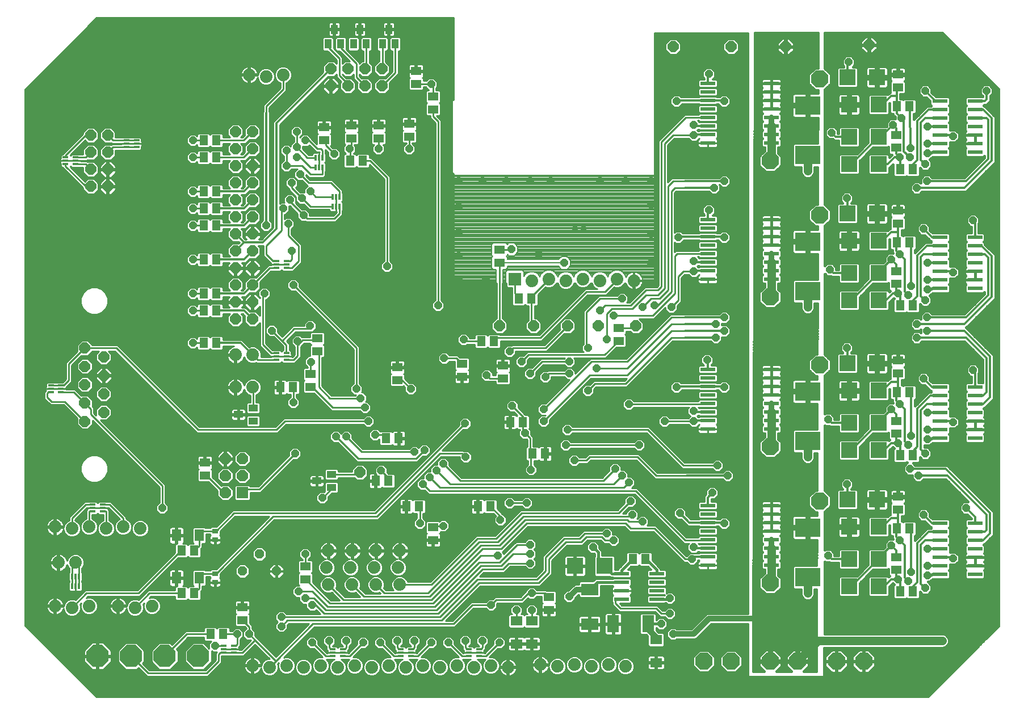
<source format=gbl>
G75*
G70*
%OFA0B0*%
%FSLAX24Y24*%
%IPPOS*%
%LPD*%
%AMOC8*
5,1,8,0,0,1.08239X$1,22.5*
%
%ADD10R,0.0591X0.0512*%
%ADD11OC8,0.1000*%
%ADD12R,0.0866X0.0236*%
%ADD13R,0.0512X0.0591*%
%ADD14R,0.1000X0.0700*%
%ADD15R,0.0700X0.1000*%
%ADD16R,0.0945X0.0945*%
%ADD17C,0.0740*%
%ADD18R,0.0740X0.0740*%
%ADD19R,0.0660X0.0660*%
%ADD20OC8,0.0660*%
%ADD21R,0.0551X0.0394*%
%ADD22OC8,0.0640*%
%ADD23R,0.0394X0.0551*%
%ADD24R,0.0120X0.0330*%
%ADD25R,0.0330X0.0120*%
%ADD26R,0.0709X0.0551*%
%ADD27R,0.1496X0.1102*%
%ADD28OC8,0.1300*%
%ADD29OC8,0.0560*%
%ADD30R,0.0354X0.0276*%
%ADD31R,0.0551X0.0709*%
%ADD32C,0.0350*%
%ADD33C,0.0080*%
%ADD34OC8,0.0440*%
%ADD35C,0.0100*%
%ADD36C,0.0160*%
%ADD37C,0.0120*%
%ADD38C,0.0320*%
%ADD39C,0.0500*%
D10*
X014382Y006715D03*
X014382Y007463D03*
X018082Y009115D03*
X018082Y009863D03*
X012182Y015215D03*
X012182Y015963D03*
X018382Y020415D03*
X018382Y021163D03*
X018782Y022515D03*
X018782Y023263D03*
X023482Y021563D03*
X023482Y020815D03*
X027282Y021015D03*
X027282Y021763D03*
X029682Y021663D03*
X029682Y020915D03*
X036482Y023115D03*
X036482Y023863D03*
X029482Y027715D03*
X029482Y028463D03*
X022382Y035015D03*
X022382Y035763D03*
X020782Y035763D03*
X020782Y035015D03*
X019182Y034915D03*
X019182Y035663D03*
X024182Y035863D03*
X024182Y035115D03*
X025582Y036715D03*
X025582Y037463D03*
X024582Y038215D03*
X024582Y038963D03*
X052882Y038763D03*
X052882Y038015D03*
X052782Y035213D03*
X052782Y034465D03*
X052882Y030763D03*
X052882Y030015D03*
X052782Y027213D03*
X052782Y026465D03*
X052882Y021963D03*
X052882Y021215D03*
X052782Y018413D03*
X052782Y017665D03*
X052882Y013963D03*
X052882Y013215D03*
X052782Y010413D03*
X052782Y009665D03*
X032382Y008063D03*
X032382Y007315D03*
X025582Y011415D03*
X025582Y012163D03*
D11*
X041482Y004289D03*
X043082Y004289D03*
X045382Y004289D03*
X046982Y004289D03*
X049282Y004289D03*
X050882Y004289D03*
X045382Y008889D03*
X048282Y013689D03*
X045382Y016889D03*
X048282Y021689D03*
X045382Y025689D03*
X048282Y030489D03*
X045382Y033689D03*
X048282Y038489D03*
D12*
X045452Y038239D03*
X045452Y037739D03*
X045452Y037239D03*
X045452Y036739D03*
X045452Y036239D03*
X045452Y035739D03*
X045452Y035239D03*
X045452Y034739D03*
X041712Y034739D03*
X041712Y035239D03*
X041712Y035739D03*
X041712Y036239D03*
X041712Y036739D03*
X041712Y037239D03*
X041712Y037739D03*
X041712Y038239D03*
X041712Y030239D03*
X041712Y029739D03*
X041712Y029239D03*
X041712Y028739D03*
X041712Y028239D03*
X041712Y027739D03*
X041712Y027239D03*
X041712Y026739D03*
X045452Y026739D03*
X045452Y027239D03*
X045452Y027739D03*
X045452Y028239D03*
X045452Y028739D03*
X045452Y029239D03*
X045452Y029739D03*
X045452Y030239D03*
X055358Y029189D03*
X055358Y028689D03*
X055358Y028189D03*
X055358Y027689D03*
X055358Y027189D03*
X055358Y026689D03*
X055358Y026189D03*
X057405Y026189D03*
X057405Y026689D03*
X057405Y027189D03*
X057405Y027689D03*
X057405Y028189D03*
X057405Y028689D03*
X057405Y029189D03*
X057405Y034189D03*
X057405Y034689D03*
X057405Y035189D03*
X057405Y035689D03*
X057405Y036189D03*
X057405Y036689D03*
X057405Y037189D03*
X055358Y037189D03*
X055358Y036689D03*
X055358Y036189D03*
X055358Y035689D03*
X055358Y035189D03*
X055358Y034689D03*
X055358Y034189D03*
X045452Y021439D03*
X045452Y020939D03*
X045452Y020439D03*
X045452Y019939D03*
X045452Y019439D03*
X045452Y018939D03*
X045452Y018439D03*
X045452Y017939D03*
X041712Y017939D03*
X041712Y018439D03*
X041712Y018939D03*
X041712Y019439D03*
X041712Y019939D03*
X041712Y020439D03*
X041712Y020939D03*
X041712Y021439D03*
X041712Y013439D03*
X041712Y012939D03*
X041712Y012439D03*
X041712Y011939D03*
X041712Y011439D03*
X041712Y010939D03*
X041712Y010439D03*
X041712Y009939D03*
X038705Y009439D03*
X038705Y008939D03*
X038705Y008439D03*
X038705Y007939D03*
X036658Y007939D03*
X036658Y008439D03*
X036658Y008939D03*
X036658Y009439D03*
X045452Y009939D03*
X045452Y010439D03*
X045452Y010939D03*
X045452Y011439D03*
X045452Y011939D03*
X045452Y012439D03*
X045452Y012939D03*
X045452Y013439D03*
X055358Y012389D03*
X055358Y011889D03*
X055358Y011389D03*
X055358Y010889D03*
X055358Y010389D03*
X055358Y009889D03*
X055358Y009389D03*
X057405Y009389D03*
X057405Y009889D03*
X057405Y010389D03*
X057405Y010889D03*
X057405Y011389D03*
X057405Y011889D03*
X057405Y012389D03*
X057405Y017389D03*
X057405Y017889D03*
X057405Y018389D03*
X057405Y018889D03*
X057405Y019389D03*
X057405Y019889D03*
X057405Y020389D03*
X055358Y020389D03*
X055358Y019889D03*
X055358Y019389D03*
X055358Y018889D03*
X055358Y018389D03*
X055358Y017889D03*
X055358Y017389D03*
D13*
X053756Y016389D03*
X053008Y016389D03*
X052808Y020089D03*
X053556Y020089D03*
X053756Y025189D03*
X053008Y025189D03*
X052808Y028889D03*
X053556Y028889D03*
X053756Y033189D03*
X053008Y033189D03*
X052808Y036889D03*
X053556Y036889D03*
X031356Y025589D03*
X030608Y025589D03*
X029156Y023089D03*
X028408Y023089D03*
X030108Y018339D03*
X030856Y018339D03*
X031408Y016489D03*
X032156Y016489D03*
X028956Y013389D03*
X028208Y013389D03*
X024756Y013389D03*
X024008Y013389D03*
X022956Y014889D03*
X022208Y014889D03*
X022808Y017389D03*
X023556Y017389D03*
X017356Y020389D03*
X016608Y020389D03*
X012856Y022989D03*
X012108Y022989D03*
X012108Y024889D03*
X012856Y024889D03*
X012856Y025889D03*
X012108Y025889D03*
X012108Y027889D03*
X012856Y027889D03*
X012856Y029889D03*
X012108Y029889D03*
X012108Y030889D03*
X012856Y030889D03*
X012856Y031889D03*
X012108Y031889D03*
X012108Y033889D03*
X012856Y033889D03*
X012856Y034889D03*
X012108Y034889D03*
X020708Y033689D03*
X021456Y033689D03*
X011556Y010789D03*
X010808Y010789D03*
X010808Y008289D03*
X011556Y008289D03*
X012508Y005889D03*
X013256Y005889D03*
X037308Y010289D03*
X038056Y010289D03*
X052808Y012089D03*
X053556Y012089D03*
X053756Y008389D03*
X053008Y008389D03*
D14*
X034782Y008509D03*
X034782Y006469D03*
D15*
X036162Y006489D03*
X038202Y006489D03*
D16*
X035648Y009889D03*
X033916Y009889D03*
X050016Y010289D03*
X051748Y010289D03*
X051748Y008689D03*
X050016Y008689D03*
X050016Y012189D03*
X051748Y012189D03*
X051648Y013789D03*
X049916Y013789D03*
X050016Y016689D03*
X051748Y016689D03*
X051748Y018289D03*
X050016Y018289D03*
X050016Y020189D03*
X051748Y020189D03*
X051648Y021789D03*
X049916Y021789D03*
X050016Y025489D03*
X051748Y025489D03*
X051748Y027089D03*
X050016Y027089D03*
X050016Y028989D03*
X049916Y030589D03*
X051648Y030589D03*
X051748Y028989D03*
X051748Y033489D03*
X050016Y033489D03*
X050016Y035089D03*
X051748Y035089D03*
X051748Y036989D03*
X051648Y038589D03*
X049916Y038589D03*
X050016Y036989D03*
D17*
X037382Y026639D03*
X036382Y026739D03*
X035382Y026639D03*
X034382Y026739D03*
X033382Y026639D03*
X032382Y026739D03*
X031382Y026639D03*
X014982Y022289D03*
X013982Y022289D03*
X013982Y020389D03*
X014982Y020389D03*
X008382Y012089D03*
X007382Y012189D03*
X006382Y012089D03*
X005382Y012189D03*
X004382Y012089D03*
X003382Y012189D03*
X003582Y010089D03*
X004582Y010089D03*
X004382Y007439D03*
X005382Y007539D03*
X007082Y007539D03*
X008082Y007439D03*
X009082Y007539D03*
X014982Y004039D03*
X015982Y003939D03*
X016982Y004039D03*
X017982Y003939D03*
X018982Y004039D03*
X019982Y003939D03*
X020982Y004039D03*
X021982Y003939D03*
X022982Y004039D03*
X023982Y003939D03*
X024982Y004039D03*
X025982Y003939D03*
X026982Y004039D03*
X027982Y003939D03*
X028982Y004039D03*
X029982Y003939D03*
X031882Y004089D03*
X032882Y003989D03*
X033882Y004089D03*
X034882Y003989D03*
X035882Y004089D03*
X036882Y003989D03*
X023632Y008789D03*
X023532Y009789D03*
X023632Y010789D03*
X022232Y010789D03*
X022132Y009789D03*
X020732Y009789D03*
X020832Y010789D03*
X019432Y010789D03*
X019332Y009789D03*
X019432Y008789D03*
X020832Y008789D03*
X022232Y008789D03*
X003382Y007539D03*
X014782Y038739D03*
X015782Y038639D03*
X016782Y038739D03*
D18*
X030382Y026739D03*
D19*
X014382Y014189D03*
D20*
X013382Y014189D03*
X013382Y015189D03*
X014382Y015189D03*
X014382Y016189D03*
X013382Y016189D03*
D21*
X015015Y018415D03*
X014149Y018789D03*
X015015Y019163D03*
X019615Y015263D03*
X018749Y014889D03*
X019615Y014515D03*
D22*
X021282Y015389D03*
X014982Y024389D03*
X013982Y024389D03*
X013982Y025389D03*
X014982Y025389D03*
X014982Y026389D03*
X013982Y026389D03*
X013982Y027389D03*
X014982Y027389D03*
X014982Y028389D03*
X013982Y028389D03*
X013982Y029389D03*
X014982Y029389D03*
X014982Y030389D03*
X013982Y030389D03*
X013982Y031389D03*
X014982Y031389D03*
X014982Y032389D03*
X013982Y032389D03*
X013982Y033389D03*
X014982Y033389D03*
X014982Y034389D03*
X013982Y034389D03*
X013982Y035389D03*
X014982Y035389D03*
X019582Y038089D03*
X020582Y038089D03*
X021582Y038089D03*
X022582Y038089D03*
X022582Y039089D03*
X021582Y039089D03*
X020582Y039089D03*
X019582Y039089D03*
X006482Y035189D03*
X005482Y035189D03*
X005482Y034189D03*
X006482Y034189D03*
X006482Y033189D03*
X005482Y033189D03*
X005482Y032189D03*
X006482Y032189D03*
X005122Y022699D03*
X006242Y022159D03*
X006242Y021079D03*
X006242Y019999D03*
X005122Y019459D03*
X005122Y018379D03*
X006242Y018919D03*
X005122Y020539D03*
X005122Y021619D03*
X029482Y023989D03*
X031482Y023989D03*
X033482Y023989D03*
X035282Y023989D03*
X037482Y023989D03*
X039682Y040389D03*
X043082Y040389D03*
X046282Y040389D03*
X051182Y040489D03*
D23*
X023356Y040556D03*
X022608Y040556D03*
X022982Y041422D03*
X021656Y040556D03*
X020908Y040556D03*
X020156Y040556D03*
X019408Y040556D03*
X019782Y041422D03*
X021282Y041422D03*
D24*
X019082Y033874D03*
X018882Y033874D03*
X018682Y033874D03*
X018682Y033304D03*
X018882Y033304D03*
X019082Y033304D03*
X019682Y031574D03*
X019882Y031574D03*
X020082Y031574D03*
X020082Y031004D03*
X019882Y031004D03*
X019682Y031004D03*
X004782Y009274D03*
X004582Y009274D03*
X004382Y009274D03*
X004382Y008704D03*
X004582Y008704D03*
X004782Y008704D03*
D25*
X005597Y013089D03*
X005597Y013289D03*
X005597Y013489D03*
X006167Y013489D03*
X006167Y013289D03*
X006167Y013089D03*
X003717Y020089D03*
X003717Y020289D03*
X003717Y020489D03*
X003147Y020489D03*
X003147Y020289D03*
X003147Y020089D03*
X016397Y021989D03*
X016397Y022189D03*
X016397Y022389D03*
X016967Y022389D03*
X016967Y022189D03*
X016967Y021989D03*
X016967Y027389D03*
X016967Y027589D03*
X016967Y027789D03*
X016397Y027789D03*
X016397Y027589D03*
X016397Y027389D03*
X008167Y034489D03*
X008167Y034689D03*
X008167Y034889D03*
X007597Y034889D03*
X007597Y034689D03*
X007597Y034489D03*
X004567Y033889D03*
X004567Y033689D03*
X004567Y033489D03*
X003997Y033489D03*
X003997Y033689D03*
X003997Y033889D03*
X013297Y005189D03*
X013297Y004989D03*
X013297Y004789D03*
X013867Y004789D03*
X013867Y004989D03*
X013867Y005189D03*
X019697Y004989D03*
X019697Y004789D03*
X019697Y004589D03*
X020267Y004589D03*
X020267Y004789D03*
X020267Y004989D03*
X023697Y004989D03*
X023697Y004789D03*
X023697Y004589D03*
X024267Y004589D03*
X024267Y004789D03*
X024267Y004989D03*
X027697Y004989D03*
X027697Y004789D03*
X027697Y004589D03*
X028267Y004589D03*
X028267Y004789D03*
X028267Y004989D03*
D26*
X030482Y005320D03*
X031382Y005320D03*
X031382Y006659D03*
X030482Y006659D03*
X038682Y005559D03*
X038682Y004220D03*
D27*
X047582Y009233D03*
X047582Y012146D03*
X047582Y017233D03*
X047582Y020146D03*
X047582Y026033D03*
X047582Y028946D03*
X047582Y034033D03*
X047582Y036946D03*
D28*
X011792Y004589D03*
X009822Y004589D03*
X007852Y004589D03*
X005882Y004589D03*
D29*
X014382Y009589D03*
X015382Y010589D03*
X016382Y009589D03*
D30*
X012782Y009445D03*
X012782Y008933D03*
X012782Y011433D03*
X012782Y011945D03*
D31*
X011851Y011689D03*
X010512Y011689D03*
X010512Y009189D03*
X011851Y009189D03*
D32*
X033932Y029689D03*
X034432Y029689D03*
D33*
X033439Y028069D02*
X033124Y028069D01*
X032944Y027889D01*
X029937Y027889D01*
X029937Y028037D01*
X029885Y028089D01*
X029937Y028141D01*
X029937Y028197D01*
X030024Y028109D01*
X030339Y028109D01*
X030562Y028332D01*
X030562Y028647D01*
X030339Y028869D01*
X030024Y028869D01*
X029937Y028782D01*
X029937Y028785D01*
X029843Y028879D01*
X029120Y028879D01*
X029026Y028785D01*
X029026Y028141D01*
X029078Y028089D01*
X029026Y028037D01*
X029026Y027393D01*
X029120Y027299D01*
X029272Y027299D01*
X029272Y026389D01*
X026682Y026389D01*
X026682Y032839D01*
X038682Y032839D01*
X038682Y026389D01*
X037827Y026389D01*
X037854Y026444D01*
X037879Y026520D01*
X037892Y026599D01*
X037892Y026599D01*
X037422Y026599D01*
X037422Y026679D01*
X037892Y026679D01*
X037892Y026679D01*
X037879Y026759D01*
X037854Y026835D01*
X037818Y026907D01*
X037771Y026971D01*
X037714Y027028D01*
X037649Y027075D01*
X037577Y027112D01*
X037501Y027137D01*
X037422Y027149D01*
X037422Y027149D01*
X037422Y026679D01*
X037342Y026679D01*
X037342Y027149D01*
X037342Y027149D01*
X037262Y027137D01*
X037186Y027112D01*
X037114Y027075D01*
X037049Y027028D01*
X036993Y026971D01*
X036946Y026907D01*
X036912Y026840D01*
X036912Y026845D01*
X036831Y027039D01*
X036682Y027189D01*
X036487Y027269D01*
X036276Y027269D01*
X036081Y027189D01*
X035932Y027039D01*
X035861Y026867D01*
X035831Y026939D01*
X035682Y027089D01*
X035487Y027169D01*
X035276Y027169D01*
X035081Y027089D01*
X034932Y026939D01*
X034902Y026867D01*
X034831Y027039D01*
X034682Y027189D01*
X034487Y027269D01*
X034276Y027269D01*
X034081Y027189D01*
X033932Y027039D01*
X033861Y026867D01*
X033831Y026939D01*
X033682Y027089D01*
X033487Y027169D01*
X033276Y027169D01*
X033081Y027089D01*
X032932Y026939D01*
X032902Y026867D01*
X032831Y027039D01*
X032682Y027189D01*
X032487Y027269D01*
X032276Y027269D01*
X032081Y027189D01*
X031932Y027039D01*
X031861Y026867D01*
X031831Y026939D01*
X031682Y027089D01*
X031487Y027169D01*
X031276Y027169D01*
X031081Y027089D01*
X030932Y026939D01*
X030912Y026889D01*
X030912Y027176D01*
X030818Y027269D01*
X029945Y027269D01*
X029852Y027176D01*
X029852Y026389D01*
X029692Y026389D01*
X029692Y027299D01*
X029843Y027299D01*
X029937Y027393D01*
X029937Y027489D01*
X032944Y027489D01*
X033124Y027309D01*
X033439Y027309D01*
X033662Y027532D01*
X033662Y027847D01*
X033439Y028069D01*
X033457Y028051D02*
X038682Y028051D01*
X038682Y027973D02*
X033536Y027973D01*
X033614Y027894D02*
X038682Y027894D01*
X038682Y027815D02*
X033662Y027815D01*
X033662Y027737D02*
X038682Y027737D01*
X038682Y027658D02*
X033662Y027658D01*
X033662Y027580D02*
X038682Y027580D01*
X038682Y027501D02*
X033631Y027501D01*
X033553Y027423D02*
X038682Y027423D01*
X038682Y027344D02*
X033474Y027344D01*
X033634Y027109D02*
X034001Y027109D01*
X033929Y027030D02*
X033740Y027030D01*
X033819Y026951D02*
X033896Y026951D01*
X033863Y026873D02*
X033859Y026873D01*
X034080Y027187D02*
X032683Y027187D01*
X032762Y027109D02*
X033130Y027109D01*
X033023Y027030D02*
X032835Y027030D01*
X032867Y026951D02*
X032944Y026951D01*
X032905Y026873D02*
X032900Y026873D01*
X033089Y027344D02*
X029888Y027344D01*
X029937Y027423D02*
X033011Y027423D01*
X033282Y027689D02*
X029482Y027689D01*
X029482Y027715D01*
X029026Y027737D02*
X026682Y027737D01*
X026682Y027815D02*
X029026Y027815D01*
X029026Y027894D02*
X026682Y027894D01*
X026682Y027973D02*
X029026Y027973D01*
X029040Y028051D02*
X026682Y028051D01*
X026682Y028130D02*
X029038Y028130D01*
X029026Y028208D02*
X026682Y028208D01*
X026682Y028287D02*
X029026Y028287D01*
X029026Y028365D02*
X026682Y028365D01*
X026682Y028444D02*
X029026Y028444D01*
X029026Y028522D02*
X026682Y028522D01*
X026682Y028601D02*
X029026Y028601D01*
X029026Y028679D02*
X026682Y028679D01*
X026682Y028758D02*
X029026Y028758D01*
X029078Y028837D02*
X026682Y028837D01*
X026682Y028915D02*
X038682Y028915D01*
X038682Y028837D02*
X030372Y028837D01*
X030450Y028758D02*
X038682Y028758D01*
X038682Y028679D02*
X030529Y028679D01*
X030562Y028601D02*
X038682Y028601D01*
X038682Y028522D02*
X030562Y028522D01*
X030562Y028444D02*
X038682Y028444D01*
X038682Y028365D02*
X030562Y028365D01*
X030517Y028287D02*
X038682Y028287D01*
X038682Y028208D02*
X030438Y028208D01*
X030359Y028130D02*
X038682Y028130D01*
X038682Y028994D02*
X026682Y028994D01*
X026682Y029072D02*
X038682Y029072D01*
X038682Y029151D02*
X026682Y029151D01*
X026682Y029229D02*
X038682Y029229D01*
X038682Y029308D02*
X026682Y029308D01*
X026682Y029386D02*
X038682Y029386D01*
X038682Y029465D02*
X026682Y029465D01*
X026682Y029543D02*
X038682Y029543D01*
X038682Y029622D02*
X026682Y029622D01*
X026682Y029701D02*
X038682Y029701D01*
X038682Y029779D02*
X026682Y029779D01*
X026682Y029858D02*
X038682Y029858D01*
X038682Y029936D02*
X026682Y029936D01*
X026682Y030015D02*
X038682Y030015D01*
X038682Y030093D02*
X026682Y030093D01*
X026682Y030172D02*
X038682Y030172D01*
X038682Y030250D02*
X026682Y030250D01*
X026682Y030329D02*
X038682Y030329D01*
X038682Y030407D02*
X026682Y030407D01*
X026682Y030486D02*
X038682Y030486D01*
X038682Y030564D02*
X026682Y030564D01*
X026682Y030643D02*
X038682Y030643D01*
X038682Y030722D02*
X026682Y030722D01*
X026682Y030800D02*
X038682Y030800D01*
X038682Y030879D02*
X026682Y030879D01*
X026682Y030957D02*
X038682Y030957D01*
X038682Y031036D02*
X026682Y031036D01*
X026682Y031114D02*
X038682Y031114D01*
X038682Y031193D02*
X026682Y031193D01*
X026682Y031271D02*
X038682Y031271D01*
X038682Y031350D02*
X026682Y031350D01*
X026682Y031428D02*
X038682Y031428D01*
X038682Y031507D02*
X026682Y031507D01*
X026682Y031586D02*
X038682Y031586D01*
X038682Y031664D02*
X026682Y031664D01*
X026682Y031743D02*
X038682Y031743D01*
X038682Y031821D02*
X026682Y031821D01*
X026682Y031900D02*
X038682Y031900D01*
X038682Y031978D02*
X026682Y031978D01*
X026682Y032057D02*
X038682Y032057D01*
X038682Y032135D02*
X026682Y032135D01*
X026682Y032214D02*
X038682Y032214D01*
X038682Y032292D02*
X026682Y032292D01*
X026682Y032371D02*
X038682Y032371D01*
X038682Y032450D02*
X026682Y032450D01*
X026682Y032528D02*
X038682Y032528D01*
X038682Y032607D02*
X026682Y032607D01*
X026682Y032685D02*
X038682Y032685D01*
X038682Y032764D02*
X026682Y032764D01*
X029886Y028837D02*
X029992Y028837D01*
X030004Y028130D02*
X029926Y028130D01*
X029923Y028051D02*
X033106Y028051D01*
X033028Y027973D02*
X029937Y027973D01*
X029937Y027894D02*
X032949Y027894D01*
X032496Y027266D02*
X034268Y027266D01*
X034496Y027266D02*
X036268Y027266D01*
X036080Y027187D02*
X034683Y027187D01*
X034762Y027109D02*
X035130Y027109D01*
X035023Y027030D02*
X034835Y027030D01*
X034867Y026951D02*
X034944Y026951D01*
X034905Y026873D02*
X034900Y026873D01*
X035634Y027109D02*
X036001Y027109D01*
X035929Y027030D02*
X035740Y027030D01*
X035819Y026951D02*
X035896Y026951D01*
X035863Y026873D02*
X035859Y026873D01*
X036496Y027266D02*
X038682Y027266D01*
X038682Y027187D02*
X036683Y027187D01*
X036762Y027109D02*
X037179Y027109D01*
X037052Y027030D02*
X036835Y027030D01*
X036867Y026951D02*
X036978Y026951D01*
X036928Y026873D02*
X036900Y026873D01*
X037342Y026873D02*
X037422Y026873D01*
X037422Y026951D02*
X037342Y026951D01*
X037342Y027030D02*
X037422Y027030D01*
X037422Y027109D02*
X037342Y027109D01*
X037584Y027109D02*
X038682Y027109D01*
X038682Y027030D02*
X037712Y027030D01*
X037785Y026951D02*
X038682Y026951D01*
X038682Y026873D02*
X037835Y026873D01*
X037868Y026794D02*
X038682Y026794D01*
X038682Y026716D02*
X037886Y026716D01*
X037885Y026559D02*
X038682Y026559D01*
X038682Y026637D02*
X037422Y026637D01*
X037422Y026716D02*
X037342Y026716D01*
X037342Y026794D02*
X037422Y026794D01*
X037866Y026480D02*
X038682Y026480D01*
X038682Y026402D02*
X037833Y026402D01*
X032268Y027266D02*
X030822Y027266D01*
X030900Y027187D02*
X032080Y027187D01*
X032001Y027109D02*
X031634Y027109D01*
X031740Y027030D02*
X031929Y027030D01*
X031896Y026951D02*
X031819Y026951D01*
X031859Y026873D02*
X031863Y026873D01*
X031130Y027109D02*
X030912Y027109D01*
X030912Y027030D02*
X031023Y027030D01*
X030944Y026951D02*
X030912Y026951D01*
X029942Y027266D02*
X029692Y027266D01*
X029692Y027187D02*
X029863Y027187D01*
X029852Y027109D02*
X029692Y027109D01*
X029692Y027030D02*
X029852Y027030D01*
X029852Y026951D02*
X029692Y026951D01*
X029692Y026873D02*
X029852Y026873D01*
X029852Y026794D02*
X029692Y026794D01*
X029692Y026716D02*
X029852Y026716D01*
X029852Y026637D02*
X029692Y026637D01*
X029692Y026559D02*
X029852Y026559D01*
X029852Y026480D02*
X029692Y026480D01*
X029692Y026402D02*
X029852Y026402D01*
X029272Y026402D02*
X026682Y026402D01*
X026682Y026480D02*
X029272Y026480D01*
X029272Y026559D02*
X026682Y026559D01*
X026682Y026637D02*
X029272Y026637D01*
X029272Y026716D02*
X026682Y026716D01*
X026682Y026794D02*
X029272Y026794D01*
X029272Y026873D02*
X026682Y026873D01*
X026682Y026951D02*
X029272Y026951D01*
X029272Y027030D02*
X026682Y027030D01*
X026682Y027109D02*
X029272Y027109D01*
X029272Y027187D02*
X026682Y027187D01*
X026682Y027266D02*
X029272Y027266D01*
X029075Y027344D02*
X026682Y027344D01*
X026682Y027423D02*
X029026Y027423D01*
X029026Y027501D02*
X026682Y027501D01*
X026682Y027580D02*
X029026Y027580D01*
X029026Y027658D02*
X026682Y027658D01*
D34*
X027082Y028089D03*
X027082Y026689D03*
X028682Y026689D03*
X030182Y028489D03*
X031782Y028189D03*
X033282Y027689D03*
X036682Y025589D03*
X036182Y024589D03*
X035382Y024889D03*
X035782Y023189D03*
X034682Y022689D03*
X033582Y021889D03*
X033582Y021189D03*
X032182Y020989D03*
X031282Y021189D03*
X030782Y021889D03*
X030082Y022489D03*
X028932Y021689D03*
X028732Y021089D03*
X026607Y021714D03*
X026232Y022089D03*
X027382Y023189D03*
X025882Y025189D03*
X022882Y027489D03*
X027082Y029489D03*
X027082Y030989D03*
X027082Y032489D03*
X028482Y032489D03*
X029882Y032489D03*
X031282Y032489D03*
X032482Y032489D03*
X035382Y032489D03*
X036882Y032489D03*
X038382Y032489D03*
X038382Y031089D03*
X038382Y029389D03*
X039982Y029189D03*
X040882Y027789D03*
X040882Y027189D03*
X042182Y025989D03*
X042682Y024489D03*
X042182Y024089D03*
X042682Y023689D03*
X042182Y023289D03*
X041682Y021989D03*
X043382Y021089D03*
X042682Y020389D03*
X040882Y018989D03*
X040882Y018389D03*
X039182Y018389D03*
X037682Y016989D03*
X036282Y015589D03*
X036682Y015189D03*
X037082Y014789D03*
X037182Y013689D03*
X037282Y012889D03*
X037882Y012489D03*
X036182Y011389D03*
X035782Y011789D03*
X034982Y010989D03*
X034082Y011939D03*
X032082Y011939D03*
X031282Y011139D03*
X031282Y010589D03*
X031282Y010039D03*
X031282Y009489D03*
X031382Y008289D03*
X031382Y007289D03*
X030482Y007289D03*
X028982Y007589D03*
X029382Y008489D03*
X029382Y010489D03*
X029532Y012589D03*
X028982Y012589D03*
X030082Y013589D03*
X031082Y013589D03*
X031882Y015339D03*
X031332Y015539D03*
X031682Y017489D03*
X030982Y017689D03*
X032082Y018389D03*
X032082Y019089D03*
X033482Y017889D03*
X033382Y016989D03*
X033882Y016089D03*
X033282Y013889D03*
X027485Y016292D03*
X026182Y015889D03*
X025782Y015489D03*
X025382Y015089D03*
X024982Y014689D03*
X023082Y015689D03*
X022532Y015489D03*
X024482Y016589D03*
X024482Y017189D03*
X025082Y016689D03*
X027453Y018261D03*
X030232Y019289D03*
X034682Y020189D03*
X035182Y021489D03*
X037082Y019389D03*
X039882Y020389D03*
X042182Y017189D03*
X042282Y015789D03*
X042882Y015189D03*
X041982Y014189D03*
X043382Y013089D03*
X042682Y012389D03*
X040882Y010989D03*
X040782Y010289D03*
X042182Y009189D03*
X039482Y007989D03*
X039482Y007089D03*
X038982Y006489D03*
X039682Y005889D03*
X033582Y008089D03*
X029482Y005389D03*
X028482Y005489D03*
X027482Y005489D03*
X026482Y005389D03*
X025482Y005389D03*
X024482Y005489D03*
X023482Y005489D03*
X022482Y005389D03*
X021482Y005389D03*
X020482Y005489D03*
X019482Y005489D03*
X018482Y005389D03*
X016682Y006339D03*
X016682Y006889D03*
X015132Y007439D03*
X014782Y005889D03*
X014082Y005889D03*
X012782Y005189D03*
X017682Y008389D03*
X018082Y007989D03*
X018482Y007589D03*
X017282Y008989D03*
X018082Y010589D03*
X019082Y013889D03*
X017182Y014889D03*
X017482Y016489D03*
X015682Y017089D03*
X017382Y019489D03*
X016282Y021189D03*
X017082Y021389D03*
X018402Y021879D03*
X017632Y023089D03*
X018362Y023999D03*
X016112Y023719D03*
X015682Y025889D03*
X017382Y026389D03*
X017282Y028389D03*
X017082Y029989D03*
X017982Y030489D03*
X017882Y031489D03*
X018382Y031889D03*
X017282Y032389D03*
X017782Y032889D03*
X016982Y033389D03*
X017582Y033889D03*
X017582Y034489D03*
X016982Y034289D03*
X018082Y034889D03*
X018282Y034289D03*
X017582Y035389D03*
X019782Y034089D03*
X020682Y034389D03*
X019982Y035089D03*
X021482Y035089D03*
X022382Y034389D03*
X023082Y035189D03*
X024182Y034389D03*
X024982Y035189D03*
X025482Y038189D03*
X025382Y038789D03*
X019482Y033089D03*
X017182Y031389D03*
X016782Y030889D03*
X015782Y029889D03*
X011482Y029889D03*
X011482Y030889D03*
X011482Y031889D03*
X011482Y033889D03*
X011482Y034889D03*
X011482Y027889D03*
X011482Y025889D03*
X011482Y024889D03*
X011482Y022989D03*
X019882Y017489D03*
X020482Y017489D03*
X021782Y018389D03*
X021582Y019189D03*
X021332Y019739D03*
X021082Y020289D03*
X024082Y021589D03*
X024282Y020289D03*
X022182Y017589D03*
X024182Y012489D03*
X024806Y012389D03*
X026182Y012239D03*
X026382Y012789D03*
X026532Y011489D03*
X026182Y010089D03*
X040082Y012989D03*
X047582Y016289D03*
X048882Y014689D03*
X049882Y014689D03*
X052882Y017089D03*
X053482Y016989D03*
X053657Y017539D03*
X054607Y017339D03*
X054607Y017889D03*
X054607Y018889D03*
X056107Y018339D03*
X056657Y018339D03*
X054482Y016489D03*
X053582Y015589D03*
X054082Y015189D03*
X054182Y013689D03*
X054382Y012889D03*
X052982Y011389D03*
X052482Y011089D03*
X053657Y009539D03*
X053482Y008989D03*
X052882Y009089D03*
X054482Y008589D03*
X054607Y009339D03*
X054607Y009889D03*
X054607Y010889D03*
X056107Y010339D03*
X056657Y010339D03*
X056882Y013289D03*
X052982Y019389D03*
X052482Y019089D03*
X054382Y020889D03*
X054182Y021689D03*
X053982Y023289D03*
X054582Y023689D03*
X053982Y024089D03*
X054582Y024489D03*
X054482Y025489D03*
X054607Y026139D03*
X054607Y026689D03*
X054607Y027689D03*
X056107Y027139D03*
X056657Y027139D03*
X053657Y026339D03*
X053482Y025789D03*
X052882Y025889D03*
X052482Y027889D03*
X052982Y028189D03*
X054382Y029689D03*
X054182Y030489D03*
X053982Y032089D03*
X054582Y032489D03*
X054482Y033489D03*
X054607Y034139D03*
X054607Y034689D03*
X054607Y035689D03*
X056107Y035139D03*
X056657Y035139D03*
X053632Y034439D03*
X053582Y033889D03*
X052982Y033889D03*
X052582Y035789D03*
X053082Y036189D03*
X054482Y037789D03*
X054082Y038489D03*
X058082Y037789D03*
X049982Y039489D03*
X049082Y039489D03*
X048982Y035339D03*
X047582Y033089D03*
X048982Y031489D03*
X049882Y031489D03*
X048882Y027289D03*
X047582Y025089D03*
X048982Y022689D03*
X049882Y022689D03*
X048782Y018489D03*
X057282Y021389D03*
X057282Y030189D03*
X043382Y029889D03*
X042682Y029189D03*
X041782Y030789D03*
X042082Y032089D03*
X042682Y032489D03*
X042182Y033989D03*
X040882Y035189D03*
X040882Y035789D03*
X039882Y037189D03*
X041782Y038789D03*
X043382Y037889D03*
X042682Y037189D03*
X038382Y027689D03*
X038582Y025189D03*
X037882Y025089D03*
X039582Y025089D03*
X048782Y010489D03*
X047582Y008289D03*
X055482Y005489D03*
X009682Y013289D03*
D35*
X008731Y003456D02*
X004557Y003456D01*
X004655Y003357D02*
X044082Y003357D01*
X044082Y003389D02*
X048532Y003389D01*
X048532Y005109D01*
X055557Y005109D01*
X055697Y005167D01*
X055719Y005189D01*
X057640Y005189D01*
X054640Y002189D01*
X042632Y002189D01*
X042632Y003848D01*
X042821Y003659D01*
X043343Y003659D01*
X043712Y004028D01*
X043712Y004550D01*
X043343Y004919D01*
X042821Y004919D01*
X042632Y004730D01*
X042632Y005189D01*
X044082Y005189D01*
X044082Y003389D01*
X044082Y003456D02*
X042632Y003456D01*
X042632Y003554D02*
X044082Y003554D01*
X037138Y003554D01*
X037165Y003565D02*
X037306Y003706D01*
X037382Y003890D01*
X037382Y004089D01*
X037306Y004272D01*
X037165Y004413D01*
X036981Y004489D01*
X036782Y004489D01*
X036599Y004413D01*
X036458Y004272D01*
X036382Y004089D01*
X036382Y003890D01*
X036458Y003706D01*
X036599Y003565D01*
X036782Y003489D01*
X036981Y003489D01*
X037165Y003565D01*
X037252Y003653D02*
X044082Y003653D01*
X042632Y003653D01*
X042632Y003751D02*
X042729Y003751D01*
X041835Y003751D01*
X041743Y003659D02*
X042112Y004028D01*
X042112Y004550D01*
X041743Y004919D01*
X041221Y004919D01*
X040852Y004550D01*
X040852Y004028D01*
X041221Y003659D01*
X041743Y003659D01*
X041933Y003850D02*
X042630Y003850D01*
X042532Y003949D02*
X042032Y003949D01*
X042112Y004047D02*
X042452Y004047D01*
X042452Y004028D02*
X042821Y003659D01*
X043343Y003659D01*
X043712Y004028D01*
X043712Y004550D01*
X043343Y004919D01*
X042821Y004919D01*
X042452Y004550D01*
X042452Y004028D01*
X042452Y004146D02*
X042112Y004146D01*
X042112Y004244D02*
X042452Y004244D01*
X042452Y004343D02*
X042112Y004343D01*
X042112Y004441D02*
X042452Y004441D01*
X042452Y004540D02*
X042112Y004540D01*
X042024Y004638D02*
X042540Y004638D01*
X042632Y004737D02*
X042638Y004737D01*
X041925Y004737D01*
X041826Y004835D02*
X042737Y004835D01*
X042632Y004835D01*
X042632Y004934D02*
X044082Y004934D01*
X031838Y004934D01*
X031828Y004924D02*
X031856Y004952D01*
X031876Y004986D01*
X031886Y005025D01*
X031886Y005270D01*
X031432Y005270D01*
X031432Y005370D01*
X031886Y005370D01*
X031886Y005615D01*
X031876Y005653D01*
X031856Y005688D01*
X031828Y005716D01*
X031794Y005735D01*
X031756Y005746D01*
X031432Y005746D01*
X031432Y005370D01*
X031332Y005370D01*
X031332Y005746D01*
X031008Y005746D01*
X030969Y005735D01*
X030935Y005716D01*
X030932Y005712D01*
X030928Y005716D01*
X030894Y005735D01*
X030856Y005746D01*
X030532Y005746D01*
X030532Y005370D01*
X030986Y005370D01*
X031332Y005370D01*
X031332Y005270D01*
X031432Y005270D01*
X031432Y004894D01*
X031756Y004894D01*
X031794Y004905D01*
X031828Y004924D01*
X031886Y005032D02*
X044082Y005032D01*
X042632Y005032D01*
X042632Y005131D02*
X044082Y005131D01*
X031886Y005131D01*
X031886Y005230D02*
X038197Y005230D01*
X038197Y005229D02*
X038274Y005153D01*
X039090Y005153D01*
X039166Y005229D01*
X039166Y005888D01*
X039090Y005964D01*
X038817Y005964D01*
X038682Y006099D01*
X038682Y006279D01*
X038697Y006279D01*
X038837Y006139D01*
X039127Y006139D01*
X039332Y006344D01*
X039332Y006634D01*
X039127Y006839D01*
X038837Y006839D01*
X038697Y006699D01*
X038682Y006699D01*
X038682Y007043D01*
X038606Y007119D01*
X037798Y007119D01*
X037722Y007043D01*
X037722Y005935D01*
X037798Y005859D01*
X038102Y005859D01*
X038197Y005764D01*
X038197Y005229D01*
X038197Y005328D02*
X031432Y005328D01*
X031432Y005230D02*
X031332Y005230D01*
X031332Y005270D02*
X031332Y004894D01*
X031008Y004894D01*
X030969Y004905D01*
X030935Y004924D01*
X030932Y004928D01*
X030928Y004924D01*
X030894Y004905D01*
X030856Y004894D01*
X030532Y004894D01*
X030532Y005270D01*
X030532Y005370D01*
X030432Y005370D01*
X030432Y005746D01*
X030108Y005746D01*
X030069Y005735D01*
X030035Y005716D01*
X030007Y005688D01*
X029988Y005653D01*
X029977Y005615D01*
X029977Y005370D01*
X030432Y005370D01*
X030432Y005270D01*
X030532Y005270D01*
X030986Y005270D01*
X031332Y005270D01*
X031332Y005328D02*
X030532Y005328D01*
X030532Y005230D02*
X030432Y005230D01*
X030432Y005270D02*
X030432Y004894D01*
X030108Y004894D01*
X030069Y004905D01*
X030035Y004924D01*
X030007Y004952D01*
X029988Y004986D01*
X029977Y005025D01*
X029977Y005270D01*
X030432Y005270D01*
X030432Y005328D02*
X029832Y005328D01*
X029832Y005244D02*
X029832Y005534D01*
X029627Y005739D01*
X029337Y005739D01*
X029132Y005534D01*
X029132Y005294D01*
X028607Y004769D01*
X028582Y004769D01*
X028582Y004789D01*
X028267Y004789D01*
X028267Y004789D01*
X028582Y004789D01*
X028582Y004869D01*
X028571Y004907D01*
X028565Y004918D01*
X028662Y005015D01*
X028662Y005164D01*
X028662Y005174D01*
X028832Y005344D01*
X028832Y005634D01*
X028627Y005839D01*
X028337Y005839D01*
X028132Y005634D01*
X028132Y005344D01*
X028297Y005179D01*
X028048Y005179D01*
X027982Y005113D01*
X027916Y005179D01*
X027667Y005179D01*
X027832Y005344D01*
X027832Y005634D01*
X027627Y005839D01*
X027337Y005839D01*
X027132Y005634D01*
X027132Y005344D01*
X027302Y005174D01*
X027302Y005015D01*
X027398Y004918D01*
X027392Y004907D01*
X027382Y004869D01*
X027382Y004789D01*
X027382Y004769D01*
X027356Y004769D01*
X026832Y005294D01*
X026832Y005534D01*
X026627Y005739D01*
X026337Y005739D01*
X026132Y005534D01*
X026132Y005244D01*
X026337Y005039D01*
X026577Y005039D01*
X027077Y004539D01*
X026882Y004539D01*
X026699Y004463D01*
X026558Y004322D01*
X026482Y004139D01*
X026482Y003940D01*
X026558Y003756D01*
X026699Y003615D01*
X026882Y003539D01*
X027081Y003539D01*
X027265Y003615D01*
X027406Y003756D01*
X027482Y003940D01*
X027482Y004139D01*
X027406Y004322D01*
X027319Y004409D01*
X027468Y004409D01*
X027478Y004399D01*
X027786Y004399D01*
X027699Y004363D01*
X027558Y004222D01*
X027482Y004039D01*
X027482Y003840D01*
X027558Y003656D01*
X027699Y003515D01*
X027882Y003439D01*
X028081Y003439D01*
X028265Y003515D01*
X028406Y003656D01*
X028482Y003840D01*
X028482Y004039D01*
X028406Y004222D01*
X028265Y004363D01*
X028178Y004399D01*
X028486Y004399D01*
X028496Y004409D01*
X028645Y004409D01*
X028558Y004322D01*
X028482Y004139D01*
X028482Y003940D01*
X028558Y003756D01*
X028699Y003615D01*
X028882Y003539D01*
X029081Y003539D01*
X029265Y003615D01*
X029406Y003756D01*
X029482Y003940D01*
X029482Y003989D01*
X029932Y003989D01*
X029932Y004458D01*
X029860Y004446D01*
X029782Y004421D01*
X029709Y004384D01*
X029643Y004336D01*
X029585Y004278D01*
X029537Y004212D01*
X029500Y004139D01*
X029482Y004083D01*
X029482Y004139D01*
X029406Y004322D01*
X029265Y004463D01*
X029081Y004539D01*
X028886Y004539D01*
X029386Y005039D01*
X029627Y005039D01*
X029832Y005244D01*
X029817Y005230D02*
X029977Y005230D01*
X029977Y005131D02*
X029718Y005131D01*
X029977Y005032D02*
X029379Y005032D01*
X029281Y004934D02*
X030026Y004934D01*
X030432Y004934D02*
X030532Y004934D01*
X030532Y005032D02*
X030432Y005032D01*
X030432Y005131D02*
X030532Y005131D01*
X030532Y005427D02*
X030432Y005427D01*
X030432Y005525D02*
X030532Y005525D01*
X030532Y005624D02*
X030432Y005624D01*
X030432Y005722D02*
X030532Y005722D01*
X030917Y005722D02*
X030947Y005722D01*
X031332Y005722D02*
X031432Y005722D01*
X031432Y005624D02*
X031332Y005624D01*
X031332Y005525D02*
X031432Y005525D01*
X031432Y005427D02*
X031332Y005427D01*
X031332Y005131D02*
X031432Y005131D01*
X031432Y005032D02*
X031332Y005032D01*
X031332Y004934D02*
X031432Y004934D01*
X031620Y004540D02*
X028887Y004540D01*
X028985Y004638D02*
X038281Y004638D01*
X038269Y004635D02*
X038235Y004616D01*
X038207Y004588D01*
X038188Y004553D01*
X038177Y004515D01*
X038177Y004270D01*
X038632Y004270D01*
X038632Y004646D01*
X038308Y004646D01*
X038269Y004635D01*
X038184Y004540D02*
X036101Y004540D01*
X036165Y004513D02*
X035981Y004589D01*
X035782Y004589D01*
X035599Y004513D01*
X035458Y004372D01*
X035382Y004189D01*
X035382Y003990D01*
X035458Y003806D01*
X035599Y003665D01*
X035782Y003589D01*
X035981Y003589D01*
X036165Y003665D01*
X036306Y003806D01*
X036382Y003990D01*
X036382Y004189D01*
X036306Y004372D01*
X036165Y004513D01*
X036237Y004441D02*
X036666Y004441D01*
X036528Y004343D02*
X036318Y004343D01*
X036359Y004244D02*
X036446Y004244D01*
X036405Y004146D02*
X036382Y004146D01*
X036382Y004047D02*
X036382Y004047D01*
X036382Y003949D02*
X036365Y003949D01*
X036398Y003850D02*
X036324Y003850D01*
X036251Y003751D02*
X036439Y003751D01*
X036511Y003653D02*
X036135Y003653D01*
X036625Y003554D02*
X035138Y003554D01*
X035165Y003565D02*
X035306Y003706D01*
X035382Y003890D01*
X035382Y004089D01*
X035306Y004272D01*
X035165Y004413D01*
X034981Y004489D01*
X034782Y004489D01*
X034599Y004413D01*
X034458Y004272D01*
X034382Y004089D01*
X034382Y003890D01*
X034458Y003706D01*
X034599Y003565D01*
X034782Y003489D01*
X034981Y003489D01*
X035165Y003565D01*
X035252Y003653D02*
X035629Y003653D01*
X035512Y003751D02*
X035324Y003751D01*
X035365Y003850D02*
X035440Y003850D01*
X035399Y003949D02*
X035382Y003949D01*
X035382Y004047D02*
X035382Y004047D01*
X035382Y004146D02*
X035358Y004146D01*
X035317Y004244D02*
X035405Y004244D01*
X035446Y004343D02*
X035235Y004343D01*
X035097Y004441D02*
X035527Y004441D01*
X035663Y004540D02*
X034101Y004540D01*
X034165Y004513D02*
X033981Y004589D01*
X033782Y004589D01*
X033599Y004513D01*
X033458Y004372D01*
X033382Y004189D01*
X033382Y003990D01*
X033458Y003806D01*
X033599Y003665D01*
X033782Y003589D01*
X033981Y003589D01*
X034165Y003665D01*
X034306Y003806D01*
X034382Y003990D01*
X034382Y004189D01*
X034306Y004372D01*
X034165Y004513D01*
X034237Y004441D02*
X034666Y004441D01*
X034528Y004343D02*
X034318Y004343D01*
X034359Y004244D02*
X034446Y004244D01*
X034405Y004146D02*
X034382Y004146D01*
X034382Y004047D02*
X034382Y004047D01*
X034382Y003949D02*
X034365Y003949D01*
X034398Y003850D02*
X034324Y003850D01*
X034251Y003751D02*
X034439Y003751D01*
X034511Y003653D02*
X034135Y003653D01*
X034625Y003554D02*
X033138Y003554D01*
X033165Y003565D02*
X033306Y003706D01*
X033382Y003890D01*
X033382Y004089D01*
X033306Y004272D01*
X033165Y004413D01*
X032981Y004489D01*
X032782Y004489D01*
X032599Y004413D01*
X032458Y004272D01*
X032382Y004089D01*
X032382Y004039D01*
X031932Y004039D01*
X031932Y004139D01*
X032400Y004139D01*
X032389Y004211D01*
X032364Y004289D01*
X032326Y004362D01*
X032278Y004428D01*
X032220Y004486D01*
X032154Y004534D01*
X032081Y004571D01*
X032004Y004596D01*
X031932Y004608D01*
X031932Y004139D01*
X031832Y004139D01*
X031832Y004039D01*
X031932Y004039D01*
X031932Y003571D01*
X032004Y003582D01*
X032081Y003607D01*
X032154Y003645D01*
X032220Y003693D01*
X032278Y003751D01*
X032326Y003817D01*
X032364Y003890D01*
X032382Y003946D01*
X032382Y003890D01*
X032458Y003706D01*
X032599Y003565D01*
X032782Y003489D01*
X032981Y003489D01*
X033165Y003565D01*
X033252Y003653D02*
X033629Y003653D01*
X033512Y003751D02*
X033324Y003751D01*
X033365Y003850D02*
X033440Y003850D01*
X033399Y003949D02*
X033382Y003949D01*
X033382Y004047D02*
X033382Y004047D01*
X033382Y004146D02*
X033358Y004146D01*
X033317Y004244D02*
X033405Y004244D01*
X033446Y004343D02*
X033235Y004343D01*
X033097Y004441D02*
X033527Y004441D01*
X033663Y004540D02*
X032143Y004540D01*
X032265Y004441D02*
X032666Y004441D01*
X032528Y004343D02*
X032336Y004343D01*
X032378Y004244D02*
X032446Y004244D01*
X032405Y004146D02*
X032399Y004146D01*
X032382Y004047D02*
X031932Y004047D01*
X031932Y003949D02*
X031832Y003949D01*
X031832Y004039D02*
X031832Y003571D01*
X031760Y003582D01*
X031682Y003607D01*
X031609Y003645D01*
X031543Y003693D01*
X031485Y003751D01*
X031437Y003817D01*
X031400Y003890D01*
X031375Y003967D01*
X031363Y004039D01*
X031832Y004039D01*
X031832Y004047D02*
X030491Y004047D01*
X030489Y004061D02*
X030464Y004139D01*
X030426Y004212D01*
X030378Y004278D01*
X030320Y004336D01*
X030254Y004384D01*
X030181Y004421D01*
X030104Y004446D01*
X030032Y004458D01*
X030032Y003989D01*
X030500Y003989D01*
X030489Y004061D01*
X030460Y004146D02*
X031364Y004146D01*
X031363Y004139D02*
X031832Y004139D01*
X031832Y004608D01*
X031760Y004596D01*
X031682Y004571D01*
X031609Y004534D01*
X031543Y004486D01*
X031485Y004428D01*
X031437Y004362D01*
X031400Y004289D01*
X031375Y004211D01*
X031363Y004139D01*
X031385Y004244D02*
X030403Y004244D01*
X030311Y004343D02*
X031427Y004343D01*
X031498Y004441D02*
X030120Y004441D01*
X030032Y004441D02*
X029932Y004441D01*
X029844Y004441D02*
X029287Y004441D01*
X029385Y004343D02*
X029652Y004343D01*
X029560Y004244D02*
X029438Y004244D01*
X029479Y004146D02*
X029503Y004146D01*
X029482Y003949D02*
X029932Y003949D01*
X029932Y003989D02*
X029932Y003889D01*
X030032Y003889D01*
X030032Y003989D01*
X029932Y003989D01*
X029932Y004047D02*
X030032Y004047D01*
X030032Y003949D02*
X031381Y003949D01*
X031420Y003850D02*
X030494Y003850D01*
X030489Y003817D02*
X030500Y003889D01*
X030032Y003889D01*
X030032Y003421D01*
X030104Y003432D01*
X030181Y003457D01*
X030254Y003495D01*
X030320Y003543D01*
X030378Y003601D01*
X030426Y003667D01*
X030464Y003740D01*
X030489Y003817D01*
X030467Y003751D02*
X031484Y003751D01*
X031598Y003653D02*
X030416Y003653D01*
X030332Y003554D02*
X032625Y003554D01*
X032511Y003653D02*
X032166Y003653D01*
X032279Y003751D02*
X032439Y003751D01*
X032398Y003850D02*
X032343Y003850D01*
X031932Y003850D02*
X031832Y003850D01*
X031832Y003751D02*
X031932Y003751D01*
X031932Y003653D02*
X031832Y003653D01*
X031832Y004146D02*
X031932Y004146D01*
X031932Y004244D02*
X031832Y004244D01*
X031832Y004343D02*
X031932Y004343D01*
X031932Y004441D02*
X031832Y004441D01*
X031832Y004540D02*
X031932Y004540D01*
X031886Y005427D02*
X038197Y005427D01*
X038197Y005525D02*
X031886Y005525D01*
X031884Y005624D02*
X038197Y005624D01*
X038197Y005722D02*
X031817Y005722D01*
X031790Y006253D02*
X030974Y006253D01*
X030932Y006295D01*
X030890Y006253D01*
X030074Y006253D01*
X029997Y006329D01*
X029997Y006988D01*
X030074Y007064D01*
X030212Y007064D01*
X030132Y007144D01*
X030132Y007434D01*
X030337Y007639D01*
X030627Y007639D01*
X030832Y007434D01*
X030832Y007144D01*
X030751Y007064D01*
X030890Y007064D01*
X030932Y007022D01*
X030974Y007064D01*
X031112Y007064D01*
X031032Y007144D01*
X031032Y007434D01*
X031237Y007639D01*
X031527Y007639D01*
X031732Y007434D01*
X031732Y007144D01*
X031651Y007064D01*
X031790Y007064D01*
X031866Y006988D01*
X031866Y006329D01*
X031790Y006253D01*
X031850Y006314D02*
X034132Y006314D01*
X034132Y006412D02*
X031866Y006412D01*
X031866Y006511D02*
X034732Y006511D01*
X034732Y006519D02*
X034732Y006419D01*
X034832Y006419D01*
X034832Y006519D01*
X035432Y006519D01*
X035432Y006839D01*
X035421Y006877D01*
X035402Y006911D01*
X035374Y006939D01*
X035340Y006959D01*
X035301Y006969D01*
X034832Y006969D01*
X034832Y006519D01*
X034732Y006519D01*
X034132Y006519D01*
X034132Y006839D01*
X034142Y006877D01*
X034162Y006911D01*
X034190Y006939D01*
X034224Y006959D01*
X034262Y006969D01*
X034732Y006969D01*
X034732Y006519D01*
X034732Y006609D02*
X034832Y006609D01*
X034832Y006511D02*
X036112Y006511D01*
X036112Y006539D02*
X036112Y006439D01*
X036212Y006439D01*
X036212Y006539D01*
X036662Y006539D01*
X036662Y007009D01*
X036651Y007047D01*
X036632Y007081D01*
X036604Y007109D01*
X036570Y007129D01*
X036531Y007139D01*
X036212Y007139D01*
X036212Y006539D01*
X036112Y006539D01*
X035662Y006539D01*
X035662Y007009D01*
X035672Y007047D01*
X035692Y007081D01*
X035720Y007109D01*
X035754Y007129D01*
X035792Y007139D01*
X036112Y007139D01*
X036112Y006539D01*
X036112Y006609D02*
X036212Y006609D01*
X036212Y006511D02*
X037722Y006511D01*
X037722Y006609D02*
X036662Y006609D01*
X036662Y006708D02*
X037722Y006708D01*
X037722Y006806D02*
X036662Y006806D01*
X036662Y006905D02*
X037722Y006905D01*
X037722Y007003D02*
X036662Y007003D01*
X036611Y007102D02*
X037781Y007102D01*
X038218Y007691D02*
X038142Y007767D01*
X038142Y008111D01*
X038218Y008187D01*
X039185Y008187D01*
X039189Y008191D01*
X038218Y008191D01*
X038142Y008267D01*
X038142Y008611D01*
X038218Y008687D01*
X039192Y008687D01*
X039268Y008611D01*
X039268Y008271D01*
X039337Y008339D01*
X039627Y008339D01*
X039832Y008134D01*
X039832Y007844D01*
X039627Y007639D01*
X039337Y007639D01*
X039247Y007729D01*
X039230Y007729D01*
X039192Y007691D01*
X038218Y007691D01*
X038216Y007693D02*
X037147Y007693D01*
X037145Y007691D02*
X037221Y007767D01*
X037221Y008111D01*
X037150Y008182D01*
X037183Y008201D01*
X037211Y008229D01*
X037231Y008263D01*
X037241Y008301D01*
X037241Y008430D01*
X036667Y008430D01*
X036667Y008448D01*
X037241Y008448D01*
X037241Y008577D01*
X037231Y008615D01*
X037211Y008649D01*
X037183Y008677D01*
X037150Y008696D01*
X037221Y008767D01*
X037221Y009111D01*
X037145Y009187D01*
X036171Y009187D01*
X036133Y009149D01*
X035125Y009149D01*
X035002Y009026D01*
X034965Y008989D01*
X034228Y008989D01*
X034152Y008913D01*
X034152Y008799D01*
X034059Y008799D01*
X033944Y008799D01*
X033837Y008755D01*
X033522Y008439D01*
X033437Y008439D01*
X033232Y008234D01*
X033232Y007944D01*
X033437Y007739D01*
X033727Y007739D01*
X033932Y007944D01*
X033932Y008029D01*
X034122Y008219D01*
X034152Y008219D01*
X034152Y008105D01*
X034228Y008029D01*
X035336Y008029D01*
X035412Y008105D01*
X035412Y008729D01*
X036133Y008729D01*
X036166Y008696D01*
X036133Y008677D01*
X036105Y008649D01*
X036085Y008615D01*
X036075Y008577D01*
X036075Y008448D01*
X036649Y008448D01*
X036649Y008430D01*
X036075Y008430D01*
X036075Y008301D01*
X036085Y008263D01*
X036105Y008229D01*
X036133Y008201D01*
X036166Y008182D01*
X036095Y008111D01*
X036095Y007767D01*
X036102Y007761D01*
X036102Y007615D01*
X036207Y007509D01*
X036507Y007209D01*
X036656Y007209D01*
X038607Y007209D01*
X038802Y007015D01*
X038907Y006909D01*
X039167Y006909D01*
X039337Y006739D01*
X039627Y006739D01*
X039832Y006944D01*
X039832Y007234D01*
X039627Y007439D01*
X039337Y007439D01*
X039167Y007269D01*
X039056Y007269D01*
X038756Y007569D01*
X038607Y007569D01*
X036656Y007569D01*
X036534Y007691D01*
X037145Y007691D01*
X037221Y007792D02*
X038142Y007792D01*
X038142Y007890D02*
X037221Y007890D01*
X037221Y007989D02*
X038142Y007989D01*
X038142Y008087D02*
X037221Y008087D01*
X037157Y008186D02*
X038217Y008186D01*
X038142Y008284D02*
X037237Y008284D01*
X037241Y008383D02*
X038142Y008383D01*
X038142Y008481D02*
X037241Y008481D01*
X037240Y008580D02*
X038142Y008580D01*
X038210Y008679D02*
X037181Y008679D01*
X037221Y008777D02*
X038142Y008777D01*
X038142Y008767D02*
X038218Y008691D01*
X039192Y008691D01*
X039268Y008767D01*
X039268Y009111D01*
X039192Y009187D01*
X038218Y009187D01*
X038142Y009111D01*
X038142Y008767D01*
X038142Y008876D02*
X037221Y008876D01*
X037221Y008974D02*
X038142Y008974D01*
X038142Y009073D02*
X037221Y009073D01*
X037161Y009171D02*
X038202Y009171D01*
X038218Y009191D02*
X039192Y009191D01*
X039268Y009267D01*
X039268Y009611D01*
X039192Y009687D01*
X038915Y009687D01*
X038915Y009753D01*
X038792Y009876D01*
X038442Y010226D01*
X038442Y010638D01*
X038365Y010715D01*
X037746Y010715D01*
X037682Y010650D01*
X037617Y010715D01*
X036998Y010715D01*
X036922Y010638D01*
X036922Y010200D01*
X036571Y009850D01*
X036448Y009727D01*
X036448Y009687D01*
X036250Y009687D01*
X036250Y010416D01*
X036174Y010492D01*
X035492Y010492D01*
X035492Y010602D01*
X035492Y010776D01*
X035332Y010936D01*
X035332Y011134D01*
X035127Y011339D01*
X034837Y011339D01*
X034632Y011134D01*
X034632Y010844D01*
X034837Y010639D01*
X035035Y010639D01*
X035072Y010602D01*
X035072Y010442D01*
X035045Y010416D01*
X035045Y009363D01*
X035122Y009287D01*
X035953Y009287D01*
X036011Y009229D01*
X036133Y009229D01*
X036171Y009191D01*
X037145Y009191D01*
X037221Y009267D01*
X037221Y009611D01*
X037145Y009687D01*
X037003Y009687D01*
X037179Y009864D01*
X037617Y009864D01*
X037682Y009928D01*
X037746Y009864D01*
X038210Y009864D01*
X038387Y009687D01*
X038218Y009687D01*
X038142Y009611D01*
X038142Y009267D01*
X038218Y009191D01*
X038142Y009270D02*
X037221Y009270D01*
X037221Y009368D02*
X038142Y009368D01*
X038142Y009467D02*
X037221Y009467D01*
X037221Y009565D02*
X038142Y009565D01*
X038195Y009664D02*
X037168Y009664D01*
X037078Y009763D02*
X038311Y009763D01*
X038213Y009861D02*
X037176Y009861D01*
X036878Y010157D02*
X036250Y010157D01*
X036250Y010255D02*
X036922Y010255D01*
X036922Y010354D02*
X036250Y010354D01*
X036213Y010452D02*
X036922Y010452D01*
X036922Y010551D02*
X035492Y010551D01*
X035492Y010649D02*
X036933Y010649D01*
X036780Y010058D02*
X036250Y010058D01*
X036250Y009960D02*
X036681Y009960D01*
X036583Y009861D02*
X036250Y009861D01*
X036250Y009763D02*
X036484Y009763D01*
X036571Y009850D02*
X036571Y009850D01*
X036155Y009171D02*
X032318Y009171D01*
X032220Y009073D02*
X035048Y009073D01*
X035045Y009368D02*
X034530Y009368D01*
X034528Y009359D02*
X034538Y009397D01*
X034538Y009839D01*
X033966Y009839D01*
X033966Y009939D01*
X034538Y009939D01*
X034538Y010381D01*
X034528Y010420D01*
X034508Y010454D01*
X034480Y010482D01*
X034446Y010501D01*
X034408Y010512D01*
X033965Y010512D01*
X033965Y009939D01*
X033866Y009939D01*
X033866Y010512D01*
X033423Y010512D01*
X033385Y010501D01*
X033351Y010482D01*
X033323Y010454D01*
X033303Y010420D01*
X033293Y010381D01*
X033293Y009939D01*
X033865Y009939D01*
X033865Y009839D01*
X033293Y009839D01*
X033293Y009397D01*
X033303Y009359D01*
X033323Y009325D01*
X033351Y009297D01*
X033385Y009277D01*
X033423Y009267D01*
X033866Y009267D01*
X033866Y009839D01*
X033965Y009839D01*
X033965Y009267D01*
X034408Y009267D01*
X034446Y009277D01*
X034480Y009297D01*
X034508Y009325D01*
X034528Y009359D01*
X034538Y009467D02*
X035045Y009467D01*
X035045Y009565D02*
X034538Y009565D01*
X034538Y009664D02*
X035045Y009664D01*
X035045Y009763D02*
X034538Y009763D01*
X034538Y009960D02*
X035045Y009960D01*
X035045Y010058D02*
X034538Y010058D01*
X034538Y010157D02*
X035045Y010157D01*
X035045Y010255D02*
X034538Y010255D01*
X034538Y010354D02*
X035045Y010354D01*
X035072Y010452D02*
X034509Y010452D01*
X034728Y010748D02*
X033095Y010748D01*
X033194Y010847D02*
X034632Y010847D01*
X034632Y010945D02*
X033292Y010945D01*
X033391Y011044D02*
X034632Y011044D01*
X034640Y011142D02*
X034389Y011142D01*
X034356Y011109D02*
X034656Y011409D01*
X035407Y011409D01*
X035607Y011209D01*
X035756Y011209D01*
X035867Y011209D01*
X036037Y011039D01*
X036327Y011039D01*
X036532Y011244D01*
X036532Y011534D01*
X036327Y011739D01*
X036132Y011739D01*
X036132Y011934D01*
X035927Y012139D01*
X035637Y012139D01*
X035467Y011969D01*
X034407Y011969D01*
X034302Y011864D01*
X034107Y011669D01*
X033207Y011669D01*
X033102Y011564D01*
X033102Y011564D01*
X032107Y010569D01*
X032002Y010464D01*
X032002Y009664D01*
X029911Y009664D01*
X029862Y009615D02*
X030106Y009859D01*
X030967Y009859D01*
X031137Y009689D01*
X031427Y009689D01*
X031632Y009894D01*
X031632Y010184D01*
X031502Y010314D01*
X031632Y010444D01*
X031632Y010734D01*
X031502Y010864D01*
X031632Y010994D01*
X031632Y011284D01*
X031427Y011489D01*
X031137Y011489D01*
X030967Y011319D01*
X030606Y011319D01*
X030457Y011319D01*
X029732Y010594D01*
X029732Y010634D01*
X029656Y010709D01*
X031156Y012209D01*
X036807Y012209D01*
X037002Y012015D01*
X037107Y011909D01*
X038507Y011909D01*
X040202Y010215D01*
X040307Y010109D01*
X040467Y010109D01*
X040637Y009939D01*
X040927Y009939D01*
X041132Y010144D01*
X041132Y010249D01*
X041167Y010249D01*
X041220Y010196D01*
X041186Y010177D01*
X041159Y010149D01*
X041139Y010115D01*
X041129Y010077D01*
X041129Y009948D01*
X041702Y009948D01*
X041702Y009930D01*
X041129Y009930D01*
X041129Y009801D01*
X041139Y009763D01*
X041159Y009729D01*
X041186Y009701D01*
X041221Y009681D01*
X041259Y009671D01*
X041703Y009671D01*
X041703Y009930D01*
X041721Y009930D01*
X041721Y009948D01*
X042295Y009948D01*
X042295Y010077D01*
X042284Y010115D01*
X042265Y010149D01*
X042237Y010177D01*
X042204Y010196D01*
X042275Y010267D01*
X042275Y010611D01*
X042199Y010687D01*
X041225Y010687D01*
X041167Y010629D01*
X041010Y010629D01*
X040937Y010629D01*
X040927Y010639D01*
X040637Y010639D01*
X040467Y010469D01*
X040456Y010469D01*
X038656Y012269D01*
X038507Y012269D01*
X038157Y012269D01*
X038232Y012344D01*
X038232Y012634D01*
X038027Y012839D01*
X037737Y012839D01*
X037567Y012669D01*
X037557Y012669D01*
X037632Y012744D01*
X037632Y013034D01*
X037427Y013239D01*
X037137Y013239D01*
X036932Y013034D01*
X036932Y012969D01*
X036716Y012969D01*
X037086Y013339D01*
X037327Y013339D01*
X037532Y013544D01*
X037532Y013834D01*
X037327Y014039D01*
X037037Y014039D01*
X036832Y013834D01*
X036832Y013594D01*
X036407Y013169D01*
X030707Y013169D01*
X030602Y013064D01*
X029207Y011669D01*
X028107Y011669D01*
X028002Y011564D01*
X025407Y008969D01*
X024098Y008969D01*
X024056Y009072D01*
X023915Y009213D01*
X023731Y009289D01*
X023532Y009289D01*
X023349Y009213D01*
X023208Y009072D01*
X023132Y008889D01*
X023132Y008690D01*
X023208Y008506D01*
X023245Y008469D01*
X022806Y008469D01*
X022689Y008587D01*
X022732Y008690D01*
X022732Y008889D01*
X022656Y009072D01*
X022515Y009213D01*
X022331Y009289D01*
X022132Y009289D01*
X021949Y009213D01*
X021808Y009072D01*
X021732Y008889D01*
X021732Y008690D01*
X021808Y008506D01*
X021949Y008365D01*
X022132Y008289D01*
X022331Y008289D01*
X022434Y008332D01*
X022497Y008269D01*
X021606Y008269D01*
X021289Y008587D01*
X021332Y008690D01*
X021332Y008889D01*
X021256Y009072D01*
X021115Y009213D01*
X020931Y009289D01*
X020732Y009289D01*
X020549Y009213D01*
X020408Y009072D01*
X020332Y008889D01*
X020332Y008690D01*
X020408Y008506D01*
X020549Y008365D01*
X020732Y008289D01*
X020931Y008289D01*
X021034Y008332D01*
X021297Y008069D01*
X020406Y008069D01*
X019889Y008587D01*
X019932Y008690D01*
X019932Y008889D01*
X019856Y009072D01*
X019715Y009213D01*
X019531Y009289D01*
X019332Y009289D01*
X019149Y009213D01*
X019008Y009072D01*
X018932Y008889D01*
X018932Y008690D01*
X019008Y008506D01*
X019149Y008365D01*
X019332Y008289D01*
X019531Y008289D01*
X019634Y008332D01*
X020097Y007869D01*
X019582Y007869D01*
X018507Y008945D01*
X018507Y009425D01*
X018443Y009489D01*
X018507Y009554D01*
X018507Y010173D01*
X018431Y010249D01*
X018262Y010249D01*
X018262Y010274D01*
X018432Y010444D01*
X018432Y010734D01*
X018227Y010939D01*
X017937Y010939D01*
X017732Y010734D01*
X017732Y010444D01*
X017902Y010274D01*
X017902Y010249D01*
X017733Y010249D01*
X017656Y010173D01*
X017656Y009554D01*
X017721Y009489D01*
X017656Y009425D01*
X017656Y008806D01*
X017723Y008739D01*
X017537Y008739D01*
X017332Y008534D01*
X017332Y008244D01*
X017537Y008039D01*
X017732Y008039D01*
X017732Y007844D01*
X017937Y007639D01*
X018132Y007639D01*
X018132Y007444D01*
X018337Y007239D01*
X018627Y007239D01*
X018702Y007315D01*
X018947Y007069D01*
X016997Y007069D01*
X016827Y007239D01*
X016537Y007239D01*
X016332Y007034D01*
X016332Y006744D01*
X016462Y006614D01*
X016332Y006484D01*
X016332Y006194D01*
X016537Y005989D01*
X016827Y005989D01*
X017032Y006194D01*
X017032Y006435D01*
X017106Y006509D01*
X018297Y006509D01*
X016357Y004569D01*
X015312Y005614D01*
X015206Y005719D01*
X015132Y005794D01*
X015132Y006034D01*
X014962Y006204D01*
X014962Y006390D01*
X014856Y006495D01*
X014807Y006545D01*
X014807Y007025D01*
X014754Y007078D01*
X014769Y007087D01*
X014797Y007115D01*
X014817Y007149D01*
X014827Y007188D01*
X014827Y007413D01*
X014432Y007413D01*
X014432Y007513D01*
X014827Y007513D01*
X014827Y007739D01*
X014817Y007777D01*
X014797Y007811D01*
X014769Y007839D01*
X014735Y007859D01*
X014697Y007869D01*
X014432Y007869D01*
X014432Y007513D01*
X014332Y007513D01*
X014332Y007413D01*
X013936Y007413D01*
X013936Y007188D01*
X013947Y007149D01*
X013966Y007115D01*
X013994Y007087D01*
X014010Y007078D01*
X013956Y007025D01*
X013956Y006406D01*
X014033Y006329D01*
X014513Y006329D01*
X014602Y006241D01*
X014602Y006204D01*
X014432Y006034D01*
X014432Y005744D01*
X014637Y005539D01*
X014877Y005539D01*
X014307Y004969D01*
X014182Y004969D01*
X014182Y004989D01*
X013867Y004989D01*
X013867Y004989D01*
X014182Y004989D01*
X014182Y005069D01*
X014171Y005107D01*
X014165Y005118D01*
X014262Y005215D01*
X014262Y005574D01*
X014432Y005744D01*
X014432Y006034D01*
X014227Y006239D01*
X013937Y006239D01*
X013767Y006069D01*
X013642Y006069D01*
X013642Y006238D01*
X013565Y006315D01*
X012946Y006315D01*
X012882Y006250D01*
X012817Y006315D01*
X012198Y006315D01*
X012122Y006238D01*
X012122Y006069D01*
X011196Y006069D01*
X011047Y006069D01*
X010246Y005268D01*
X010145Y005369D01*
X009499Y005369D01*
X009042Y004912D01*
X009042Y004266D01*
X009499Y003809D01*
X010145Y003809D01*
X010602Y004266D01*
X010602Y004912D01*
X010500Y005014D01*
X011196Y005709D01*
X012122Y005709D01*
X012122Y005540D01*
X012198Y005464D01*
X012562Y005464D01*
X012432Y005334D01*
X012432Y005052D01*
X012115Y005369D01*
X011469Y005369D01*
X011012Y004912D01*
X011012Y004266D01*
X011469Y003809D01*
X012115Y003809D01*
X012572Y004266D01*
X012572Y004904D01*
X012637Y004839D01*
X012877Y004839D01*
X012802Y004764D01*
X012802Y004364D01*
X012207Y003769D01*
X008926Y003769D01*
X008530Y004165D01*
X008632Y004266D01*
X008632Y004912D01*
X008175Y005369D01*
X007529Y005369D01*
X007072Y004912D01*
X007072Y004266D01*
X007529Y003809D01*
X008175Y003809D01*
X008276Y003911D01*
X008777Y003409D01*
X008926Y003409D01*
X012356Y003409D01*
X012462Y003515D01*
X013162Y004215D01*
X013162Y004364D01*
X013162Y004599D01*
X013516Y004599D01*
X013526Y004609D01*
X013638Y004609D01*
X013648Y004599D01*
X014086Y004599D01*
X014096Y004609D01*
X014307Y004609D01*
X014456Y004609D01*
X015132Y005285D01*
X015977Y004439D01*
X015882Y004439D01*
X015699Y004363D01*
X015558Y004222D01*
X015482Y004039D01*
X015482Y003989D01*
X015032Y003989D01*
X015032Y004089D01*
X015500Y004089D01*
X015489Y004161D01*
X015464Y004239D01*
X015426Y004312D01*
X015378Y004378D01*
X015320Y004436D01*
X015254Y004484D01*
X015181Y004521D01*
X015104Y004546D01*
X015032Y004558D01*
X015032Y004089D01*
X014932Y004089D01*
X014932Y003989D01*
X015032Y003989D01*
X015032Y003521D01*
X015104Y003532D01*
X015181Y003557D01*
X015254Y003595D01*
X015320Y003643D01*
X015378Y003701D01*
X015426Y003767D01*
X015464Y003840D01*
X015482Y003896D01*
X015482Y003840D01*
X015558Y003656D01*
X015699Y003515D01*
X015882Y003439D01*
X016081Y003439D01*
X016265Y003515D01*
X016406Y003656D01*
X016482Y003840D01*
X016482Y004039D01*
X016439Y004142D01*
X016514Y004217D01*
X016482Y004139D01*
X016482Y003940D01*
X016558Y003756D01*
X016699Y003615D01*
X016882Y003539D01*
X017081Y003539D01*
X017265Y003615D01*
X017406Y003756D01*
X017482Y003940D01*
X017482Y004139D01*
X017406Y004322D01*
X017265Y004463D01*
X017081Y004539D01*
X016882Y004539D01*
X016804Y004507D01*
X018606Y006309D01*
X026856Y006309D01*
X026962Y006415D01*
X027956Y007409D01*
X028667Y007409D01*
X028837Y007239D01*
X029127Y007239D01*
X029332Y007444D01*
X029332Y007685D01*
X029356Y007709D01*
X030856Y007709D01*
X030962Y007815D01*
X031161Y008015D01*
X031237Y007939D01*
X031527Y007939D01*
X031697Y008109D01*
X031956Y008109D01*
X031956Y007754D01*
X032010Y007700D01*
X031994Y007691D01*
X031966Y007663D01*
X031947Y007629D01*
X031936Y007591D01*
X031936Y007365D01*
X032332Y007365D01*
X032332Y007265D01*
X032432Y007265D01*
X032432Y007365D01*
X032827Y007365D01*
X032827Y007591D01*
X032817Y007629D01*
X032797Y007663D01*
X032769Y007691D01*
X032754Y007700D01*
X032807Y007754D01*
X032807Y008373D01*
X032731Y008449D01*
X032250Y008449D01*
X032230Y008469D01*
X032081Y008469D01*
X031697Y008469D01*
X031527Y008639D01*
X031237Y008639D01*
X031032Y008434D01*
X031032Y008394D01*
X030707Y008069D01*
X029356Y008069D01*
X029207Y008069D01*
X029077Y007939D01*
X028837Y007939D01*
X028667Y007769D01*
X027956Y007769D01*
X027807Y007769D01*
X026707Y006669D01*
X026316Y006669D01*
X028356Y008709D01*
X031856Y008709D01*
X031962Y008815D01*
X032562Y009415D01*
X032562Y009564D01*
X032562Y010215D01*
X033456Y011109D01*
X034207Y011109D01*
X034356Y011109D01*
X034488Y011241D02*
X034738Y011241D01*
X034586Y011339D02*
X035477Y011339D01*
X035576Y011241D02*
X035225Y011241D01*
X035324Y011142D02*
X035934Y011142D01*
X036032Y011044D02*
X035332Y011044D01*
X035332Y010945D02*
X039471Y010945D01*
X039373Y011044D02*
X036331Y011044D01*
X036430Y011142D02*
X039274Y011142D01*
X039176Y011241D02*
X036528Y011241D01*
X036532Y011339D02*
X039077Y011339D01*
X038979Y011438D02*
X036532Y011438D01*
X036530Y011536D02*
X038880Y011536D01*
X038782Y011635D02*
X036431Y011635D01*
X036332Y011733D02*
X038683Y011733D01*
X038584Y011832D02*
X036132Y011832D01*
X036132Y011931D02*
X037086Y011931D01*
X036987Y012029D02*
X036037Y012029D01*
X035938Y012128D02*
X036889Y012128D01*
X036882Y012389D02*
X037182Y012089D01*
X038582Y012089D01*
X040382Y010289D01*
X040782Y010289D01*
X041046Y010058D02*
X041129Y010058D01*
X041129Y009960D02*
X040947Y009960D01*
X041129Y009861D02*
X038807Y009861D01*
X038905Y009763D02*
X041139Y009763D01*
X041132Y010157D02*
X041166Y010157D01*
X041187Y010649D02*
X041037Y010649D01*
X041027Y010639D02*
X041137Y010749D01*
X041167Y010749D01*
X041225Y010691D01*
X042199Y010691D01*
X042275Y010767D01*
X042275Y011111D01*
X042199Y011187D01*
X041225Y011187D01*
X041202Y011164D01*
X041157Y011209D01*
X041207Y011209D01*
X041225Y011191D01*
X042199Y011191D01*
X042275Y011267D01*
X042275Y011611D01*
X042199Y011687D01*
X041225Y011687D01*
X041149Y011611D01*
X041149Y011569D01*
X040456Y011569D01*
X037556Y014469D01*
X037407Y014469D01*
X037257Y014469D01*
X037432Y014644D01*
X037432Y014934D01*
X037227Y015139D01*
X037032Y015139D01*
X037032Y015334D01*
X036827Y015539D01*
X036632Y015539D01*
X036632Y015734D01*
X036427Y015939D01*
X036137Y015939D01*
X035932Y015734D01*
X035932Y015494D01*
X035507Y015069D01*
X027256Y015069D01*
X026532Y015794D01*
X026532Y016034D01*
X026327Y016239D01*
X026037Y016239D01*
X025832Y016034D01*
X025832Y015839D01*
X025637Y015839D01*
X025432Y015634D01*
X025432Y015439D01*
X025237Y015439D01*
X025032Y015234D01*
X025032Y015039D01*
X024837Y015039D01*
X024632Y014834D01*
X024632Y014544D01*
X024837Y014339D01*
X025077Y014339D01*
X025202Y014215D01*
X025307Y014109D01*
X037407Y014109D01*
X040307Y011209D01*
X040456Y011209D01*
X040607Y011209D01*
X040532Y011134D01*
X040532Y010844D01*
X040737Y010639D01*
X041027Y010639D01*
X041135Y010748D02*
X041168Y010748D01*
X040727Y010649D02*
X040276Y010649D01*
X040375Y010551D02*
X040548Y010551D01*
X040628Y010748D02*
X040178Y010748D01*
X040079Y010847D02*
X040532Y010847D01*
X040532Y010945D02*
X039980Y010945D01*
X039882Y011044D02*
X040532Y011044D01*
X040540Y011142D02*
X039783Y011142D01*
X039685Y011241D02*
X040276Y011241D01*
X040177Y011339D02*
X039586Y011339D01*
X039488Y011438D02*
X040079Y011438D01*
X039980Y011536D02*
X039389Y011536D01*
X039291Y011635D02*
X039882Y011635D01*
X039783Y011733D02*
X039192Y011733D01*
X039094Y011832D02*
X039684Y011832D01*
X039586Y011931D02*
X038995Y011931D01*
X038896Y012029D02*
X039487Y012029D01*
X039389Y012128D02*
X038798Y012128D01*
X038699Y012226D02*
X039290Y012226D01*
X039192Y012325D02*
X038212Y012325D01*
X038232Y012423D02*
X039093Y012423D01*
X038995Y012522D02*
X038232Y012522D01*
X038232Y012620D02*
X038896Y012620D01*
X038798Y012719D02*
X038147Y012719D01*
X038049Y012817D02*
X038699Y012817D01*
X038601Y012916D02*
X037632Y012916D01*
X037632Y013014D02*
X038502Y013014D01*
X038403Y013113D02*
X037553Y013113D01*
X037454Y013212D02*
X038305Y013212D01*
X038206Y013310D02*
X037057Y013310D01*
X037109Y013212D02*
X036959Y013212D01*
X037011Y013113D02*
X036860Y013113D01*
X036932Y013014D02*
X036761Y013014D01*
X036482Y012989D02*
X037182Y013689D01*
X037532Y013704D02*
X037812Y013704D01*
X037911Y013606D02*
X037532Y013606D01*
X037495Y013507D02*
X038009Y013507D01*
X038108Y013409D02*
X037396Y013409D01*
X037532Y013803D02*
X037714Y013803D01*
X037615Y013901D02*
X037465Y013901D01*
X037517Y014000D02*
X037366Y014000D01*
X037418Y014098D02*
X023845Y014098D01*
X023747Y014000D02*
X036997Y014000D01*
X036899Y013901D02*
X031265Y013901D01*
X031227Y013939D02*
X030937Y013939D01*
X030767Y013769D01*
X030397Y013769D01*
X030227Y013939D01*
X029937Y013939D01*
X029732Y013734D01*
X029732Y013444D01*
X029937Y013239D01*
X030227Y013239D01*
X030397Y013409D01*
X030767Y013409D01*
X030937Y013239D01*
X031227Y013239D01*
X031432Y013444D01*
X031432Y013734D01*
X031227Y013939D01*
X031363Y013803D02*
X036832Y013803D01*
X036832Y013704D02*
X031432Y013704D01*
X031432Y013606D02*
X036832Y013606D01*
X036745Y013507D02*
X031432Y013507D01*
X031396Y013409D02*
X036647Y013409D01*
X036548Y013310D02*
X031297Y013310D01*
X031082Y013589D02*
X030082Y013589D01*
X029732Y013606D02*
X029342Y013606D01*
X029342Y013704D02*
X029732Y013704D01*
X029800Y013803D02*
X029277Y013803D01*
X029265Y013815D02*
X028646Y013815D01*
X028593Y013761D01*
X028584Y013777D01*
X028556Y013805D01*
X028521Y013824D01*
X028483Y013835D01*
X028258Y013835D01*
X028258Y013439D01*
X028158Y013439D01*
X028158Y013339D01*
X028258Y013339D01*
X028258Y012944D01*
X028483Y012944D01*
X028521Y012954D01*
X028556Y012974D01*
X028584Y013002D01*
X028593Y013017D01*
X028646Y012964D01*
X029126Y012964D01*
X029269Y012821D01*
X029182Y012734D01*
X029182Y012444D01*
X029387Y012239D01*
X029677Y012239D01*
X029882Y012444D01*
X029882Y012734D01*
X029677Y012939D01*
X029660Y012939D01*
X029342Y013258D01*
X029342Y013738D01*
X029265Y013815D01*
X029342Y013507D02*
X029732Y013507D01*
X029767Y013409D02*
X029342Y013409D01*
X029342Y013310D02*
X029866Y013310D01*
X029585Y013014D02*
X030552Y013014D01*
X030454Y012916D02*
X029700Y012916D01*
X029799Y012817D02*
X030355Y012817D01*
X030257Y012719D02*
X029882Y012719D01*
X029882Y012620D02*
X030158Y012620D01*
X030060Y012522D02*
X029882Y012522D01*
X029861Y012423D02*
X029961Y012423D01*
X029863Y012325D02*
X029762Y012325D01*
X029764Y012226D02*
X026532Y012226D01*
X026532Y012128D02*
X029666Y012128D01*
X029567Y012029D02*
X026466Y012029D01*
X026532Y012094D02*
X026532Y012384D01*
X026327Y012589D01*
X026037Y012589D01*
X025964Y012516D01*
X025931Y012549D01*
X025233Y012549D01*
X025156Y012473D01*
X025156Y011854D01*
X025210Y011800D01*
X025194Y011791D01*
X025166Y011763D01*
X025147Y011729D01*
X025136Y011691D01*
X025136Y011465D01*
X025532Y011465D01*
X025532Y011365D01*
X025632Y011365D01*
X025632Y011465D01*
X026027Y011465D01*
X026027Y011691D01*
X026017Y011729D01*
X025997Y011763D01*
X025969Y011791D01*
X025954Y011800D01*
X026007Y011854D01*
X026007Y011919D01*
X026037Y011889D01*
X026327Y011889D01*
X026532Y012094D01*
X026532Y012325D02*
X029301Y012325D01*
X029203Y012423D02*
X026493Y012423D01*
X026394Y012522D02*
X029182Y012522D01*
X029182Y012620D02*
X025070Y012620D01*
X024986Y012704D02*
X024986Y012964D01*
X025065Y012964D01*
X025142Y013040D01*
X025142Y013738D01*
X025065Y013815D01*
X024446Y013815D01*
X024393Y013761D01*
X024384Y013777D01*
X024356Y013805D01*
X024321Y013824D01*
X024283Y013835D01*
X024058Y013835D01*
X024058Y013439D01*
X023958Y013439D01*
X023958Y013339D01*
X024058Y013339D01*
X024058Y012944D01*
X024283Y012944D01*
X024321Y012954D01*
X024356Y012974D01*
X024384Y013002D01*
X024393Y013017D01*
X024446Y012964D01*
X024626Y012964D01*
X024626Y012704D01*
X024456Y012534D01*
X024456Y012244D01*
X024661Y012039D01*
X024951Y012039D01*
X025156Y012244D01*
X025156Y012534D01*
X024986Y012704D01*
X024986Y012719D02*
X029182Y012719D01*
X029265Y012817D02*
X024986Y012817D01*
X024986Y012916D02*
X029175Y012916D01*
X029388Y013212D02*
X036449Y013212D01*
X036482Y012989D02*
X030782Y012989D01*
X029282Y011489D01*
X028182Y011489D01*
X025482Y008789D01*
X023632Y008789D01*
X024096Y008974D02*
X025412Y008974D01*
X025511Y009073D02*
X024055Y009073D01*
X023957Y009171D02*
X025609Y009171D01*
X025708Y009270D02*
X023778Y009270D01*
X023815Y009365D02*
X023631Y009289D01*
X023432Y009289D01*
X023249Y009365D01*
X023108Y009506D01*
X023032Y009690D01*
X023032Y009889D01*
X023108Y010072D01*
X023249Y010213D01*
X023432Y010289D01*
X023488Y010289D01*
X023432Y010307D01*
X023359Y010345D01*
X023293Y010393D01*
X023235Y010451D01*
X023187Y010517D01*
X023150Y010590D01*
X023125Y010667D01*
X023113Y010739D01*
X023582Y010739D01*
X023682Y010739D01*
X023682Y010839D01*
X024150Y010839D01*
X024139Y010911D01*
X024114Y010989D01*
X024076Y011062D01*
X024028Y011128D01*
X023970Y011186D01*
X023904Y011234D01*
X023831Y011271D01*
X023754Y011296D01*
X023682Y011308D01*
X023682Y010839D01*
X023582Y010839D01*
X023582Y010739D01*
X023582Y010289D01*
X023631Y010289D01*
X023815Y010213D01*
X023956Y010072D01*
X024032Y009889D01*
X024032Y009690D01*
X023956Y009506D01*
X023815Y009365D01*
X023818Y009368D02*
X025806Y009368D01*
X025905Y009467D02*
X023916Y009467D01*
X023980Y009565D02*
X026003Y009565D01*
X026102Y009664D02*
X024021Y009664D01*
X024032Y009763D02*
X026200Y009763D01*
X026299Y009861D02*
X024032Y009861D01*
X024002Y009960D02*
X026398Y009960D01*
X026496Y010058D02*
X023962Y010058D01*
X023871Y010157D02*
X026595Y010157D01*
X026693Y010255D02*
X023713Y010255D01*
X023682Y010271D02*
X023754Y010282D01*
X023831Y010307D01*
X023904Y010345D01*
X023970Y010393D01*
X024028Y010451D01*
X024076Y010517D01*
X024114Y010590D01*
X024139Y010667D01*
X024150Y010739D01*
X023682Y010739D01*
X023682Y010271D01*
X023682Y010354D02*
X023582Y010354D01*
X023582Y010452D02*
X023682Y010452D01*
X023682Y010551D02*
X023582Y010551D01*
X023582Y010649D02*
X023682Y010649D01*
X023682Y010748D02*
X027186Y010748D01*
X027284Y010847D02*
X024149Y010847D01*
X024128Y010945D02*
X027383Y010945D01*
X027482Y011044D02*
X025973Y011044D01*
X025969Y011039D02*
X025997Y011067D01*
X026017Y011101D01*
X026027Y011140D01*
X026027Y011365D01*
X025632Y011365D01*
X025632Y011009D01*
X025897Y011009D01*
X025935Y011020D01*
X025969Y011039D01*
X026027Y011142D02*
X027580Y011142D01*
X027679Y011241D02*
X026027Y011241D01*
X026027Y011339D02*
X027777Y011339D01*
X027876Y011438D02*
X025632Y011438D01*
X025632Y011339D02*
X025532Y011339D01*
X025532Y011365D02*
X025532Y011009D01*
X025267Y011009D01*
X025229Y011020D01*
X025194Y011039D01*
X025166Y011067D01*
X025147Y011101D01*
X025136Y011140D01*
X025136Y011365D01*
X025532Y011365D01*
X025532Y011438D02*
X015085Y011438D01*
X015183Y011536D02*
X025136Y011536D01*
X025136Y011635D02*
X015282Y011635D01*
X015380Y011733D02*
X025149Y011733D01*
X025178Y011832D02*
X015479Y011832D01*
X015577Y011931D02*
X025156Y011931D01*
X025156Y012029D02*
X015676Y012029D01*
X015775Y012128D02*
X024572Y012128D01*
X024474Y012226D02*
X015873Y012226D01*
X015972Y012325D02*
X024456Y012325D01*
X024456Y012423D02*
X016070Y012423D01*
X016169Y012522D02*
X024456Y012522D01*
X024542Y012620D02*
X022367Y012620D01*
X022356Y012609D02*
X022462Y012715D01*
X026056Y016309D01*
X027135Y016309D01*
X027135Y016147D01*
X027340Y015942D01*
X027630Y015942D01*
X027835Y016147D01*
X027835Y016437D01*
X027630Y016642D01*
X027383Y016642D01*
X027356Y016669D01*
X026116Y016669D01*
X027358Y017911D01*
X027598Y017911D01*
X027803Y018116D01*
X027803Y018406D01*
X027598Y018611D01*
X027308Y018611D01*
X027103Y018406D01*
X027103Y018165D01*
X022107Y013169D01*
X013807Y013169D01*
X013702Y013064D01*
X012851Y012213D01*
X012551Y012213D01*
X012475Y012137D01*
X012475Y012125D01*
X012229Y012125D01*
X012180Y012174D01*
X011522Y012174D01*
X011445Y012097D01*
X011445Y011281D01*
X011512Y011215D01*
X011246Y011215D01*
X011182Y011150D01*
X011117Y011215D01*
X010879Y011215D01*
X010880Y011215D01*
X010908Y011243D01*
X010928Y011277D01*
X010938Y011315D01*
X010938Y011639D01*
X010563Y011639D01*
X010563Y011739D01*
X010938Y011739D01*
X010938Y012063D01*
X010928Y012101D01*
X010908Y012136D01*
X010880Y012164D01*
X010846Y012183D01*
X010808Y012194D01*
X010562Y012194D01*
X010562Y011739D01*
X010462Y011739D01*
X010462Y011639D01*
X010087Y011639D01*
X010087Y011315D01*
X010097Y011277D01*
X010117Y011243D01*
X010145Y011215D01*
X010179Y011195D01*
X010217Y011185D01*
X010462Y011185D01*
X010462Y011639D01*
X010562Y011639D01*
X010562Y011215D01*
X010498Y011215D01*
X010422Y011138D01*
X010422Y010684D01*
X008207Y008469D01*
X005306Y008469D01*
X005157Y008469D01*
X004584Y007896D01*
X004481Y007939D01*
X004282Y007939D01*
X004099Y007863D01*
X003958Y007722D01*
X003882Y007539D01*
X003882Y007489D01*
X003432Y007489D01*
X003432Y007589D01*
X003900Y007589D01*
X003889Y007661D01*
X003864Y007739D01*
X003826Y007812D01*
X003778Y007878D01*
X003720Y007936D01*
X003654Y007984D01*
X003581Y008021D01*
X003504Y008046D01*
X003432Y008058D01*
X003432Y007589D01*
X003332Y007589D01*
X003332Y007489D01*
X003432Y007489D01*
X003432Y007021D01*
X003504Y007032D01*
X003581Y007057D01*
X003654Y007095D01*
X003720Y007143D01*
X003778Y007201D01*
X003778Y007200D02*
X003939Y007200D01*
X003958Y007156D02*
X004099Y007015D01*
X004282Y006939D01*
X004481Y006939D01*
X004665Y007015D01*
X004806Y007156D01*
X004882Y007340D01*
X004882Y007539D01*
X004839Y007642D01*
X004914Y007717D01*
X004882Y007639D01*
X004882Y007440D01*
X004958Y007256D01*
X005099Y007115D01*
X005282Y007039D01*
X005481Y007039D01*
X005665Y007115D01*
X005806Y007256D01*
X005882Y007440D01*
X005882Y007639D01*
X005806Y007822D01*
X005665Y007963D01*
X005481Y008039D01*
X005282Y008039D01*
X005204Y008007D01*
X005306Y008109D01*
X008356Y008109D01*
X008462Y008215D01*
X010611Y010364D01*
X011117Y010364D01*
X011182Y010428D01*
X011246Y010364D01*
X011865Y010364D01*
X011942Y010440D01*
X011942Y010921D01*
X012031Y011010D01*
X012031Y011159D01*
X012031Y011205D01*
X012180Y011205D01*
X012257Y011281D01*
X012257Y011765D01*
X012475Y011765D01*
X012475Y011754D01*
X012528Y011700D01*
X012512Y011691D01*
X012485Y011663D01*
X012465Y011629D01*
X012455Y011591D01*
X012455Y011452D01*
X012763Y011452D01*
X012763Y011414D01*
X012801Y011414D01*
X012801Y011452D01*
X013109Y011452D01*
X013109Y011591D01*
X013099Y011629D01*
X013079Y011663D01*
X013051Y011691D01*
X013035Y011700D01*
X013089Y011754D01*
X013089Y011942D01*
X013956Y012809D01*
X015947Y012809D01*
X012851Y009713D01*
X012551Y009713D01*
X012475Y009637D01*
X012475Y009625D01*
X012229Y009625D01*
X012180Y009674D01*
X011522Y009674D01*
X011445Y009597D01*
X011445Y008781D01*
X011512Y008715D01*
X011246Y008715D01*
X011182Y008650D01*
X011117Y008715D01*
X010879Y008715D01*
X010880Y008715D01*
X010908Y008743D01*
X010928Y008777D01*
X011449Y008777D01*
X011445Y008876D02*
X010938Y008876D01*
X010938Y008815D02*
X010938Y009139D01*
X010563Y009139D01*
X010563Y009239D01*
X010938Y009239D01*
X010938Y009563D01*
X010928Y009601D01*
X010908Y009636D01*
X010880Y009664D01*
X010846Y009683D01*
X010808Y009694D01*
X010562Y009694D01*
X010562Y009239D01*
X010462Y009239D01*
X010462Y009139D01*
X010087Y009139D01*
X010087Y008815D01*
X010097Y008777D01*
X010117Y008743D01*
X010145Y008715D01*
X010179Y008695D01*
X010217Y008685D01*
X010462Y008685D01*
X010462Y009139D01*
X010562Y009139D01*
X010562Y008715D01*
X010498Y008715D01*
X010422Y008638D01*
X010422Y008469D01*
X009006Y008469D01*
X008857Y008469D01*
X008284Y007896D01*
X008181Y007939D01*
X007982Y007939D01*
X007799Y007863D01*
X007658Y007722D01*
X007582Y007539D01*
X007582Y007489D01*
X007132Y007489D01*
X007132Y007589D01*
X007600Y007589D01*
X007589Y007661D01*
X007564Y007739D01*
X007526Y007812D01*
X007478Y007878D01*
X007420Y007936D01*
X007354Y007984D01*
X007281Y008021D01*
X007204Y008046D01*
X007132Y008058D01*
X007132Y007589D01*
X007032Y007589D01*
X007032Y007489D01*
X007132Y007489D01*
X007132Y007021D01*
X007204Y007032D01*
X007281Y007057D01*
X007354Y007095D01*
X007420Y007143D01*
X007478Y007201D01*
X007478Y007200D02*
X007639Y007200D01*
X007658Y007156D02*
X007799Y007015D01*
X007982Y006939D01*
X008181Y006939D01*
X008365Y007015D01*
X008506Y007156D01*
X008582Y007340D01*
X008582Y007539D01*
X008539Y007642D01*
X008614Y007717D01*
X008582Y007639D01*
X008582Y007440D01*
X008658Y007256D01*
X008799Y007115D01*
X008982Y007039D01*
X009181Y007039D01*
X009365Y007115D01*
X009506Y007256D01*
X009582Y007440D01*
X009582Y007639D01*
X009506Y007822D01*
X009365Y007963D01*
X009181Y008039D01*
X008982Y008039D01*
X008904Y008007D01*
X009006Y008109D01*
X010422Y008109D01*
X010422Y007940D01*
X010498Y007864D01*
X011117Y007864D01*
X011182Y007928D01*
X011246Y007864D01*
X011865Y007864D01*
X011942Y007940D01*
X011942Y008421D01*
X012031Y008510D01*
X012031Y008659D01*
X012031Y008705D01*
X012180Y008705D01*
X012257Y008781D01*
X012257Y009265D01*
X012475Y009265D01*
X012475Y009254D01*
X012528Y009200D01*
X012512Y009191D01*
X012485Y009163D01*
X012465Y009129D01*
X012455Y009091D01*
X012455Y008952D01*
X012763Y008952D01*
X012763Y008914D01*
X012801Y008914D01*
X012801Y008952D01*
X013109Y008952D01*
X013109Y009091D01*
X013099Y009129D01*
X013079Y009163D01*
X013051Y009191D01*
X013035Y009200D01*
X013089Y009254D01*
X013089Y009442D01*
X016256Y012609D01*
X022356Y012609D01*
X022466Y012719D02*
X024626Y012719D01*
X024626Y012817D02*
X022564Y012817D01*
X022663Y012916D02*
X024626Y012916D01*
X024396Y013014D02*
X024391Y013014D01*
X024058Y013014D02*
X023958Y013014D01*
X023958Y012944D02*
X023732Y012944D01*
X023694Y012954D01*
X023660Y012974D01*
X023632Y013002D01*
X023612Y013036D01*
X023602Y013074D01*
X023602Y013339D01*
X023958Y013339D01*
X023958Y012944D01*
X023958Y013113D02*
X024058Y013113D01*
X024058Y013212D02*
X023958Y013212D01*
X023958Y013310D02*
X024058Y013310D01*
X023958Y013409D02*
X023156Y013409D01*
X023254Y013507D02*
X023602Y013507D01*
X023602Y013439D02*
X023958Y013439D01*
X023958Y013835D01*
X023732Y013835D01*
X023694Y013824D01*
X023660Y013805D01*
X023632Y013777D01*
X023612Y013742D01*
X023602Y013704D01*
X023451Y013704D01*
X023353Y013606D02*
X023602Y013606D01*
X023602Y013704D02*
X023602Y013439D01*
X023602Y013310D02*
X023057Y013310D01*
X022959Y013212D02*
X023602Y013212D01*
X023602Y013113D02*
X022860Y013113D01*
X022761Y013014D02*
X023624Y013014D01*
X023958Y013507D02*
X024058Y013507D01*
X024058Y013606D02*
X023958Y013606D01*
X023958Y013704D02*
X024058Y013704D01*
X024058Y013803D02*
X023958Y013803D01*
X023658Y013803D02*
X023550Y013803D01*
X023648Y013901D02*
X029899Y013901D01*
X030265Y013901D02*
X030899Y013901D01*
X030800Y013803D02*
X030363Y013803D01*
X030396Y013409D02*
X030767Y013409D01*
X030866Y013310D02*
X030297Y013310D01*
X030651Y013113D02*
X029486Y013113D01*
X029532Y012813D02*
X028956Y013389D01*
X028596Y013014D02*
X028591Y013014D01*
X028258Y013014D02*
X028158Y013014D01*
X028158Y012944D02*
X028158Y013339D01*
X027802Y013339D01*
X027802Y013074D01*
X027812Y013036D01*
X027832Y013002D01*
X027860Y012974D01*
X027894Y012954D01*
X027932Y012944D01*
X028158Y012944D01*
X028158Y013113D02*
X028258Y013113D01*
X028258Y013212D02*
X028158Y013212D01*
X028158Y013310D02*
X028258Y013310D01*
X028158Y013409D02*
X025142Y013409D01*
X025142Y013507D02*
X027802Y013507D01*
X027802Y013439D02*
X028158Y013439D01*
X028158Y013835D01*
X027932Y013835D01*
X027894Y013824D01*
X027860Y013805D01*
X027832Y013777D01*
X027812Y013742D01*
X027802Y013704D01*
X025142Y013704D01*
X025142Y013606D02*
X027802Y013606D01*
X027802Y013704D02*
X027802Y013439D01*
X027802Y013310D02*
X025142Y013310D01*
X025142Y013212D02*
X027802Y013212D01*
X027802Y013113D02*
X025142Y013113D01*
X025116Y013014D02*
X027824Y013014D01*
X028158Y013507D02*
X028258Y013507D01*
X028258Y013606D02*
X028158Y013606D01*
X028158Y013704D02*
X028258Y013704D01*
X028258Y013803D02*
X028158Y013803D01*
X027858Y013803D02*
X025077Y013803D01*
X025219Y014197D02*
X023944Y014197D01*
X024043Y014296D02*
X025121Y014296D01*
X025382Y014289D02*
X024982Y014689D01*
X024632Y014690D02*
X024437Y014690D01*
X024535Y014788D02*
X024632Y014788D01*
X024634Y014887D02*
X024684Y014887D01*
X024732Y014985D02*
X024783Y014985D01*
X024831Y015084D02*
X025032Y015084D01*
X025032Y015182D02*
X024929Y015182D01*
X025028Y015281D02*
X025079Y015281D01*
X025126Y015380D02*
X025177Y015380D01*
X025225Y015478D02*
X025432Y015478D01*
X025432Y015577D02*
X025324Y015577D01*
X025422Y015675D02*
X025473Y015675D01*
X025521Y015774D02*
X025571Y015774D01*
X025619Y015872D02*
X025832Y015872D01*
X025832Y015971D02*
X025718Y015971D01*
X025816Y016069D02*
X025867Y016069D01*
X025915Y016168D02*
X025965Y016168D01*
X026013Y016266D02*
X027135Y016266D01*
X027135Y016168D02*
X026398Y016168D01*
X026497Y016069D02*
X027213Y016069D01*
X027312Y015971D02*
X026532Y015971D01*
X026532Y015872D02*
X031152Y015872D01*
X031152Y015854D02*
X030982Y015684D01*
X030982Y015394D01*
X031187Y015189D01*
X031477Y015189D01*
X031682Y015394D01*
X031682Y015684D01*
X031512Y015854D01*
X031512Y016064D01*
X031717Y016064D01*
X031771Y016117D01*
X031780Y016102D01*
X031808Y016074D01*
X031842Y016054D01*
X031880Y016044D01*
X032106Y016044D01*
X032106Y016439D01*
X032206Y016439D01*
X032206Y016539D01*
X032562Y016539D01*
X032562Y016804D01*
X032551Y016842D01*
X032532Y016877D01*
X032504Y016905D01*
X032470Y016924D01*
X032431Y016935D01*
X032206Y016935D01*
X032206Y016539D01*
X032106Y016539D01*
X032106Y016935D01*
X031880Y016935D01*
X031842Y016924D01*
X031808Y016905D01*
X031780Y016877D01*
X031771Y016861D01*
X031717Y016915D01*
X031462Y016915D01*
X031462Y017464D01*
X031356Y017569D01*
X031332Y017594D01*
X031332Y017834D01*
X031209Y017957D01*
X031242Y017990D01*
X031242Y018688D01*
X031165Y018765D01*
X031011Y018765D01*
X030956Y018819D01*
X030582Y019194D01*
X030582Y019434D01*
X030377Y019639D01*
X030087Y019639D01*
X029882Y019434D01*
X029882Y019144D01*
X030087Y018939D01*
X030327Y018939D01*
X030524Y018742D01*
X030493Y018711D01*
X030484Y018727D01*
X030456Y018755D01*
X030421Y018774D01*
X030383Y018785D01*
X030158Y018785D01*
X030158Y018389D01*
X030058Y018389D01*
X030058Y018289D01*
X030158Y018289D01*
X030158Y017894D01*
X030383Y017894D01*
X030421Y017904D01*
X030456Y017924D01*
X030484Y017952D01*
X030493Y017967D01*
X030546Y017914D01*
X030676Y017914D01*
X030676Y017890D01*
X030676Y017878D01*
X030632Y017834D01*
X030632Y017544D01*
X030837Y017339D01*
X031077Y017339D01*
X031102Y017315D01*
X031102Y016915D01*
X031098Y016915D01*
X031022Y016838D01*
X031022Y016140D01*
X031098Y016064D01*
X031152Y016064D01*
X031152Y015854D01*
X031071Y015774D02*
X026552Y015774D01*
X026650Y015675D02*
X030982Y015675D01*
X030982Y015577D02*
X026749Y015577D01*
X026847Y015478D02*
X030982Y015478D01*
X030997Y015380D02*
X026946Y015380D01*
X027045Y015281D02*
X031095Y015281D01*
X031332Y015539D02*
X031332Y016413D01*
X031408Y016489D01*
X031282Y016489D02*
X031282Y017389D01*
X030982Y017689D01*
X030856Y017815D01*
X030856Y018339D01*
X030882Y018389D02*
X030882Y018639D01*
X030232Y019289D01*
X030000Y019026D02*
X021913Y019026D01*
X021932Y019044D02*
X021932Y019334D01*
X021727Y019539D01*
X021627Y019539D01*
X021682Y019594D01*
X021682Y019884D01*
X021477Y020089D01*
X021377Y020089D01*
X021432Y020144D01*
X021432Y020434D01*
X021262Y020604D01*
X021262Y022615D01*
X021262Y022764D01*
X017732Y026294D01*
X017732Y026534D01*
X017527Y026739D01*
X017237Y026739D01*
X017032Y026534D01*
X017032Y026244D01*
X017237Y026039D01*
X017477Y026039D01*
X020902Y022615D01*
X020902Y020604D01*
X020732Y020434D01*
X020732Y020144D01*
X020937Y019939D01*
X021037Y019939D01*
X021017Y019919D01*
X019606Y019919D01*
X019062Y020464D01*
X019062Y022129D01*
X019131Y022129D01*
X019207Y022206D01*
X019207Y022825D01*
X019143Y022889D01*
X019207Y022954D01*
X019207Y023573D01*
X019131Y023649D01*
X018433Y023649D01*
X018356Y023573D01*
X018356Y023339D01*
X017986Y023339D01*
X017877Y023339D01*
X017777Y023439D01*
X017487Y023439D01*
X017282Y023234D01*
X017282Y022944D01*
X017452Y022774D01*
X017452Y022314D01*
X017307Y022169D01*
X017282Y022169D01*
X017282Y022189D01*
X016967Y022189D01*
X016967Y022189D01*
X017282Y022189D01*
X017282Y022269D01*
X017271Y022307D01*
X017262Y022324D01*
X017262Y022503D01*
X017186Y022579D01*
X017142Y022579D01*
X017142Y022795D01*
X017142Y022944D01*
X016971Y023114D01*
X017506Y023649D01*
X018107Y023649D01*
X018256Y023649D01*
X018507Y023649D01*
X018712Y023854D01*
X019662Y023854D01*
X019761Y023756D02*
X018613Y023756D01*
X018712Y023854D02*
X018712Y024144D01*
X018507Y024349D01*
X018217Y024349D01*
X018012Y024144D01*
X018012Y024009D01*
X017506Y024009D01*
X017357Y024009D01*
X016717Y023369D01*
X016462Y023624D01*
X016462Y023864D01*
X016257Y024069D01*
X015967Y024069D01*
X015762Y023864D01*
X015762Y023574D01*
X015967Y023369D01*
X016207Y023369D01*
X016537Y023040D01*
X016642Y022934D01*
X016782Y022795D01*
X016782Y022579D01*
X016748Y022579D01*
X016682Y022513D01*
X016616Y022579D01*
X016178Y022579D01*
X016168Y022569D01*
X016156Y022569D01*
X015762Y022964D01*
X015762Y025539D01*
X015827Y025539D01*
X016032Y025744D01*
X016032Y026034D01*
X015827Y026239D01*
X015537Y026239D01*
X015332Y026034D01*
X015332Y025744D01*
X015402Y025674D01*
X015402Y025634D01*
X015176Y025859D01*
X015032Y025859D01*
X015032Y025439D01*
X014932Y025439D01*
X014932Y025339D01*
X015032Y025339D01*
X015032Y024919D01*
X015176Y024919D01*
X015402Y025145D01*
X015402Y024606D01*
X015168Y024839D01*
X014800Y024839D01*
X014560Y025079D01*
X014403Y025079D01*
X014336Y025079D01*
X014452Y025195D01*
X014452Y025339D01*
X014032Y025339D01*
X014032Y025439D01*
X014452Y025439D01*
X014452Y025584D01*
X014336Y025699D01*
X014403Y025699D01*
X014560Y025699D01*
X014800Y025939D01*
X015168Y025939D01*
X015432Y026203D01*
X015432Y026576D01*
X015427Y026580D01*
X016056Y027209D01*
X016168Y027209D01*
X016178Y027199D01*
X016616Y027199D01*
X016682Y027265D01*
X016748Y027199D01*
X017186Y027199D01*
X017196Y027209D01*
X017207Y027209D01*
X017356Y027209D01*
X017756Y027609D01*
X017862Y027715D01*
X017862Y028615D01*
X017862Y028764D01*
X017262Y029364D01*
X017262Y029674D01*
X017432Y029844D01*
X017432Y030134D01*
X017227Y030339D01*
X016937Y030339D01*
X016862Y030264D01*
X016862Y030539D01*
X016927Y030539D01*
X017132Y030744D01*
X017132Y031034D01*
X017127Y031039D01*
X017177Y031039D01*
X017632Y030585D01*
X017632Y030344D01*
X017837Y030139D01*
X018077Y030139D01*
X018107Y030109D01*
X018256Y030109D01*
X019856Y030109D01*
X019962Y030215D01*
X020262Y030515D01*
X020262Y030664D01*
X020262Y030775D01*
X020272Y030785D01*
X020272Y031223D01*
X020206Y031289D01*
X020272Y031355D01*
X020272Y031793D01*
X020262Y031803D01*
X020262Y031815D01*
X020262Y031964D01*
X019762Y032464D01*
X019656Y032569D01*
X018356Y032569D01*
X018132Y032794D01*
X018132Y032885D01*
X018307Y032709D01*
X018456Y032709D01*
X019156Y032709D01*
X019262Y032815D01*
X019262Y032964D01*
X019262Y033075D01*
X019272Y033085D01*
X019272Y033523D01*
X019206Y033589D01*
X019272Y033655D01*
X019272Y034093D01*
X019262Y034103D01*
X019432Y034103D01*
X019432Y034185D02*
X019432Y033944D01*
X019637Y033739D01*
X019927Y033739D01*
X020132Y033944D01*
X020132Y034234D01*
X019927Y034439D01*
X019686Y034439D01*
X019563Y034562D01*
X019607Y034606D01*
X019607Y035225D01*
X019554Y035278D01*
X019569Y035287D01*
X019597Y035315D01*
X019617Y035349D01*
X019627Y035388D01*
X019627Y035613D01*
X019232Y035613D01*
X019232Y035713D01*
X019627Y035713D01*
X019627Y035939D01*
X019617Y035977D01*
X019597Y036011D01*
X019569Y036039D01*
X019535Y036059D01*
X019497Y036069D01*
X019232Y036069D01*
X019232Y035713D01*
X019132Y035713D01*
X019132Y035613D01*
X018736Y035613D01*
X018736Y035388D01*
X018747Y035349D01*
X018766Y035315D01*
X018794Y035287D01*
X018810Y035278D01*
X018756Y035225D01*
X018756Y034669D01*
X018462Y034964D01*
X018432Y034994D01*
X018432Y035034D01*
X018227Y035239D01*
X017937Y035239D01*
X017762Y035064D01*
X017762Y035074D01*
X017932Y035244D01*
X017932Y035534D01*
X017727Y035739D01*
X017437Y035739D01*
X017232Y035534D01*
X017232Y035244D01*
X017402Y035074D01*
X017402Y034804D01*
X017232Y034634D01*
X017232Y034534D01*
X017127Y034639D01*
X016837Y034639D01*
X016632Y034434D01*
X016632Y034144D01*
X016802Y033974D01*
X016802Y033704D01*
X016632Y033534D01*
X016632Y033244D01*
X016837Y033039D01*
X017127Y033039D01*
X017297Y033209D01*
X017607Y033209D01*
X017432Y033034D01*
X017432Y032744D01*
X017637Y032539D01*
X017877Y032539D01*
X018207Y032209D01*
X018032Y032034D01*
X018032Y031834D01*
X018027Y031839D01*
X017786Y031839D01*
X017506Y032119D01*
X017632Y032244D01*
X017632Y032534D01*
X017427Y032739D01*
X017137Y032739D01*
X016932Y032534D01*
X016932Y032244D01*
X017102Y032074D01*
X017102Y032015D01*
X017532Y031585D01*
X017532Y031344D01*
X017737Y031139D01*
X017977Y031139D01*
X018292Y030824D01*
X018441Y030824D01*
X019492Y030824D01*
X019492Y030785D01*
X019568Y030709D01*
X019747Y030709D01*
X019764Y030700D01*
X019802Y030689D01*
X019881Y030689D01*
X019881Y031004D01*
X019882Y031004D01*
X019882Y030689D01*
X019902Y030689D01*
X019902Y030664D01*
X019707Y030469D01*
X018332Y030469D01*
X018332Y030634D01*
X018127Y030839D01*
X017886Y030839D01*
X017506Y031219D01*
X017532Y031244D01*
X017532Y031534D01*
X017327Y031739D01*
X017037Y031739D01*
X016832Y031534D01*
X016832Y031244D01*
X016837Y031239D01*
X016637Y031239D01*
X016572Y031174D01*
X016572Y035811D01*
X019400Y038639D01*
X019768Y038639D01*
X019902Y038773D01*
X019902Y038615D01*
X020007Y038509D01*
X020186Y038330D01*
X020132Y038276D01*
X020132Y037903D01*
X020395Y037639D01*
X020768Y037639D01*
X021032Y037903D01*
X021032Y038276D01*
X020768Y038539D01*
X020486Y038539D01*
X020262Y038764D01*
X020262Y038773D01*
X020395Y038639D01*
X020768Y038639D01*
X020902Y038773D01*
X020902Y038515D01*
X021007Y038409D01*
X021136Y038280D01*
X021132Y038276D01*
X021132Y037903D01*
X021395Y037639D01*
X021768Y037639D01*
X022032Y037903D01*
X022032Y038276D01*
X021768Y038539D01*
X021395Y038539D01*
X021391Y038535D01*
X021262Y038664D01*
X021262Y038773D01*
X021395Y038639D01*
X021768Y038639D01*
X022032Y038903D01*
X022032Y039276D01*
X021836Y039472D01*
X021836Y040151D01*
X021906Y040151D01*
X021983Y040227D01*
X021983Y040886D01*
X021906Y040962D01*
X021405Y040962D01*
X021329Y040886D01*
X021329Y040227D01*
X021405Y040151D01*
X021476Y040151D01*
X021476Y039539D01*
X021395Y039539D01*
X021262Y039406D01*
X021262Y039464D01*
X021156Y039569D01*
X020483Y040243D01*
X020483Y040886D01*
X020406Y040962D01*
X019905Y040962D01*
X019829Y040886D01*
X019829Y040227D01*
X019905Y040151D01*
X020066Y040151D01*
X020107Y040109D01*
X020677Y039539D01*
X020395Y039539D01*
X020262Y039406D01*
X020262Y039615D01*
X020262Y039764D01*
X019735Y040291D01*
X019735Y040886D01*
X019658Y040962D01*
X019157Y040962D01*
X019081Y040886D01*
X019081Y040227D01*
X019157Y040151D01*
X019366Y040151D01*
X019407Y040109D01*
X019902Y039615D01*
X019902Y039406D01*
X019768Y039539D01*
X019395Y039539D01*
X019132Y039276D01*
X019132Y038908D01*
X016192Y035968D01*
X016192Y035811D01*
X016192Y029768D01*
X015503Y029079D01*
X015336Y029079D01*
X015452Y029195D01*
X015452Y029339D01*
X015032Y029339D01*
X015032Y029439D01*
X015452Y029439D01*
X015452Y029584D01*
X015176Y029859D01*
X015032Y029859D01*
X015032Y029439D01*
X014932Y029439D01*
X014932Y029339D01*
X014512Y029339D01*
X014512Y029195D01*
X014627Y029079D01*
X014560Y029079D01*
X014432Y029208D01*
X014432Y029576D01*
X014308Y029699D01*
X014403Y029699D01*
X014560Y029699D01*
X014800Y029939D01*
X015168Y029939D01*
X015432Y030203D01*
X015432Y030576D01*
X015168Y030839D01*
X014795Y030839D01*
X014532Y030576D01*
X014532Y030208D01*
X014403Y030079D01*
X014308Y030079D01*
X014432Y030203D01*
X014432Y030576D01*
X014308Y030699D01*
X014403Y030699D01*
X014560Y030699D01*
X014800Y030939D01*
X015168Y030939D01*
X015432Y031203D01*
X015432Y031576D01*
X015168Y031839D01*
X014795Y031839D01*
X014532Y031576D01*
X014532Y031208D01*
X014403Y031079D01*
X014308Y031079D01*
X014432Y031203D01*
X014432Y031576D01*
X014308Y031699D01*
X014403Y031699D01*
X014560Y031699D01*
X014800Y031939D01*
X015168Y031939D01*
X015432Y032203D01*
X015432Y032576D01*
X015168Y032839D01*
X014795Y032839D01*
X014532Y032576D01*
X014532Y032208D01*
X014403Y032079D01*
X014308Y032079D01*
X014432Y032203D01*
X014432Y032576D01*
X014168Y032839D01*
X013795Y032839D01*
X013532Y032576D01*
X013532Y032203D01*
X013655Y032079D01*
X013242Y032079D01*
X013242Y032238D01*
X013165Y032315D01*
X012546Y032315D01*
X012482Y032250D01*
X012417Y032315D01*
X011798Y032315D01*
X011722Y032238D01*
X011722Y032144D01*
X011627Y032239D01*
X011337Y032239D01*
X011132Y032034D01*
X011132Y031744D01*
X011337Y031539D01*
X011627Y031539D01*
X011722Y031634D01*
X011722Y031540D01*
X011798Y031464D01*
X012417Y031464D01*
X012482Y031528D01*
X012546Y031464D01*
X013165Y031464D01*
X013242Y031540D01*
X013242Y031699D01*
X013655Y031699D01*
X013532Y031576D01*
X013532Y031203D01*
X013655Y031079D01*
X013242Y031079D01*
X013242Y031238D01*
X013165Y031315D01*
X012546Y031315D01*
X012482Y031250D01*
X012417Y031315D01*
X011798Y031315D01*
X011722Y031238D01*
X011722Y031144D01*
X011627Y031239D01*
X011337Y031239D01*
X011132Y031034D01*
X011132Y030744D01*
X011337Y030539D01*
X011627Y030539D01*
X011722Y030634D01*
X011722Y030540D01*
X011798Y030464D01*
X012417Y030464D01*
X012482Y030528D01*
X012546Y030464D01*
X013165Y030464D01*
X013242Y030540D01*
X013242Y030699D01*
X013655Y030699D01*
X013532Y030576D01*
X013532Y030203D01*
X013655Y030079D01*
X013242Y030079D01*
X013242Y030238D01*
X013165Y030315D01*
X012546Y030315D01*
X012482Y030250D01*
X012417Y030315D01*
X011798Y030315D01*
X011722Y030238D01*
X011722Y030144D01*
X011627Y030239D01*
X011337Y030239D01*
X011132Y030034D01*
X011132Y029744D01*
X011337Y029539D01*
X011627Y029539D01*
X011722Y029634D01*
X011722Y029540D01*
X011798Y029464D01*
X012417Y029464D01*
X012482Y029528D01*
X012546Y029464D01*
X013165Y029464D01*
X013242Y029540D01*
X013242Y029699D01*
X013655Y029699D01*
X013532Y029576D01*
X013532Y029203D01*
X013795Y028939D01*
X014163Y028939D01*
X014213Y028889D01*
X014163Y028839D01*
X013795Y028839D01*
X013532Y028576D01*
X013532Y028203D01*
X013655Y028079D01*
X013242Y028079D01*
X013242Y028238D01*
X013165Y028315D01*
X012546Y028315D01*
X012482Y028250D01*
X012417Y028315D01*
X011798Y028315D01*
X011722Y028238D01*
X011722Y028144D01*
X011627Y028239D01*
X011337Y028239D01*
X011132Y028034D01*
X011132Y027744D01*
X011337Y027539D01*
X011627Y027539D01*
X011722Y027634D01*
X011722Y027540D01*
X011798Y027464D01*
X012417Y027464D01*
X012482Y027528D01*
X012546Y027464D01*
X013165Y027464D01*
X013242Y027540D01*
X013242Y027699D01*
X013627Y027699D01*
X013512Y027584D01*
X013512Y027439D01*
X013932Y027439D01*
X013932Y027339D01*
X014032Y027339D01*
X014032Y027439D01*
X014452Y027439D01*
X014452Y027584D01*
X014336Y027699D01*
X014403Y027699D01*
X014560Y027699D01*
X014800Y027939D01*
X015168Y027939D01*
X015432Y028203D01*
X015432Y028576D01*
X015308Y028699D01*
X015503Y028699D01*
X015602Y028699D01*
X015602Y028615D01*
X015602Y028115D01*
X015707Y028009D01*
X016082Y027635D01*
X016082Y027589D01*
X016082Y027569D01*
X016056Y027569D01*
X015907Y027569D01*
X015173Y026835D01*
X015168Y026839D01*
X014795Y026839D01*
X014532Y026576D01*
X014532Y026208D01*
X014403Y026079D01*
X014308Y026079D01*
X014432Y026203D01*
X014432Y026576D01*
X014168Y026839D01*
X013795Y026839D01*
X013532Y026576D01*
X013532Y026203D01*
X013655Y026079D01*
X013242Y026079D01*
X013242Y026238D01*
X013165Y026315D01*
X012546Y026315D01*
X012482Y026250D01*
X012417Y026315D01*
X011798Y026315D01*
X011722Y026238D01*
X011722Y026144D01*
X011627Y026239D01*
X011337Y026239D01*
X011132Y026034D01*
X011132Y025744D01*
X011337Y025539D01*
X011627Y025539D01*
X011722Y025634D01*
X011722Y025540D01*
X011798Y025464D01*
X012417Y025464D01*
X012482Y025528D01*
X012546Y025464D01*
X013165Y025464D01*
X013242Y025540D01*
X013242Y025699D01*
X013627Y025699D01*
X013512Y025584D01*
X013512Y025439D01*
X013932Y025439D01*
X013932Y025339D01*
X013512Y025339D01*
X013512Y025195D01*
X013627Y025079D01*
X013242Y025079D01*
X013242Y025238D01*
X013165Y025315D01*
X012546Y025315D01*
X012482Y025250D01*
X012417Y025315D01*
X011798Y025315D01*
X011722Y025238D01*
X011722Y025144D01*
X011627Y025239D01*
X011337Y025239D01*
X011132Y025034D01*
X011132Y024744D01*
X011337Y024539D01*
X011627Y024539D01*
X011722Y024634D01*
X011722Y024540D01*
X011798Y024464D01*
X012417Y024464D01*
X012482Y024528D01*
X012546Y024464D01*
X013165Y024464D01*
X013242Y024540D01*
X013242Y024699D01*
X013655Y024699D01*
X013532Y024576D01*
X013532Y024203D01*
X013795Y023939D01*
X014168Y023939D01*
X014432Y024203D01*
X014432Y024576D01*
X014308Y024699D01*
X014403Y024699D01*
X014532Y024571D01*
X014532Y024203D01*
X014795Y023939D01*
X015168Y023939D01*
X015402Y024173D01*
X015402Y022815D01*
X015507Y022709D01*
X016007Y022209D01*
X016082Y022209D01*
X016082Y022189D01*
X016082Y022169D01*
X015473Y022169D01*
X015482Y022190D01*
X015482Y022389D01*
X015406Y022572D01*
X015265Y022713D01*
X015081Y022789D01*
X014882Y022789D01*
X014789Y022751D01*
X014360Y023179D01*
X014203Y023179D01*
X013242Y023179D01*
X013242Y023338D01*
X013165Y023415D01*
X012546Y023415D01*
X012482Y023350D01*
X012417Y023415D01*
X011798Y023415D01*
X011722Y023338D01*
X011722Y023244D01*
X011627Y023339D01*
X011337Y023339D01*
X011132Y023134D01*
X011132Y022844D01*
X011337Y022639D01*
X011627Y022639D01*
X011722Y022734D01*
X011722Y022640D01*
X011798Y022564D01*
X012417Y022564D01*
X012482Y022628D01*
X012546Y022564D01*
X013165Y022564D01*
X013242Y022640D01*
X013242Y022799D01*
X013878Y022799D01*
X013860Y022796D01*
X013782Y022771D01*
X013709Y022734D01*
X013643Y022686D01*
X013585Y022628D01*
X013537Y022562D01*
X013500Y022489D01*
X013475Y022411D01*
X013463Y022339D01*
X013932Y022339D01*
X013932Y022239D01*
X014032Y022239D01*
X014032Y021771D01*
X014104Y021782D01*
X014181Y021807D01*
X014254Y021845D01*
X014320Y021893D01*
X014378Y021951D01*
X014426Y022017D01*
X014464Y022090D01*
X014489Y022167D01*
X014489Y022171D01*
X014558Y022006D01*
X014699Y021865D01*
X014882Y021789D01*
X015081Y021789D01*
X015184Y021832D01*
X015207Y021809D01*
X015356Y021809D01*
X016168Y021809D01*
X016178Y021799D01*
X016616Y021799D01*
X016682Y021865D01*
X016748Y021799D01*
X017186Y021799D01*
X017196Y021809D01*
X017307Y021809D01*
X017456Y021809D01*
X017706Y022059D01*
X017812Y022165D01*
X017812Y022774D01*
X017982Y022944D01*
X017982Y022975D01*
X017986Y022979D01*
X018356Y022979D01*
X018356Y022954D01*
X018421Y022889D01*
X018356Y022825D01*
X018356Y022229D01*
X018257Y022229D01*
X018052Y022024D01*
X018052Y021734D01*
X018202Y021584D01*
X018202Y021549D01*
X018033Y021549D01*
X017956Y021473D01*
X017956Y020854D01*
X018021Y020789D01*
X017956Y020725D01*
X017956Y020106D01*
X018033Y020029D01*
X018587Y020029D01*
X019607Y019009D01*
X019756Y019009D01*
X021267Y019009D01*
X021437Y018839D01*
X021727Y018839D01*
X021932Y019044D01*
X021932Y019124D02*
X029902Y019124D01*
X029882Y019223D02*
X021932Y019223D01*
X021932Y019321D02*
X029882Y019321D01*
X029882Y019420D02*
X021846Y019420D01*
X021748Y019518D02*
X029966Y019518D01*
X030064Y019617D02*
X021682Y019617D01*
X021682Y019715D02*
X032453Y019715D01*
X032355Y019617D02*
X030399Y019617D01*
X030498Y019518D02*
X032256Y019518D01*
X032177Y019439D02*
X031937Y019439D01*
X031732Y019234D01*
X031732Y018944D01*
X031937Y018739D01*
X031732Y018534D01*
X031732Y018244D01*
X031937Y018039D01*
X032227Y018039D01*
X032432Y018244D01*
X032432Y018485D01*
X034856Y020909D01*
X036947Y020909D01*
X036807Y020769D01*
X035156Y020769D01*
X035007Y020769D01*
X034777Y020539D01*
X034537Y020539D01*
X034332Y020334D01*
X034332Y020044D01*
X034537Y019839D01*
X034827Y019839D01*
X035032Y020044D01*
X035032Y020285D01*
X035156Y020409D01*
X036956Y020409D01*
X037062Y020515D01*
X039656Y023109D01*
X040293Y023109D01*
X040303Y023099D01*
X041877Y023099D01*
X042037Y022939D01*
X042327Y022939D01*
X042532Y023144D01*
X042532Y023344D01*
X042537Y023339D01*
X042827Y023339D01*
X043032Y023544D01*
X043032Y023834D01*
X042827Y024039D01*
X042537Y024039D01*
X042532Y024034D01*
X042532Y024144D01*
X042537Y024139D01*
X042827Y024139D01*
X043032Y024344D01*
X043032Y024634D01*
X042827Y024839D01*
X042537Y024839D01*
X042377Y024679D01*
X040303Y024679D01*
X040293Y024669D01*
X039656Y024669D01*
X039507Y024669D01*
X036907Y022069D01*
X034956Y022069D01*
X034807Y022069D01*
X033932Y021194D01*
X033932Y021334D01*
X033727Y021539D01*
X033437Y021539D01*
X033267Y021369D01*
X032307Y021369D01*
X032277Y021339D01*
X032037Y021339D01*
X031832Y021134D01*
X031832Y020844D01*
X032037Y020639D01*
X032327Y020639D01*
X032532Y020844D01*
X032532Y021009D01*
X033267Y021009D01*
X033437Y020839D01*
X033577Y020839D01*
X032177Y019439D01*
X031917Y019420D02*
X030582Y019420D01*
X030582Y019321D02*
X031819Y019321D01*
X031732Y019223D02*
X030582Y019223D01*
X030651Y019124D02*
X031732Y019124D01*
X031732Y019026D02*
X030750Y019026D01*
X030848Y018927D02*
X031749Y018927D01*
X031848Y018829D02*
X030947Y018829D01*
X031200Y018730D02*
X031928Y018730D01*
X031937Y018739D02*
X032177Y018739D01*
X032177Y018739D01*
X031937Y018739D01*
X031829Y018631D02*
X031242Y018631D01*
X031242Y018533D02*
X031732Y018533D01*
X031732Y018434D02*
X031242Y018434D01*
X031242Y018336D02*
X031732Y018336D01*
X031739Y018237D02*
X031242Y018237D01*
X031242Y018139D02*
X031837Y018139D01*
X031936Y018040D02*
X031242Y018040D01*
X031224Y017942D02*
X033132Y017942D01*
X033132Y018034D02*
X033132Y017744D01*
X033337Y017539D01*
X033627Y017539D01*
X033797Y017709D01*
X038107Y017709D01*
X040207Y015609D01*
X040356Y015609D01*
X041967Y015609D01*
X042137Y015439D01*
X042427Y015439D01*
X042632Y015644D01*
X042632Y015934D01*
X042427Y016139D01*
X042137Y016139D01*
X041967Y015969D01*
X040356Y015969D01*
X038362Y017964D01*
X038256Y018069D01*
X033797Y018069D01*
X033627Y018239D01*
X033337Y018239D01*
X033132Y018034D01*
X033138Y018040D02*
X032228Y018040D01*
X032326Y018139D02*
X033236Y018139D01*
X033335Y018237D02*
X032425Y018237D01*
X032432Y018336D02*
X038832Y018336D01*
X038832Y018244D02*
X039037Y018039D01*
X039327Y018039D01*
X039497Y018209D01*
X040567Y018209D01*
X040737Y018039D01*
X041027Y018039D01*
X041202Y018214D01*
X041219Y018196D01*
X041186Y018177D01*
X041159Y018149D01*
X041139Y018115D01*
X041129Y018077D01*
X041129Y017948D01*
X041702Y017948D01*
X041702Y017930D01*
X041129Y017930D01*
X041129Y017801D01*
X041139Y017763D01*
X041159Y017729D01*
X041186Y017701D01*
X041221Y017681D01*
X041259Y017671D01*
X041703Y017671D01*
X041703Y017930D01*
X041721Y017930D01*
X041721Y017948D01*
X042295Y017948D01*
X042295Y018077D01*
X042284Y018115D01*
X042265Y018149D01*
X042237Y018177D01*
X042204Y018196D01*
X042275Y018267D01*
X042275Y018611D01*
X042199Y018687D01*
X041225Y018687D01*
X041167Y018629D01*
X041137Y018629D01*
X041077Y018689D01*
X041137Y018749D01*
X041167Y018749D01*
X041225Y018691D01*
X042199Y018691D01*
X042275Y018767D01*
X042275Y019111D01*
X042199Y019187D01*
X041225Y019187D01*
X041202Y019164D01*
X041157Y019209D01*
X041207Y019209D01*
X041225Y019191D01*
X042199Y019191D01*
X042275Y019267D01*
X042275Y019611D01*
X042199Y019687D01*
X041225Y019687D01*
X041149Y019611D01*
X041149Y019569D01*
X037397Y019569D01*
X037227Y019739D01*
X036937Y019739D01*
X036732Y019534D01*
X036732Y019244D01*
X036937Y019039D01*
X037227Y019039D01*
X037397Y019209D01*
X040607Y019209D01*
X040532Y019134D01*
X040532Y018844D01*
X040687Y018689D01*
X040567Y018569D01*
X039497Y018569D01*
X039327Y018739D01*
X039037Y018739D01*
X038832Y018534D01*
X038832Y018244D01*
X038839Y018237D02*
X033629Y018237D01*
X033727Y018139D02*
X038937Y018139D01*
X039036Y018040D02*
X038285Y018040D01*
X038362Y017964D02*
X038362Y017964D01*
X038384Y017942D02*
X041702Y017942D01*
X041721Y017942D02*
X044082Y017942D01*
X044082Y018040D02*
X042295Y018040D01*
X042271Y018139D02*
X044082Y018139D01*
X044082Y018237D02*
X042245Y018237D01*
X042275Y018336D02*
X044082Y018336D01*
X044082Y018434D02*
X042275Y018434D01*
X042275Y018533D02*
X044082Y018533D01*
X044082Y018631D02*
X042254Y018631D01*
X042237Y018730D02*
X044082Y018730D01*
X044082Y018829D02*
X042275Y018829D01*
X042275Y018927D02*
X044082Y018927D01*
X044082Y019026D02*
X042275Y019026D01*
X042262Y019124D02*
X044082Y019124D01*
X044082Y019223D02*
X042230Y019223D01*
X042275Y019321D02*
X044082Y019321D01*
X044082Y019420D02*
X042275Y019420D01*
X042275Y019518D02*
X044082Y019518D01*
X044082Y019617D02*
X042269Y019617D01*
X042199Y019691D02*
X042275Y019767D01*
X042275Y020111D01*
X042199Y020187D01*
X041225Y020187D01*
X041149Y020111D01*
X041149Y019767D01*
X041225Y019691D01*
X042199Y019691D01*
X042223Y019715D02*
X044082Y019715D01*
X044082Y019814D02*
X042275Y019814D01*
X042275Y019913D02*
X044082Y019913D01*
X044082Y020011D02*
X042275Y020011D01*
X042275Y020110D02*
X042466Y020110D01*
X042537Y020039D02*
X042827Y020039D01*
X043032Y020244D01*
X043032Y020534D01*
X042827Y020739D01*
X042537Y020739D01*
X042427Y020629D01*
X042257Y020629D01*
X042199Y020687D01*
X041225Y020687D01*
X041167Y020629D01*
X040137Y020629D01*
X040027Y020739D01*
X039737Y020739D01*
X039532Y020534D01*
X039532Y020244D01*
X039737Y020039D01*
X040027Y020039D01*
X040232Y020244D01*
X040232Y020249D01*
X041167Y020249D01*
X041225Y020191D01*
X042199Y020191D01*
X042257Y020249D01*
X042332Y020249D01*
X042332Y020244D01*
X042537Y020039D01*
X042368Y020208D02*
X042215Y020208D01*
X042199Y020691D02*
X041225Y020691D01*
X041149Y020767D01*
X041149Y021111D01*
X041225Y021187D01*
X042199Y021187D01*
X042275Y021111D01*
X042275Y020767D01*
X042199Y020691D01*
X042208Y020701D02*
X042498Y020701D01*
X042275Y020799D02*
X044082Y020799D01*
X044082Y020701D02*
X042865Y020701D01*
X042964Y020602D02*
X044082Y020602D01*
X044082Y020504D02*
X043032Y020504D01*
X043032Y020405D02*
X044082Y020405D01*
X044082Y020307D02*
X043032Y020307D01*
X042996Y020208D02*
X044082Y020208D01*
X044082Y020110D02*
X042897Y020110D01*
X042275Y020898D02*
X044082Y020898D01*
X044082Y020996D02*
X042275Y020996D01*
X042275Y021095D02*
X044082Y021095D01*
X044082Y021194D02*
X042201Y021194D01*
X042199Y021191D02*
X042275Y021267D01*
X042275Y021611D01*
X042199Y021687D01*
X041902Y021687D01*
X041902Y021714D01*
X042032Y021844D01*
X042032Y022134D01*
X041827Y022339D01*
X041537Y022339D01*
X041332Y022134D01*
X041332Y021844D01*
X041489Y021687D01*
X041225Y021687D01*
X041149Y021611D01*
X041149Y021267D01*
X041225Y021191D01*
X042199Y021191D01*
X042275Y021292D02*
X044082Y021292D01*
X044082Y021391D02*
X042275Y021391D01*
X042275Y021489D02*
X044082Y021489D01*
X044082Y021588D02*
X042275Y021588D01*
X042200Y021686D02*
X044082Y021686D01*
X044082Y021785D02*
X041972Y021785D01*
X042032Y021883D02*
X044082Y021883D01*
X044082Y021982D02*
X042032Y021982D01*
X042032Y022080D02*
X044082Y022080D01*
X044082Y022179D02*
X041987Y022179D01*
X041888Y022278D02*
X044082Y022278D01*
X044082Y022376D02*
X038923Y022376D01*
X038825Y022278D02*
X041475Y022278D01*
X041377Y022179D02*
X038726Y022179D01*
X038627Y022080D02*
X041332Y022080D01*
X041332Y021982D02*
X038529Y021982D01*
X038430Y021883D02*
X041332Y021883D01*
X041391Y021785D02*
X038332Y021785D01*
X038233Y021686D02*
X041224Y021686D01*
X041149Y021588D02*
X038135Y021588D01*
X038036Y021489D02*
X041149Y021489D01*
X041149Y021391D02*
X037938Y021391D01*
X037839Y021292D02*
X041149Y021292D01*
X041222Y021194D02*
X037741Y021194D01*
X037642Y021095D02*
X041149Y021095D01*
X041149Y020996D02*
X037543Y020996D01*
X037445Y020898D02*
X041149Y020898D01*
X041149Y020799D02*
X037346Y020799D01*
X037248Y020701D02*
X039698Y020701D01*
X039600Y020602D02*
X037149Y020602D01*
X037051Y020504D02*
X039532Y020504D01*
X039532Y020405D02*
X035152Y020405D01*
X035054Y020307D02*
X039532Y020307D01*
X039568Y020208D02*
X035032Y020208D01*
X035032Y020110D02*
X039666Y020110D01*
X040097Y020110D02*
X041149Y020110D01*
X041149Y020011D02*
X034998Y020011D01*
X034900Y019913D02*
X041149Y019913D01*
X041149Y019814D02*
X033761Y019814D01*
X033859Y019913D02*
X034464Y019913D01*
X034365Y020011D02*
X033958Y020011D01*
X034057Y020110D02*
X034332Y020110D01*
X034332Y020208D02*
X034155Y020208D01*
X034254Y020307D02*
X034332Y020307D01*
X034352Y020405D02*
X034403Y020405D01*
X034451Y020504D02*
X034501Y020504D01*
X034549Y020602D02*
X034840Y020602D01*
X034939Y020701D02*
X034648Y020701D01*
X034746Y020799D02*
X036837Y020799D01*
X036936Y020898D02*
X034845Y020898D01*
X034782Y021089D02*
X032082Y018389D01*
X032432Y018434D02*
X038832Y018434D01*
X038832Y018533D02*
X032480Y018533D01*
X032578Y018631D02*
X038929Y018631D01*
X039028Y018730D02*
X032677Y018730D01*
X032776Y018829D02*
X040548Y018829D01*
X040532Y018927D02*
X032874Y018927D01*
X032973Y019026D02*
X040532Y019026D01*
X040532Y019124D02*
X037312Y019124D01*
X037082Y019389D02*
X041662Y019389D01*
X041712Y019439D01*
X041200Y019715D02*
X037250Y019715D01*
X037349Y019617D02*
X041154Y019617D01*
X041208Y020208D02*
X040196Y020208D01*
X040065Y020701D02*
X041215Y020701D01*
X041186Y018730D02*
X041117Y018730D01*
X041134Y018631D02*
X041169Y018631D01*
X040882Y018389D02*
X039182Y018389D01*
X039426Y018139D02*
X040637Y018139D01*
X040736Y018040D02*
X039328Y018040D01*
X039434Y018631D02*
X040629Y018631D01*
X040646Y018730D02*
X039336Y018730D01*
X038482Y017843D02*
X041129Y017843D01*
X041150Y017745D02*
X038581Y017745D01*
X038679Y017646D02*
X044082Y017646D01*
X044082Y017547D02*
X038778Y017547D01*
X038877Y017449D02*
X044082Y017449D01*
X044082Y017350D02*
X038975Y017350D01*
X039074Y017252D02*
X044082Y017252D01*
X044082Y017153D02*
X039172Y017153D01*
X039271Y017055D02*
X044082Y017055D01*
X044082Y016956D02*
X039369Y016956D01*
X039468Y016858D02*
X044082Y016858D01*
X044082Y016759D02*
X039566Y016759D01*
X039665Y016661D02*
X044082Y016661D01*
X044082Y016562D02*
X039763Y016562D01*
X039862Y016464D02*
X044082Y016464D01*
X044082Y016365D02*
X039961Y016365D01*
X040059Y016266D02*
X044082Y016266D01*
X044082Y016168D02*
X040158Y016168D01*
X040256Y016069D02*
X042067Y016069D01*
X041968Y015971D02*
X040355Y015971D01*
X040282Y015789D02*
X038182Y017889D01*
X033482Y017889D01*
X033733Y017646D02*
X038170Y017646D01*
X038269Y017547D02*
X033635Y017547D01*
X033527Y017339D02*
X033237Y017339D01*
X033032Y017134D01*
X033032Y016844D01*
X033237Y016639D01*
X033527Y016639D01*
X033697Y016809D01*
X037367Y016809D01*
X037537Y016639D01*
X037827Y016639D01*
X038032Y016844D01*
X038032Y017134D01*
X037827Y017339D01*
X037537Y017339D01*
X037367Y017169D01*
X033697Y017169D01*
X033527Y017339D01*
X033614Y017252D02*
X037449Y017252D01*
X037682Y016989D02*
X033382Y016989D01*
X033646Y016759D02*
X037417Y016759D01*
X037515Y016661D02*
X033548Y016661D01*
X033737Y016439D02*
X033532Y016234D01*
X033532Y015944D01*
X033737Y015739D01*
X034027Y015739D01*
X034197Y015909D01*
X034507Y015909D01*
X034656Y015909D01*
X034856Y016109D01*
X037507Y016109D01*
X038607Y015009D01*
X038756Y015009D01*
X040393Y015009D01*
X040403Y014999D01*
X042577Y014999D01*
X042737Y014839D01*
X043027Y014839D01*
X043232Y015044D01*
X043232Y015334D01*
X043027Y015539D01*
X042737Y015539D01*
X042577Y015379D01*
X040403Y015379D01*
X040393Y015369D01*
X038756Y015369D01*
X037656Y016469D01*
X037507Y016469D01*
X034707Y016469D01*
X034602Y016364D01*
X034507Y016269D01*
X034197Y016269D01*
X034027Y016439D01*
X033737Y016439D01*
X033662Y016365D02*
X032562Y016365D01*
X032562Y016439D02*
X032562Y016174D01*
X032551Y016136D01*
X032532Y016102D01*
X032504Y016074D01*
X032470Y016054D01*
X032431Y016044D01*
X032206Y016044D01*
X032206Y016439D01*
X032562Y016439D01*
X032562Y016562D02*
X039254Y016562D01*
X039156Y016661D02*
X037848Y016661D01*
X037946Y016759D02*
X039057Y016759D01*
X038959Y016858D02*
X038032Y016858D01*
X038032Y016956D02*
X038860Y016956D01*
X038762Y017055D02*
X038032Y017055D01*
X038013Y017153D02*
X038663Y017153D01*
X038565Y017252D02*
X037914Y017252D01*
X038368Y017449D02*
X031462Y017449D01*
X031462Y017350D02*
X038466Y017350D01*
X037662Y016464D02*
X039353Y016464D01*
X039451Y016365D02*
X037761Y016365D01*
X037859Y016266D02*
X039550Y016266D01*
X039649Y016168D02*
X037958Y016168D01*
X038056Y016069D02*
X039747Y016069D01*
X039846Y015971D02*
X038155Y015971D01*
X038253Y015872D02*
X039944Y015872D01*
X040043Y015774D02*
X038352Y015774D01*
X038450Y015675D02*
X040141Y015675D01*
X040282Y015789D02*
X042282Y015789D01*
X042632Y015774D02*
X044082Y015774D01*
X044082Y015872D02*
X042632Y015872D01*
X042595Y015971D02*
X044082Y015971D01*
X044082Y016069D02*
X042497Y016069D01*
X042632Y015675D02*
X044082Y015675D01*
X044082Y015577D02*
X042564Y015577D01*
X042465Y015478D02*
X042676Y015478D01*
X042577Y015380D02*
X038746Y015380D01*
X038647Y015478D02*
X042098Y015478D01*
X041999Y015577D02*
X038549Y015577D01*
X038335Y015281D02*
X037032Y015281D01*
X037032Y015182D02*
X038434Y015182D01*
X038533Y015084D02*
X037282Y015084D01*
X037381Y014985D02*
X042591Y014985D01*
X042689Y014887D02*
X037432Y014887D01*
X037432Y014788D02*
X044082Y014788D01*
X044082Y014690D02*
X037432Y014690D01*
X037379Y014591D02*
X044082Y014591D01*
X044082Y014493D02*
X042173Y014493D01*
X042127Y014539D02*
X041837Y014539D01*
X041632Y014334D01*
X041632Y014108D01*
X041522Y013998D01*
X041522Y013840D01*
X041522Y013687D01*
X041225Y013687D01*
X041149Y013611D01*
X041149Y013267D01*
X041225Y013191D01*
X042199Y013191D01*
X042275Y013267D01*
X042275Y013611D01*
X042199Y013687D01*
X041902Y013687D01*
X041902Y013839D01*
X042127Y013839D01*
X042332Y014044D01*
X042332Y014334D01*
X042127Y014539D01*
X042272Y014394D02*
X044082Y014394D01*
X044082Y014296D02*
X042332Y014296D01*
X042332Y014197D02*
X044082Y014197D01*
X044082Y014098D02*
X042332Y014098D01*
X042287Y014000D02*
X044082Y014000D01*
X044082Y013901D02*
X042189Y013901D01*
X041902Y013803D02*
X044082Y013803D01*
X044082Y013704D02*
X041902Y013704D01*
X041522Y013704D02*
X038321Y013704D01*
X038420Y013606D02*
X041149Y013606D01*
X041149Y013507D02*
X038518Y013507D01*
X038617Y013409D02*
X041149Y013409D01*
X041149Y013310D02*
X040256Y013310D01*
X040227Y013339D02*
X040432Y013134D01*
X040432Y012908D01*
X040710Y012629D01*
X041167Y012629D01*
X041225Y012687D01*
X042199Y012687D01*
X042257Y012629D01*
X042427Y012629D01*
X042537Y012739D01*
X042827Y012739D01*
X043032Y012534D01*
X043032Y012244D01*
X042827Y012039D01*
X042537Y012039D01*
X042332Y012244D01*
X042332Y012249D01*
X042257Y012249D01*
X042199Y012191D01*
X041225Y012191D01*
X041167Y012249D01*
X040710Y012249D01*
X040553Y012249D01*
X040163Y012639D01*
X039937Y012639D01*
X039732Y012844D01*
X039732Y013134D01*
X039937Y013339D01*
X040227Y013339D01*
X040354Y013212D02*
X041204Y013212D01*
X041225Y013187D02*
X041149Y013111D01*
X041149Y012767D01*
X041225Y012691D01*
X042199Y012691D01*
X042275Y012767D01*
X042275Y013111D01*
X042199Y013187D01*
X041225Y013187D01*
X041150Y013113D02*
X040432Y013113D01*
X040432Y013014D02*
X041149Y013014D01*
X041149Y012916D02*
X040432Y012916D01*
X040522Y012817D02*
X041149Y012817D01*
X041197Y012719D02*
X040621Y012719D01*
X040379Y012423D02*
X039602Y012423D01*
X039504Y012522D02*
X040281Y012522D01*
X040182Y012620D02*
X039405Y012620D01*
X039307Y012719D02*
X039857Y012719D01*
X039759Y012817D02*
X039208Y012817D01*
X039110Y012916D02*
X039732Y012916D01*
X039732Y013014D02*
X039011Y013014D01*
X038912Y013113D02*
X039732Y013113D01*
X039809Y013212D02*
X038814Y013212D01*
X038715Y013310D02*
X039908Y013310D01*
X039701Y012325D02*
X040478Y012325D01*
X040095Y011931D02*
X041149Y011931D01*
X041149Y012029D02*
X039996Y012029D01*
X039898Y012128D02*
X041165Y012128D01*
X041149Y012111D02*
X041149Y011767D01*
X041225Y011691D01*
X042199Y011691D01*
X042275Y011767D01*
X042275Y012111D01*
X042199Y012187D01*
X041225Y012187D01*
X041149Y012111D01*
X041190Y012226D02*
X039799Y012226D01*
X040194Y011832D02*
X041149Y011832D01*
X041182Y011733D02*
X040292Y011733D01*
X040391Y011635D02*
X041172Y011635D01*
X041662Y011389D02*
X041712Y011439D01*
X041662Y011389D02*
X040382Y011389D01*
X037482Y014289D01*
X025382Y014289D01*
X024782Y014394D02*
X024141Y014394D01*
X024240Y014493D02*
X024683Y014493D01*
X024632Y014591D02*
X024338Y014591D01*
X023923Y014985D02*
X023342Y014985D01*
X023342Y014887D02*
X023825Y014887D01*
X023726Y014788D02*
X023342Y014788D01*
X023342Y014690D02*
X023628Y014690D01*
X023529Y014591D02*
X023342Y014591D01*
X023342Y014540D02*
X023342Y015238D01*
X023265Y015315D01*
X022961Y015315D01*
X022882Y015394D01*
X022882Y015634D01*
X022677Y015839D01*
X022387Y015839D01*
X022182Y015634D01*
X022182Y015344D01*
X022258Y015268D01*
X022258Y014939D01*
X022158Y014939D01*
X022158Y014839D01*
X022258Y014839D01*
X022258Y014444D01*
X022483Y014444D01*
X022521Y014454D01*
X022556Y014474D01*
X022584Y014502D01*
X022593Y014517D01*
X022646Y014464D01*
X023265Y014464D01*
X023342Y014540D01*
X023294Y014493D02*
X023431Y014493D01*
X023332Y014394D02*
X020020Y014394D01*
X020020Y014296D02*
X023234Y014296D01*
X023135Y014197D02*
X019953Y014197D01*
X019944Y014188D02*
X020020Y014265D01*
X020020Y014766D01*
X019944Y014842D01*
X019285Y014842D01*
X019209Y014766D01*
X019209Y014271D01*
X019177Y014239D01*
X018937Y014239D01*
X018732Y014034D01*
X018732Y013744D01*
X018937Y013539D01*
X019227Y013539D01*
X019432Y013744D01*
X019432Y013985D01*
X019635Y014188D01*
X019944Y014188D01*
X020020Y014493D02*
X021841Y014493D01*
X021832Y014502D02*
X021860Y014474D01*
X021894Y014454D01*
X021932Y014444D01*
X022158Y014444D01*
X022158Y014839D01*
X021802Y014839D01*
X021802Y014574D01*
X021812Y014536D01*
X021832Y014502D01*
X021802Y014591D02*
X020020Y014591D01*
X020020Y014690D02*
X021802Y014690D01*
X021802Y014788D02*
X019998Y014788D01*
X019944Y014936D02*
X020020Y015013D01*
X020020Y015083D01*
X020951Y015083D01*
X021095Y014939D01*
X021468Y014939D01*
X021732Y015203D01*
X021732Y015576D01*
X021468Y015839D01*
X021095Y015839D01*
X020832Y015576D01*
X020832Y015443D01*
X020020Y015443D01*
X020020Y015514D01*
X019944Y015590D01*
X019285Y015590D01*
X019209Y015514D01*
X019209Y015013D01*
X019285Y014936D01*
X019944Y014936D01*
X019993Y014985D02*
X021049Y014985D01*
X021156Y015263D02*
X021282Y015389D01*
X021156Y015263D02*
X019615Y015263D01*
X019209Y015281D02*
X016528Y015281D01*
X016626Y015380D02*
X019209Y015380D01*
X019209Y015478D02*
X016725Y015478D01*
X016824Y015577D02*
X019272Y015577D01*
X019082Y015226D02*
X019044Y015236D01*
X018797Y015236D01*
X018797Y014938D01*
X018700Y014938D01*
X018700Y015236D01*
X018453Y015236D01*
X018415Y015226D01*
X018381Y015206D01*
X018353Y015178D01*
X018333Y015144D01*
X018323Y015106D01*
X018323Y014938D01*
X018700Y014938D01*
X018700Y014841D01*
X018323Y014841D01*
X018323Y014673D01*
X018333Y014635D01*
X018353Y014600D01*
X018381Y014572D01*
X018415Y014553D01*
X018453Y014542D01*
X018700Y014542D01*
X018700Y014841D01*
X018797Y014841D01*
X018797Y014938D01*
X019174Y014938D01*
X019174Y015106D01*
X019164Y015144D01*
X019144Y015178D01*
X019116Y015206D01*
X019082Y015226D01*
X019140Y015182D02*
X019209Y015182D01*
X019209Y015084D02*
X019174Y015084D01*
X019174Y014985D02*
X019236Y014985D01*
X019174Y014841D02*
X019174Y014673D01*
X019164Y014635D01*
X019144Y014600D01*
X019116Y014572D01*
X019082Y014553D01*
X019044Y014542D01*
X018797Y014542D01*
X018797Y014841D01*
X019174Y014841D01*
X019174Y014788D02*
X019232Y014788D01*
X019209Y014690D02*
X019174Y014690D01*
X019209Y014591D02*
X019135Y014591D01*
X019209Y014493D02*
X015740Y014493D01*
X015838Y014591D02*
X018362Y014591D01*
X018323Y014690D02*
X015937Y014690D01*
X016035Y014788D02*
X018323Y014788D01*
X018323Y014985D02*
X016232Y014985D01*
X016134Y014887D02*
X018700Y014887D01*
X018797Y014887D02*
X022158Y014887D01*
X022158Y014939D02*
X021802Y014939D01*
X021802Y015204D01*
X021812Y015242D01*
X021832Y015277D01*
X021860Y015305D01*
X021894Y015324D01*
X021932Y015335D01*
X022158Y015335D01*
X022158Y014939D01*
X022158Y014985D02*
X022258Y014985D01*
X022258Y015084D02*
X022158Y015084D01*
X022158Y015182D02*
X022258Y015182D01*
X022245Y015281D02*
X022158Y015281D01*
X022182Y015380D02*
X021732Y015380D01*
X021732Y015478D02*
X022182Y015478D01*
X022182Y015577D02*
X021731Y015577D01*
X021632Y015675D02*
X022223Y015675D01*
X022321Y015774D02*
X021534Y015774D01*
X021256Y016009D02*
X021107Y016009D01*
X019977Y017139D01*
X019737Y017139D01*
X019532Y017344D01*
X019532Y017634D01*
X019737Y017839D01*
X020027Y017839D01*
X020182Y017684D01*
X020337Y017839D01*
X020627Y017839D01*
X020832Y017634D01*
X020832Y017394D01*
X021456Y016769D01*
X024167Y016769D01*
X024337Y016939D01*
X024627Y016939D01*
X024732Y016834D01*
X024732Y016834D01*
X024937Y017039D01*
X025227Y017039D01*
X025432Y016834D01*
X025432Y016544D01*
X025227Y016339D01*
X024986Y016339D01*
X024762Y016115D01*
X024656Y016009D01*
X021256Y016009D01*
X021182Y016189D02*
X019882Y017489D01*
X020121Y017745D02*
X020242Y017745D01*
X020482Y017489D02*
X021382Y016589D01*
X024482Y016589D01*
X024708Y016858D02*
X024755Y016858D01*
X024854Y016956D02*
X023873Y016956D01*
X023870Y016954D02*
X023904Y016974D01*
X023932Y017002D01*
X023951Y017036D01*
X023962Y017074D01*
X023962Y017339D01*
X023606Y017339D01*
X023606Y017439D01*
X023962Y017439D01*
X023962Y017704D01*
X023951Y017742D01*
X023932Y017777D01*
X023904Y017805D01*
X023870Y017824D01*
X023831Y017835D01*
X023606Y017835D01*
X023606Y017439D01*
X023506Y017439D01*
X023506Y017835D01*
X023280Y017835D01*
X023242Y017824D01*
X023208Y017805D01*
X023180Y017777D01*
X023171Y017761D01*
X023117Y017815D01*
X022498Y017815D01*
X022475Y017791D01*
X022327Y017939D01*
X022037Y017939D01*
X021832Y017734D01*
X021832Y017444D01*
X022037Y017239D01*
X022327Y017239D01*
X022422Y017334D01*
X022422Y017040D01*
X022498Y016964D01*
X023117Y016964D01*
X023171Y017017D01*
X023180Y017002D01*
X023208Y016974D01*
X023242Y016954D01*
X023280Y016944D01*
X023506Y016944D01*
X023506Y017339D01*
X023606Y017339D01*
X023606Y016944D01*
X023831Y016944D01*
X023870Y016954D01*
X023956Y017055D02*
X025993Y017055D01*
X026091Y017153D02*
X023962Y017153D01*
X023962Y017252D02*
X026190Y017252D01*
X026288Y017350D02*
X023606Y017350D01*
X023606Y017252D02*
X023506Y017252D01*
X023506Y017153D02*
X023606Y017153D01*
X023606Y017055D02*
X023506Y017055D01*
X023506Y016956D02*
X023606Y016956D01*
X023239Y016956D02*
X021269Y016956D01*
X021171Y017055D02*
X022422Y017055D01*
X022422Y017153D02*
X021072Y017153D01*
X020974Y017252D02*
X022024Y017252D01*
X021926Y017350D02*
X020875Y017350D01*
X020832Y017449D02*
X021832Y017449D01*
X021832Y017547D02*
X020832Y017547D01*
X020820Y017646D02*
X021832Y017646D01*
X021842Y017745D02*
X020721Y017745D01*
X021467Y018209D02*
X021637Y018039D01*
X021927Y018039D01*
X022132Y018244D01*
X022132Y018534D01*
X021927Y018739D01*
X021637Y018739D01*
X021467Y018569D01*
X016956Y018569D01*
X016807Y018569D01*
X016307Y018069D01*
X011856Y018069D01*
X007152Y022774D01*
X007046Y022879D01*
X005572Y022879D01*
X005572Y022886D01*
X005308Y023149D01*
X004935Y023149D01*
X004672Y022886D01*
X004672Y022513D01*
X004676Y022508D01*
X004002Y021834D01*
X004002Y021685D01*
X004002Y020864D01*
X003817Y020679D01*
X003498Y020679D01*
X003488Y020669D01*
X003376Y020669D01*
X003366Y020679D01*
X002928Y020679D01*
X002852Y020603D01*
X002852Y020424D01*
X002842Y020407D01*
X002832Y020369D01*
X002832Y020289D01*
X002832Y020210D01*
X002835Y020197D01*
X002752Y020114D01*
X002752Y019864D01*
X002752Y019715D01*
X003002Y019465D01*
X003107Y019359D01*
X003887Y019359D01*
X004676Y018570D01*
X004672Y018566D01*
X004672Y018193D01*
X004935Y017929D01*
X005308Y017929D01*
X005572Y018193D01*
X005572Y018445D01*
X009502Y014515D01*
X009502Y013604D01*
X009332Y013434D01*
X009332Y013144D01*
X009537Y012939D01*
X009827Y012939D01*
X010032Y013144D01*
X010032Y013434D01*
X009862Y013604D01*
X009862Y014515D01*
X009862Y014664D01*
X006056Y018469D01*
X006428Y018469D01*
X006692Y018733D01*
X006692Y019106D01*
X006428Y019369D01*
X006055Y019369D01*
X005792Y019106D01*
X005792Y018734D01*
X005662Y018864D01*
X005662Y019025D01*
X005662Y019174D01*
X005567Y019268D01*
X005572Y019273D01*
X005572Y019646D01*
X005308Y019909D01*
X004935Y019909D01*
X004931Y019905D01*
X004566Y020269D01*
X004417Y020269D01*
X004032Y020269D01*
X004032Y020289D01*
X003717Y020289D01*
X003717Y020289D01*
X004032Y020289D01*
X004032Y020369D01*
X004028Y020381D01*
X004256Y020609D01*
X004362Y020715D01*
X004362Y021685D01*
X004931Y022254D01*
X004935Y022249D01*
X005308Y022249D01*
X005572Y022513D01*
X005572Y022519D01*
X005965Y022519D01*
X005792Y022346D01*
X005792Y021973D01*
X006055Y021709D01*
X006428Y021709D01*
X006692Y021973D01*
X006692Y022346D01*
X006518Y022519D01*
X006897Y022519D01*
X011707Y017709D01*
X011856Y017709D01*
X016456Y017709D01*
X016562Y017815D01*
X016956Y018209D01*
X021467Y018209D01*
X021537Y018139D02*
X016886Y018139D01*
X016787Y018040D02*
X021636Y018040D01*
X021928Y018040D02*
X026978Y018040D01*
X026880Y017942D02*
X016689Y017942D01*
X016590Y017843D02*
X021941Y017843D01*
X022026Y018139D02*
X027077Y018139D01*
X027103Y018237D02*
X022125Y018237D01*
X022132Y018336D02*
X027103Y018336D01*
X027132Y018434D02*
X022132Y018434D01*
X022132Y018533D02*
X027230Y018533D01*
X027453Y018261D02*
X022182Y012989D01*
X013882Y012989D01*
X012838Y011945D01*
X012782Y011945D01*
X012107Y011945D01*
X011851Y011689D01*
X011851Y011085D01*
X011556Y010789D01*
X011942Y010748D02*
X013886Y010748D01*
X013984Y010847D02*
X011942Y010847D01*
X011966Y010945D02*
X014083Y010945D01*
X014182Y011044D02*
X012031Y011044D01*
X012031Y011142D02*
X014280Y011142D01*
X014379Y011241D02*
X013099Y011241D01*
X013099Y011238D02*
X013109Y011276D01*
X013109Y011414D01*
X012801Y011414D01*
X012801Y011146D01*
X012979Y011146D01*
X013017Y011156D01*
X013051Y011176D01*
X013079Y011203D01*
X013099Y011238D01*
X013109Y011339D02*
X014477Y011339D01*
X014576Y011438D02*
X012801Y011438D01*
X012763Y011438D02*
X012257Y011438D01*
X012257Y011536D02*
X012455Y011536D01*
X012468Y011635D02*
X012257Y011635D01*
X012257Y011733D02*
X012495Y011733D01*
X012455Y011414D02*
X012455Y011276D01*
X012465Y011238D01*
X012485Y011203D01*
X012512Y011176D01*
X012547Y011156D01*
X012585Y011146D01*
X012763Y011146D01*
X012763Y011414D01*
X012455Y011414D01*
X012455Y011339D02*
X012257Y011339D01*
X012216Y011241D02*
X012464Y011241D01*
X012763Y011241D02*
X012801Y011241D01*
X012801Y011339D02*
X012763Y011339D01*
X013109Y011536D02*
X014674Y011536D01*
X014773Y011635D02*
X013095Y011635D01*
X013069Y011733D02*
X014871Y011733D01*
X014970Y011832D02*
X013089Y011832D01*
X013089Y011931D02*
X015068Y011931D01*
X015167Y012029D02*
X013176Y012029D01*
X013275Y012128D02*
X015266Y012128D01*
X015364Y012226D02*
X013373Y012226D01*
X013472Y012325D02*
X015463Y012325D01*
X015561Y012423D02*
X013570Y012423D01*
X013669Y012522D02*
X015660Y012522D01*
X015758Y012620D02*
X013767Y012620D01*
X013866Y012719D02*
X015857Y012719D01*
X016182Y012789D02*
X012838Y009445D01*
X012782Y009445D01*
X012107Y009445D01*
X011851Y009189D01*
X011851Y008585D01*
X011556Y008289D01*
X011942Y008284D02*
X017332Y008284D01*
X017332Y008383D02*
X011942Y008383D01*
X012002Y008481D02*
X017332Y008481D01*
X017378Y008580D02*
X012031Y008580D01*
X012031Y008679D02*
X012509Y008679D01*
X012512Y008676D02*
X012547Y008656D01*
X012585Y008646D01*
X012763Y008646D01*
X012763Y008914D01*
X012455Y008914D01*
X012455Y008776D01*
X012465Y008738D01*
X012485Y008703D01*
X012512Y008676D01*
X012455Y008777D02*
X012253Y008777D01*
X012257Y008876D02*
X012455Y008876D01*
X012455Y008974D02*
X012257Y008974D01*
X012257Y009073D02*
X012455Y009073D01*
X012493Y009171D02*
X012257Y009171D01*
X012190Y009664D02*
X012502Y009664D01*
X012901Y009763D02*
X010010Y009763D01*
X010108Y009861D02*
X012999Y009861D01*
X013098Y009960D02*
X010207Y009960D01*
X010305Y010058D02*
X013196Y010058D01*
X013295Y010157D02*
X010404Y010157D01*
X010502Y010255D02*
X013393Y010255D01*
X013492Y010354D02*
X010601Y010354D01*
X010387Y010649D02*
X001632Y010649D01*
X001632Y010551D02*
X003342Y010551D01*
X003309Y010534D02*
X003243Y010486D01*
X003185Y010428D01*
X003137Y010362D01*
X003100Y010289D01*
X003075Y010211D01*
X003063Y010139D01*
X003532Y010139D01*
X003532Y010039D01*
X003632Y010039D01*
X003632Y009571D01*
X003704Y009582D01*
X003781Y009607D01*
X003854Y009645D01*
X003920Y009693D01*
X003978Y009751D01*
X004026Y009817D01*
X004064Y009890D01*
X004089Y009967D01*
X004089Y009971D01*
X004158Y009806D01*
X004202Y009762D01*
X004202Y009503D01*
X004192Y009493D01*
X004192Y009055D01*
X004202Y009045D01*
X004202Y008933D01*
X004192Y008923D01*
X004192Y008485D01*
X004268Y008409D01*
X004447Y008409D01*
X004464Y008400D01*
X004502Y008389D01*
X004581Y008389D01*
X004581Y008704D01*
X004582Y008704D01*
X004582Y008389D01*
X004661Y008389D01*
X004700Y008400D01*
X004717Y008409D01*
X004896Y008409D01*
X004972Y008485D01*
X004972Y008923D01*
X004962Y008933D01*
X004962Y009045D01*
X004972Y009055D01*
X004972Y009493D01*
X004962Y009503D01*
X004962Y009762D01*
X005006Y009806D01*
X005082Y009990D01*
X005082Y010189D01*
X005006Y010372D01*
X004865Y010513D01*
X004681Y010589D01*
X004482Y010589D01*
X004299Y010513D01*
X004158Y010372D01*
X004089Y010207D01*
X004089Y010211D01*
X004064Y010289D01*
X004026Y010362D01*
X003978Y010428D01*
X003920Y010486D01*
X003854Y010534D01*
X003781Y010571D01*
X003704Y010596D01*
X003632Y010608D01*
X003632Y010139D01*
X003532Y010139D01*
X003532Y010608D01*
X003460Y010596D01*
X003382Y010571D01*
X003309Y010534D01*
X003209Y010452D02*
X001632Y010452D01*
X001632Y010354D02*
X003133Y010354D01*
X003089Y010255D02*
X001632Y010255D01*
X001632Y010157D02*
X003066Y010157D01*
X003063Y010039D02*
X003075Y009967D01*
X003100Y009890D01*
X003137Y009817D01*
X003185Y009751D01*
X003243Y009693D01*
X003309Y009645D01*
X003382Y009607D01*
X003460Y009582D01*
X003532Y009571D01*
X003532Y010039D01*
X003063Y010039D01*
X003077Y009960D02*
X001632Y009960D01*
X001632Y010058D02*
X003532Y010058D01*
X003532Y009960D02*
X003632Y009960D01*
X003632Y009861D02*
X003532Y009861D01*
X003532Y009763D02*
X003632Y009763D01*
X003632Y009664D02*
X003532Y009664D01*
X003282Y009664D02*
X001632Y009664D01*
X001632Y009565D02*
X004202Y009565D01*
X004192Y009467D02*
X001632Y009467D01*
X001632Y009368D02*
X004192Y009368D01*
X004192Y009270D02*
X001632Y009270D01*
X001632Y009171D02*
X004192Y009171D01*
X004192Y009073D02*
X001632Y009073D01*
X001632Y008974D02*
X004202Y008974D01*
X004192Y008876D02*
X001632Y008876D01*
X001632Y008777D02*
X004192Y008777D01*
X004192Y008679D02*
X001632Y008679D01*
X001632Y008580D02*
X004192Y008580D01*
X004196Y008481D02*
X001632Y008481D01*
X001632Y008383D02*
X005071Y008383D01*
X004972Y008284D02*
X001632Y008284D01*
X001632Y008186D02*
X004874Y008186D01*
X004775Y008087D02*
X001632Y008087D01*
X001632Y007989D02*
X003119Y007989D01*
X003109Y007984D02*
X003182Y008021D01*
X003260Y008046D01*
X003332Y008058D01*
X003332Y007589D01*
X002863Y007589D01*
X002875Y007661D01*
X002900Y007739D01*
X002937Y007812D01*
X002985Y007878D01*
X003043Y007936D01*
X003109Y007984D01*
X002997Y007890D02*
X001632Y007890D01*
X001632Y007792D02*
X002927Y007792D01*
X002885Y007693D02*
X001632Y007693D01*
X001632Y007595D02*
X002864Y007595D01*
X002863Y007489D02*
X002875Y007417D01*
X002900Y007340D01*
X002937Y007267D01*
X002985Y007201D01*
X003043Y007143D01*
X003109Y007095D01*
X003182Y007057D01*
X003260Y007032D01*
X003332Y007021D01*
X003332Y007489D01*
X002863Y007489D01*
X002881Y007398D02*
X001632Y007398D01*
X001632Y007496D02*
X003332Y007496D01*
X003332Y007398D02*
X003432Y007398D01*
X003432Y007496D02*
X003882Y007496D01*
X003899Y007595D02*
X003905Y007595D01*
X003878Y007693D02*
X003946Y007693D01*
X004027Y007792D02*
X003837Y007792D01*
X003766Y007890D02*
X004164Y007890D01*
X004382Y007439D02*
X005232Y008289D01*
X008282Y008289D01*
X010782Y010789D01*
X010808Y010789D01*
X010422Y010748D02*
X001632Y010748D01*
X001632Y010847D02*
X010422Y010847D01*
X010422Y010945D02*
X001632Y010945D01*
X001632Y011044D02*
X010422Y011044D01*
X010426Y011142D02*
X001632Y011142D01*
X001632Y011241D02*
X010119Y011241D01*
X010087Y011339D02*
X001632Y011339D01*
X001632Y011438D02*
X010087Y011438D01*
X010087Y011536D02*
X001632Y011536D01*
X001632Y011635D02*
X004172Y011635D01*
X004099Y011665D02*
X004282Y011589D01*
X004481Y011589D01*
X004665Y011665D01*
X004806Y011806D01*
X004882Y011990D01*
X004882Y012189D01*
X004806Y012372D01*
X004665Y012513D01*
X004562Y012556D01*
X004562Y012615D01*
X005256Y013309D01*
X005282Y013309D01*
X005282Y013289D01*
X005282Y013244D01*
X005202Y013164D01*
X005202Y012656D01*
X005099Y012613D01*
X004958Y012472D01*
X004882Y012289D01*
X004882Y012090D01*
X004958Y011906D01*
X005099Y011765D01*
X005282Y011689D01*
X005481Y011689D01*
X005665Y011765D01*
X005806Y011906D01*
X005882Y012090D01*
X005882Y012289D01*
X005806Y012472D01*
X005665Y012613D01*
X005562Y012656D01*
X005562Y012899D01*
X005816Y012899D01*
X005882Y012965D01*
X005948Y012899D01*
X006202Y012899D01*
X006202Y012556D01*
X006099Y012513D01*
X005958Y012372D01*
X005882Y012189D01*
X005882Y011990D01*
X005958Y011806D01*
X006099Y011665D01*
X006282Y011589D01*
X006481Y011589D01*
X006665Y011665D01*
X006806Y011806D01*
X006882Y011990D01*
X006882Y012189D01*
X006806Y012372D01*
X006665Y012513D01*
X006562Y012556D01*
X006562Y013164D01*
X006482Y013244D01*
X006482Y013289D01*
X006167Y013289D01*
X006167Y013289D01*
X006482Y013289D01*
X006482Y013309D01*
X006507Y013309D01*
X007173Y012644D01*
X007099Y012613D01*
X006958Y012472D01*
X006882Y012289D01*
X006882Y012090D01*
X006958Y011906D01*
X007099Y011765D01*
X007282Y011689D01*
X007481Y011689D01*
X007665Y011765D01*
X007806Y011906D01*
X007882Y012090D01*
X007882Y012289D01*
X007806Y012472D01*
X007665Y012613D01*
X007562Y012656D01*
X007562Y012764D01*
X007456Y012869D01*
X006656Y013669D01*
X006507Y013669D01*
X006396Y013669D01*
X006386Y013679D01*
X005948Y013679D01*
X005882Y013613D01*
X005816Y013679D01*
X005378Y013679D01*
X005368Y013669D01*
X005256Y013669D01*
X005107Y013669D01*
X004307Y012869D01*
X004202Y012764D01*
X004202Y012556D01*
X004099Y012513D01*
X003958Y012372D01*
X003882Y012189D01*
X003882Y012139D01*
X003432Y012139D01*
X003432Y012239D01*
X003900Y012239D01*
X003889Y012311D01*
X003864Y012389D01*
X003826Y012462D01*
X003778Y012528D01*
X003720Y012586D01*
X003654Y012634D01*
X003581Y012671D01*
X003504Y012696D01*
X003432Y012708D01*
X003432Y012239D01*
X003332Y012239D01*
X003332Y012139D01*
X003432Y012139D01*
X003432Y011671D01*
X003504Y011682D01*
X003581Y011707D01*
X003654Y011745D01*
X003720Y011793D01*
X003778Y011851D01*
X003826Y011917D01*
X003864Y011990D01*
X003882Y012046D01*
X003882Y011990D01*
X003958Y011806D01*
X004099Y011665D01*
X004030Y011733D02*
X003632Y011733D01*
X003760Y011832D02*
X003947Y011832D01*
X003906Y011931D02*
X003833Y011931D01*
X003876Y012029D02*
X003882Y012029D01*
X003897Y012226D02*
X003432Y012226D01*
X003432Y012128D02*
X003332Y012128D01*
X003332Y012139D02*
X003332Y011671D01*
X003260Y011682D01*
X003182Y011707D01*
X003109Y011745D01*
X003043Y011793D01*
X002985Y011851D01*
X002937Y011917D01*
X002900Y011990D01*
X002875Y012067D01*
X002863Y012139D01*
X003332Y012139D01*
X003332Y012226D02*
X001632Y012226D01*
X001632Y012128D02*
X002865Y012128D01*
X002887Y012029D02*
X001632Y012029D01*
X001632Y011931D02*
X002930Y011931D01*
X003004Y011832D02*
X001632Y011832D01*
X001632Y011733D02*
X003131Y011733D01*
X003332Y011733D02*
X003432Y011733D01*
X003432Y011832D02*
X003332Y011832D01*
X003332Y011931D02*
X003432Y011931D01*
X003432Y012029D02*
X003332Y012029D01*
X003332Y012239D02*
X002863Y012239D01*
X002875Y012311D01*
X002900Y012389D01*
X002937Y012462D01*
X002985Y012528D01*
X003043Y012586D01*
X003109Y012634D01*
X003182Y012671D01*
X003260Y012696D01*
X003332Y012708D01*
X003332Y012239D01*
X003332Y012325D02*
X003432Y012325D01*
X003432Y012423D02*
X003332Y012423D01*
X003332Y012522D02*
X003432Y012522D01*
X003432Y012620D02*
X003332Y012620D01*
X003090Y012620D02*
X001632Y012620D01*
X001632Y012522D02*
X002981Y012522D01*
X002917Y012423D02*
X001632Y012423D01*
X001632Y012325D02*
X002879Y012325D01*
X003673Y012620D02*
X004202Y012620D01*
X004202Y012719D02*
X001632Y012719D01*
X001632Y012817D02*
X004255Y012817D01*
X004354Y012916D02*
X001632Y012916D01*
X001632Y013014D02*
X004452Y013014D01*
X004551Y013113D02*
X001632Y013113D01*
X001632Y013212D02*
X004649Y013212D01*
X004748Y013310D02*
X001632Y013310D01*
X001632Y013409D02*
X004847Y013409D01*
X004945Y013507D02*
X001632Y013507D01*
X001632Y013606D02*
X005044Y013606D01*
X005182Y013489D02*
X004382Y012689D01*
X004382Y012089D01*
X004733Y011733D02*
X005176Y011733D01*
X005032Y011832D02*
X004816Y011832D01*
X004857Y011931D02*
X004948Y011931D01*
X004907Y012029D02*
X004882Y012029D01*
X004882Y012128D02*
X004882Y012128D01*
X004882Y012226D02*
X004866Y012226D01*
X004897Y012325D02*
X004825Y012325D01*
X004755Y012423D02*
X004937Y012423D01*
X005007Y012522D02*
X004644Y012522D01*
X004567Y012620D02*
X005116Y012620D01*
X005202Y012719D02*
X004666Y012719D01*
X004764Y012817D02*
X005202Y012817D01*
X005202Y012916D02*
X004863Y012916D01*
X004961Y013014D02*
X005202Y013014D01*
X005202Y013113D02*
X005060Y013113D01*
X005159Y013212D02*
X005249Y013212D01*
X005282Y013289D02*
X005596Y013289D01*
X005596Y013289D01*
X005282Y013289D01*
X005382Y013089D02*
X005382Y012189D01*
X005731Y011832D02*
X005947Y011832D01*
X005906Y011931D02*
X005816Y011931D01*
X005856Y012029D02*
X005882Y012029D01*
X005882Y012128D02*
X005882Y012128D01*
X005882Y012226D02*
X005897Y012226D01*
X005867Y012325D02*
X005938Y012325D01*
X006009Y012423D02*
X005826Y012423D01*
X005756Y012522D02*
X006119Y012522D01*
X006202Y012620D02*
X005648Y012620D01*
X005562Y012719D02*
X006202Y012719D01*
X006202Y012817D02*
X005562Y012817D01*
X005597Y013089D02*
X005382Y013089D01*
X005597Y013289D02*
X005597Y013289D01*
X005852Y013289D01*
X006166Y013289D01*
X006166Y013289D01*
X005852Y013289D01*
X005597Y013289D01*
X005597Y013489D02*
X005182Y013489D01*
X005832Y012916D02*
X005931Y012916D01*
X006167Y013089D02*
X006382Y013089D01*
X006382Y012089D01*
X006733Y011733D02*
X007176Y011733D01*
X007032Y011832D02*
X006816Y011832D01*
X006857Y011931D02*
X006948Y011931D01*
X006907Y012029D02*
X006882Y012029D01*
X006882Y012128D02*
X006882Y012128D01*
X006882Y012226D02*
X006866Y012226D01*
X006897Y012325D02*
X006825Y012325D01*
X006755Y012423D02*
X006937Y012423D01*
X007007Y012522D02*
X006644Y012522D01*
X006562Y012620D02*
X007116Y012620D01*
X007098Y012719D02*
X006562Y012719D01*
X006562Y012817D02*
X006999Y012817D01*
X006901Y012916D02*
X006562Y012916D01*
X006562Y013014D02*
X006802Y013014D01*
X006703Y013113D02*
X006562Y013113D01*
X006605Y013212D02*
X006514Y013212D01*
X006582Y013489D02*
X007382Y012689D01*
X007382Y012189D01*
X007731Y011832D02*
X007947Y011832D01*
X007958Y011806D02*
X008099Y011665D01*
X008282Y011589D01*
X008481Y011589D01*
X008665Y011665D01*
X008806Y011806D01*
X008882Y011990D01*
X008882Y012189D01*
X008806Y012372D01*
X008665Y012513D01*
X008481Y012589D01*
X008282Y012589D01*
X008099Y012513D01*
X007958Y012372D01*
X007882Y012189D01*
X007882Y011990D01*
X007958Y011806D01*
X008030Y011733D02*
X007588Y011733D01*
X007816Y011931D02*
X007906Y011931D01*
X007882Y012029D02*
X007856Y012029D01*
X007882Y012128D02*
X007882Y012128D01*
X007882Y012226D02*
X007897Y012226D01*
X007867Y012325D02*
X007938Y012325D01*
X008009Y012423D02*
X007826Y012423D01*
X007756Y012522D02*
X008119Y012522D01*
X007648Y012620D02*
X013258Y012620D01*
X013160Y012522D02*
X008644Y012522D01*
X008755Y012423D02*
X013061Y012423D01*
X012963Y012325D02*
X008825Y012325D01*
X008866Y012226D02*
X012864Y012226D01*
X012475Y012128D02*
X012226Y012128D01*
X011476Y012128D02*
X010913Y012128D01*
X010938Y012029D02*
X011445Y012029D01*
X011445Y011931D02*
X010938Y011931D01*
X010938Y011832D02*
X011445Y011832D01*
X011445Y011733D02*
X010563Y011733D01*
X010562Y011635D02*
X010462Y011635D01*
X010462Y011733D02*
X008733Y011733D01*
X008816Y011832D02*
X010087Y011832D01*
X010087Y011739D02*
X010462Y011739D01*
X010462Y012194D01*
X010217Y012194D01*
X010179Y012183D01*
X010145Y012164D01*
X010117Y012136D01*
X010097Y012101D01*
X010087Y012063D01*
X010087Y011739D01*
X010087Y011635D02*
X008591Y011635D01*
X008857Y011931D02*
X010087Y011931D01*
X010087Y012029D02*
X008882Y012029D01*
X008882Y012128D02*
X010112Y012128D01*
X010462Y012128D02*
X010562Y012128D01*
X010562Y012029D02*
X010462Y012029D01*
X010462Y011931D02*
X010562Y011931D01*
X010562Y011832D02*
X010462Y011832D01*
X010462Y011536D02*
X010562Y011536D01*
X010562Y011438D02*
X010462Y011438D01*
X010462Y011339D02*
X010562Y011339D01*
X010562Y011241D02*
X010462Y011241D01*
X010906Y011241D02*
X011486Y011241D01*
X011445Y011339D02*
X010938Y011339D01*
X010938Y011438D02*
X011445Y011438D01*
X011445Y011536D02*
X010938Y011536D01*
X010938Y011635D02*
X011445Y011635D01*
X011942Y010649D02*
X013787Y010649D01*
X013689Y010551D02*
X011942Y010551D01*
X011942Y010452D02*
X013590Y010452D01*
X013804Y010157D02*
X017656Y010157D01*
X017656Y010058D02*
X013705Y010058D01*
X013607Y009960D02*
X014172Y009960D01*
X014212Y009999D02*
X013972Y009759D01*
X013972Y009419D01*
X014212Y009179D01*
X014552Y009179D01*
X014792Y009419D01*
X014792Y009759D01*
X014552Y009999D01*
X014212Y009999D01*
X014074Y009861D02*
X013508Y009861D01*
X013410Y009763D02*
X013975Y009763D01*
X013972Y009664D02*
X013311Y009664D01*
X013212Y009565D02*
X013972Y009565D01*
X013972Y009467D02*
X013114Y009467D01*
X013089Y009368D02*
X014023Y009368D01*
X014121Y009270D02*
X013089Y009270D01*
X013071Y009171D02*
X016192Y009171D01*
X016204Y009159D02*
X016352Y009159D01*
X016352Y009559D01*
X016412Y009559D01*
X016412Y009619D01*
X016812Y009619D01*
X016812Y009767D01*
X016560Y010019D01*
X016412Y010019D01*
X016412Y009620D01*
X016352Y009620D01*
X016352Y010019D01*
X016204Y010019D01*
X015952Y009767D01*
X015952Y009619D01*
X016351Y009619D01*
X016351Y009559D01*
X015952Y009559D01*
X015952Y009411D01*
X016204Y009159D01*
X016352Y009171D02*
X016412Y009171D01*
X016412Y009159D02*
X016560Y009159D01*
X016812Y009411D01*
X016812Y009559D01*
X016412Y009559D01*
X016412Y009159D01*
X016412Y009270D02*
X016352Y009270D01*
X016352Y009368D02*
X016412Y009368D01*
X016412Y009467D02*
X016352Y009467D01*
X016351Y009565D02*
X014792Y009565D01*
X014792Y009467D02*
X015952Y009467D01*
X015995Y009368D02*
X014741Y009368D01*
X014642Y009270D02*
X016093Y009270D01*
X015952Y009664D02*
X014792Y009664D01*
X014788Y009763D02*
X015952Y009763D01*
X016045Y009861D02*
X014690Y009861D01*
X014591Y009960D02*
X016144Y009960D01*
X016352Y009960D02*
X016412Y009960D01*
X016412Y009861D02*
X016352Y009861D01*
X016352Y009763D02*
X016412Y009763D01*
X016412Y009664D02*
X016352Y009664D01*
X016412Y009565D02*
X017656Y009565D01*
X017656Y009664D02*
X016812Y009664D01*
X016812Y009763D02*
X017656Y009763D01*
X017656Y009861D02*
X016718Y009861D01*
X016619Y009960D02*
X017656Y009960D01*
X017902Y010255D02*
X015628Y010255D01*
X015552Y010179D02*
X015792Y010419D01*
X015792Y010759D01*
X015552Y010999D01*
X015212Y010999D01*
X014972Y010759D01*
X014972Y010419D01*
X015212Y010179D01*
X015552Y010179D01*
X015726Y010354D02*
X017822Y010354D01*
X017732Y010452D02*
X015792Y010452D01*
X015792Y010551D02*
X017732Y010551D01*
X017732Y010649D02*
X015792Y010649D01*
X015792Y010748D02*
X017746Y010748D01*
X017844Y010847D02*
X015704Y010847D01*
X015606Y010945D02*
X018936Y010945D01*
X018925Y010911D02*
X018913Y010839D01*
X019382Y010839D01*
X019382Y010739D01*
X019482Y010739D01*
X019482Y010839D01*
X019950Y010839D01*
X019939Y010911D01*
X019914Y010989D01*
X019876Y011062D01*
X019828Y011128D01*
X019770Y011186D01*
X019704Y011234D01*
X019631Y011271D01*
X019554Y011296D01*
X019482Y011308D01*
X019482Y010839D01*
X019382Y010839D01*
X019382Y011308D01*
X019310Y011296D01*
X019232Y011271D01*
X019159Y011234D01*
X019093Y011186D01*
X019035Y011128D01*
X018987Y011062D01*
X018950Y010989D01*
X018925Y010911D01*
X018914Y010847D02*
X018319Y010847D01*
X018418Y010748D02*
X019382Y010748D01*
X019382Y010739D02*
X018913Y010739D01*
X018925Y010667D01*
X018950Y010590D01*
X018987Y010517D01*
X019035Y010451D01*
X019093Y010393D01*
X019159Y010345D01*
X019232Y010307D01*
X019288Y010289D01*
X019232Y010289D01*
X019049Y010213D01*
X018908Y010072D01*
X018832Y009889D01*
X018832Y009690D01*
X018908Y009506D01*
X019049Y009365D01*
X019232Y009289D01*
X019431Y009289D01*
X019615Y009365D01*
X019756Y009506D01*
X019832Y009690D01*
X019832Y009889D01*
X019756Y010072D01*
X019615Y010213D01*
X019431Y010289D01*
X019382Y010289D01*
X019382Y010739D01*
X019382Y010649D02*
X019482Y010649D01*
X019482Y010739D02*
X019482Y010271D01*
X019554Y010282D01*
X019631Y010307D01*
X019704Y010345D01*
X019770Y010393D01*
X019828Y010451D01*
X019876Y010517D01*
X019914Y010590D01*
X019939Y010667D01*
X019950Y010739D01*
X019482Y010739D01*
X019482Y010748D02*
X020782Y010748D01*
X020782Y010739D02*
X020313Y010739D01*
X020325Y010667D01*
X020350Y010590D01*
X020387Y010517D01*
X020435Y010451D01*
X020493Y010393D01*
X020559Y010345D01*
X020632Y010307D01*
X020688Y010289D01*
X020632Y010289D01*
X020449Y010213D01*
X020308Y010072D01*
X020232Y009889D01*
X020232Y009690D01*
X020308Y009506D01*
X020449Y009365D01*
X020632Y009289D01*
X020831Y009289D01*
X021015Y009365D01*
X021156Y009506D01*
X021232Y009690D01*
X021232Y009889D01*
X021156Y010072D01*
X021015Y010213D01*
X020831Y010289D01*
X020782Y010289D01*
X020782Y010739D01*
X020882Y010739D01*
X020882Y010839D01*
X021350Y010839D01*
X021339Y010911D01*
X021314Y010989D01*
X021276Y011062D01*
X021228Y011128D01*
X021170Y011186D01*
X021104Y011234D01*
X021031Y011271D01*
X020954Y011296D01*
X020882Y011308D01*
X020882Y010839D01*
X020782Y010839D01*
X020782Y010739D01*
X020782Y010649D02*
X020882Y010649D01*
X020882Y010739D02*
X020882Y010271D01*
X020954Y010282D01*
X021031Y010307D01*
X021104Y010345D01*
X021170Y010393D01*
X021228Y010451D01*
X021276Y010517D01*
X021314Y010590D01*
X021339Y010667D01*
X021350Y010739D01*
X020882Y010739D01*
X020882Y010748D02*
X022182Y010748D01*
X022182Y010739D02*
X021713Y010739D01*
X021725Y010667D01*
X021750Y010590D01*
X021787Y010517D01*
X021835Y010451D01*
X021893Y010393D01*
X021959Y010345D01*
X022032Y010307D01*
X022088Y010289D01*
X022032Y010289D01*
X021849Y010213D01*
X021708Y010072D01*
X021632Y009889D01*
X021632Y009690D01*
X021708Y009506D01*
X021849Y009365D01*
X022032Y009289D01*
X022231Y009289D01*
X022415Y009365D01*
X022556Y009506D01*
X022632Y009690D01*
X022632Y009889D01*
X022556Y010072D01*
X022415Y010213D01*
X022231Y010289D01*
X022182Y010289D01*
X022182Y010739D01*
X022282Y010739D01*
X022282Y010839D01*
X022750Y010839D01*
X022739Y010911D01*
X022714Y010989D01*
X022676Y011062D01*
X022628Y011128D01*
X022570Y011186D01*
X022504Y011234D01*
X022431Y011271D01*
X022354Y011296D01*
X022282Y011308D01*
X022282Y010839D01*
X022182Y010839D01*
X022182Y010739D01*
X022182Y010649D02*
X022282Y010649D01*
X022282Y010739D02*
X022282Y010271D01*
X022354Y010282D01*
X022431Y010307D01*
X022504Y010345D01*
X022570Y010393D01*
X022628Y010451D01*
X022676Y010517D01*
X022714Y010590D01*
X022739Y010667D01*
X022750Y010739D01*
X022282Y010739D01*
X022282Y010748D02*
X023582Y010748D01*
X023582Y010839D02*
X023113Y010839D01*
X023125Y010911D01*
X023150Y010989D01*
X023187Y011062D01*
X023235Y011128D01*
X023293Y011186D01*
X023359Y011234D01*
X023432Y011271D01*
X023510Y011296D01*
X023582Y011308D01*
X023582Y010839D01*
X023582Y010847D02*
X023682Y010847D01*
X023682Y010945D02*
X023582Y010945D01*
X023582Y011044D02*
X023682Y011044D01*
X023682Y011142D02*
X023582Y011142D01*
X023582Y011241D02*
X023682Y011241D01*
X023891Y011241D02*
X025136Y011241D01*
X025136Y011339D02*
X014986Y011339D01*
X014888Y011241D02*
X019172Y011241D01*
X019049Y011142D02*
X014789Y011142D01*
X014691Y011044D02*
X018978Y011044D01*
X018930Y010649D02*
X018432Y010649D01*
X018432Y010551D02*
X018970Y010551D01*
X019034Y010452D02*
X018432Y010452D01*
X018341Y010354D02*
X019146Y010354D01*
X019150Y010255D02*
X018262Y010255D01*
X018507Y010157D02*
X018992Y010157D01*
X018902Y010058D02*
X018507Y010058D01*
X018507Y009960D02*
X018861Y009960D01*
X018832Y009861D02*
X018507Y009861D01*
X018507Y009763D02*
X018832Y009763D01*
X018842Y009664D02*
X018507Y009664D01*
X018507Y009565D02*
X018883Y009565D01*
X018947Y009467D02*
X018465Y009467D01*
X018507Y009368D02*
X019046Y009368D01*
X019107Y009171D02*
X018507Y009171D01*
X018507Y009073D02*
X019008Y009073D01*
X018967Y008974D02*
X018507Y008974D01*
X018576Y008876D02*
X018932Y008876D01*
X018932Y008777D02*
X018674Y008777D01*
X018773Y008679D02*
X018936Y008679D01*
X018977Y008580D02*
X018871Y008580D01*
X018970Y008481D02*
X019032Y008481D01*
X019069Y008383D02*
X019131Y008383D01*
X019167Y008284D02*
X019682Y008284D01*
X019781Y008186D02*
X019266Y008186D01*
X019364Y008087D02*
X019879Y008087D01*
X019978Y007989D02*
X019463Y007989D01*
X019561Y007890D02*
X020076Y007890D01*
X020332Y007889D02*
X025482Y007889D01*
X028482Y010889D01*
X029582Y010889D01*
X031082Y012389D01*
X036882Y012389D01*
X037082Y012489D02*
X037882Y012489D01*
X037616Y012719D02*
X037606Y012719D01*
X037632Y012817D02*
X037715Y012817D01*
X037282Y012889D02*
X037182Y012789D01*
X030882Y012789D01*
X029382Y011289D01*
X028282Y011289D01*
X025282Y008289D01*
X022732Y008289D01*
X022232Y008789D01*
X022732Y008777D02*
X023132Y008777D01*
X023136Y008679D02*
X022727Y008679D01*
X022695Y008580D02*
X023177Y008580D01*
X023232Y008481D02*
X022794Y008481D01*
X022482Y008284D02*
X021591Y008284D01*
X021493Y008383D02*
X021931Y008383D01*
X021832Y008481D02*
X021394Y008481D01*
X021295Y008580D02*
X021777Y008580D01*
X021736Y008679D02*
X021327Y008679D01*
X021332Y008777D02*
X021732Y008777D01*
X021732Y008876D02*
X021332Y008876D01*
X021296Y008974D02*
X021767Y008974D01*
X021808Y009073D02*
X021255Y009073D01*
X021157Y009171D02*
X021907Y009171D01*
X022085Y009270D02*
X020978Y009270D01*
X021018Y009368D02*
X021846Y009368D01*
X021747Y009467D02*
X021116Y009467D01*
X021180Y009565D02*
X021683Y009565D01*
X021642Y009664D02*
X021221Y009664D01*
X021232Y009763D02*
X021632Y009763D01*
X021632Y009861D02*
X021232Y009861D01*
X021202Y009960D02*
X021661Y009960D01*
X021702Y010058D02*
X021162Y010058D01*
X021071Y010157D02*
X021792Y010157D01*
X021950Y010255D02*
X020913Y010255D01*
X020882Y010354D02*
X020782Y010354D01*
X020782Y010452D02*
X020882Y010452D01*
X020882Y010551D02*
X020782Y010551D01*
X020782Y010839D02*
X020313Y010839D01*
X020325Y010911D01*
X020350Y010989D01*
X020387Y011062D01*
X020435Y011128D01*
X020493Y011186D01*
X020559Y011234D01*
X020632Y011271D01*
X020710Y011296D01*
X020782Y011308D01*
X020782Y010839D01*
X020782Y010847D02*
X020882Y010847D01*
X020882Y010945D02*
X020782Y010945D01*
X020782Y011044D02*
X020882Y011044D01*
X020882Y011142D02*
X020782Y011142D01*
X020782Y011241D02*
X020882Y011241D01*
X021091Y011241D02*
X021972Y011241D01*
X021959Y011234D02*
X021893Y011186D01*
X021835Y011128D01*
X021787Y011062D01*
X021750Y010989D01*
X021725Y010911D01*
X021713Y010839D01*
X022182Y010839D01*
X022182Y011308D01*
X022110Y011296D01*
X022032Y011271D01*
X021959Y011234D01*
X021849Y011142D02*
X021214Y011142D01*
X021286Y011044D02*
X021778Y011044D01*
X021736Y010945D02*
X021328Y010945D01*
X021349Y010847D02*
X021714Y010847D01*
X021730Y010649D02*
X021333Y010649D01*
X021294Y010551D02*
X021770Y010551D01*
X021834Y010452D02*
X021230Y010452D01*
X021117Y010354D02*
X021946Y010354D01*
X022182Y010354D02*
X022282Y010354D01*
X022282Y010452D02*
X022182Y010452D01*
X022182Y010551D02*
X022282Y010551D01*
X022282Y010847D02*
X022182Y010847D01*
X022182Y010945D02*
X022282Y010945D01*
X022282Y011044D02*
X022182Y011044D01*
X022182Y011142D02*
X022282Y011142D01*
X022282Y011241D02*
X022182Y011241D01*
X022491Y011241D02*
X023372Y011241D01*
X023249Y011142D02*
X022614Y011142D01*
X022686Y011044D02*
X023178Y011044D01*
X023136Y010945D02*
X022728Y010945D01*
X022749Y010847D02*
X023114Y010847D01*
X023130Y010649D02*
X022733Y010649D01*
X022694Y010551D02*
X023170Y010551D01*
X023234Y010452D02*
X022630Y010452D01*
X022517Y010354D02*
X023346Y010354D01*
X023350Y010255D02*
X022313Y010255D01*
X022471Y010157D02*
X023192Y010157D01*
X023102Y010058D02*
X022562Y010058D01*
X022602Y009960D02*
X023061Y009960D01*
X023032Y009861D02*
X022632Y009861D01*
X022632Y009763D02*
X023032Y009763D01*
X023042Y009664D02*
X022621Y009664D01*
X022580Y009565D02*
X023083Y009565D01*
X023147Y009467D02*
X022516Y009467D01*
X022418Y009368D02*
X023246Y009368D01*
X023307Y009171D02*
X022557Y009171D01*
X022655Y009073D02*
X023208Y009073D01*
X023167Y008974D02*
X022696Y008974D01*
X022732Y008876D02*
X023132Y008876D01*
X023485Y009270D02*
X022378Y009270D01*
X021532Y008089D02*
X025382Y008089D01*
X028382Y011089D01*
X029482Y011089D01*
X030982Y012589D01*
X036982Y012589D01*
X037082Y012489D01*
X035782Y011789D02*
X034482Y011789D01*
X034182Y011489D01*
X033282Y011489D01*
X032182Y010389D01*
X032182Y009589D01*
X031682Y009089D01*
X028182Y009089D01*
X025982Y006889D01*
X016682Y006889D01*
X016332Y006905D02*
X014807Y006905D01*
X014807Y007003D02*
X016332Y007003D01*
X016399Y007102D02*
X014784Y007102D01*
X014827Y007200D02*
X016498Y007200D01*
X016865Y007200D02*
X018816Y007200D01*
X018915Y007102D02*
X016964Y007102D01*
X017032Y006689D02*
X016682Y006339D01*
X017032Y006314D02*
X018101Y006314D01*
X018003Y006215D02*
X017032Y006215D01*
X016954Y006116D02*
X017904Y006116D01*
X017806Y006018D02*
X016855Y006018D01*
X016508Y006018D02*
X015132Y006018D01*
X015132Y005919D02*
X017707Y005919D01*
X017609Y005821D02*
X015132Y005821D01*
X015203Y005722D02*
X017510Y005722D01*
X017412Y005624D02*
X015302Y005624D01*
X015400Y005525D02*
X017313Y005525D01*
X017215Y005427D02*
X015499Y005427D01*
X015597Y005328D02*
X017116Y005328D01*
X017018Y005230D02*
X015696Y005230D01*
X015794Y005131D02*
X016919Y005131D01*
X016820Y005032D02*
X015893Y005032D01*
X015992Y004934D02*
X016722Y004934D01*
X016623Y004835D02*
X016090Y004835D01*
X016189Y004737D02*
X016525Y004737D01*
X016426Y004638D02*
X016287Y004638D01*
X016357Y004314D02*
X015982Y003939D01*
X016445Y003751D02*
X016562Y003751D01*
X016519Y003850D02*
X016482Y003850D01*
X016482Y003949D02*
X016482Y003949D01*
X016478Y004047D02*
X016482Y004047D01*
X016485Y004146D02*
X016443Y004146D01*
X016357Y004314D02*
X015132Y005539D01*
X014382Y004789D01*
X013867Y004789D01*
X013297Y004789D01*
X013082Y004789D01*
X012982Y004689D01*
X012982Y004289D01*
X012282Y003589D01*
X008852Y003589D01*
X007852Y004589D01*
X008413Y005131D02*
X009260Y005131D01*
X009162Y005032D02*
X008512Y005032D01*
X008610Y004934D02*
X009063Y004934D01*
X009042Y004835D02*
X008632Y004835D01*
X008632Y004737D02*
X009042Y004737D01*
X009042Y004638D02*
X008632Y004638D01*
X008632Y004540D02*
X009042Y004540D01*
X009042Y004441D02*
X008632Y004441D01*
X008632Y004343D02*
X009042Y004343D01*
X009064Y004244D02*
X008610Y004244D01*
X008550Y004146D02*
X009162Y004146D01*
X009261Y004047D02*
X008648Y004047D01*
X008747Y003949D02*
X009359Y003949D01*
X009458Y003850D02*
X008846Y003850D01*
X008632Y003554D02*
X004458Y003554D01*
X004360Y003653D02*
X008534Y003653D01*
X008435Y003751D02*
X004261Y003751D01*
X004162Y003850D02*
X005490Y003850D01*
X005550Y003789D02*
X005832Y003789D01*
X005832Y004539D01*
X005932Y004539D01*
X005932Y004639D01*
X006682Y004639D01*
X006682Y004921D01*
X006213Y005389D01*
X005932Y005389D01*
X005932Y004639D01*
X005832Y004639D01*
X005832Y004539D01*
X005082Y004539D01*
X005082Y004258D01*
X005550Y003789D01*
X005391Y003949D02*
X004064Y003949D01*
X003965Y004047D02*
X005293Y004047D01*
X005194Y004146D02*
X003867Y004146D01*
X003768Y004244D02*
X005096Y004244D01*
X005082Y004343D02*
X003670Y004343D01*
X003571Y004441D02*
X005082Y004441D01*
X005082Y004639D02*
X005832Y004639D01*
X005832Y005389D01*
X005550Y005389D01*
X005082Y004921D01*
X005082Y004639D01*
X005082Y004737D02*
X003276Y004737D01*
X003374Y004638D02*
X005832Y004638D01*
X005832Y004540D02*
X003473Y004540D01*
X003177Y004835D02*
X005082Y004835D01*
X005095Y004934D02*
X003078Y004934D01*
X002980Y005032D02*
X005194Y005032D01*
X005292Y005131D02*
X002881Y005131D01*
X002783Y005230D02*
X005391Y005230D01*
X005489Y005328D02*
X002684Y005328D01*
X002586Y005427D02*
X010405Y005427D01*
X010503Y005525D02*
X002487Y005525D01*
X002389Y005624D02*
X010602Y005624D01*
X010700Y005722D02*
X002290Y005722D01*
X002192Y005821D02*
X010799Y005821D01*
X010897Y005919D02*
X002093Y005919D01*
X001994Y006018D02*
X010996Y006018D01*
X011122Y005889D02*
X009822Y004589D01*
X010383Y004047D02*
X011231Y004047D01*
X011329Y003949D02*
X010284Y003949D01*
X010185Y003850D02*
X011428Y003850D01*
X011132Y004146D02*
X010481Y004146D01*
X010580Y004244D02*
X011034Y004244D01*
X011012Y004343D02*
X010602Y004343D01*
X010602Y004441D02*
X011012Y004441D01*
X011012Y004540D02*
X010602Y004540D01*
X010602Y004638D02*
X011012Y004638D01*
X011012Y004737D02*
X010602Y004737D01*
X010602Y004835D02*
X011012Y004835D01*
X011033Y004934D02*
X010580Y004934D01*
X010519Y005032D02*
X011132Y005032D01*
X011230Y005131D02*
X010618Y005131D01*
X010716Y005230D02*
X011329Y005230D01*
X011428Y005328D02*
X010815Y005328D01*
X010914Y005427D02*
X012524Y005427D01*
X012432Y005328D02*
X012156Y005328D01*
X012254Y005230D02*
X012432Y005230D01*
X012432Y005131D02*
X012353Y005131D01*
X012572Y004835D02*
X012873Y004835D01*
X012802Y004737D02*
X012572Y004737D01*
X012572Y004638D02*
X012802Y004638D01*
X012802Y004540D02*
X012572Y004540D01*
X012572Y004441D02*
X012802Y004441D01*
X012781Y004343D02*
X012572Y004343D01*
X012550Y004244D02*
X012682Y004244D01*
X012584Y004146D02*
X012451Y004146D01*
X012485Y004047D02*
X012353Y004047D01*
X012386Y003949D02*
X012254Y003949D01*
X012288Y003850D02*
X012155Y003850D01*
X012501Y003554D02*
X014791Y003554D01*
X014782Y003557D02*
X014860Y003532D01*
X014932Y003521D01*
X014932Y003989D01*
X014463Y003989D01*
X014475Y003917D01*
X014500Y003840D01*
X014537Y003767D01*
X014585Y003701D01*
X014643Y003643D01*
X014709Y003595D01*
X014782Y003557D01*
X014932Y003554D02*
X015032Y003554D01*
X015032Y003653D02*
X014932Y003653D01*
X014932Y003751D02*
X015032Y003751D01*
X015032Y003850D02*
X014932Y003850D01*
X014932Y003949D02*
X015032Y003949D01*
X015032Y004047D02*
X015485Y004047D01*
X015491Y004146D02*
X015526Y004146D01*
X015579Y004244D02*
X015461Y004244D01*
X015404Y004343D02*
X015678Y004343D01*
X015877Y004540D02*
X015124Y004540D01*
X015032Y004540D02*
X014932Y004540D01*
X014932Y004558D02*
X014860Y004546D01*
X014782Y004521D01*
X014709Y004484D01*
X014643Y004436D01*
X014585Y004378D01*
X014537Y004312D01*
X014500Y004239D01*
X014475Y004161D01*
X014463Y004089D01*
X014932Y004089D01*
X014932Y004558D01*
X014839Y004540D02*
X013162Y004540D01*
X013162Y004441D02*
X014650Y004441D01*
X014559Y004343D02*
X013162Y004343D01*
X013162Y004244D02*
X014503Y004244D01*
X014472Y004146D02*
X013093Y004146D01*
X012994Y004047D02*
X014932Y004047D01*
X014932Y004146D02*
X015032Y004146D01*
X015032Y004244D02*
X014932Y004244D01*
X014932Y004343D02*
X015032Y004343D01*
X015032Y004441D02*
X014932Y004441D01*
X015313Y004441D02*
X015975Y004441D01*
X015778Y004638D02*
X014485Y004638D01*
X014584Y004737D02*
X015680Y004737D01*
X015581Y004835D02*
X014682Y004835D01*
X014781Y004934D02*
X015483Y004934D01*
X015384Y005032D02*
X014879Y005032D01*
X014978Y005131D02*
X015285Y005131D01*
X015187Y005230D02*
X015077Y005230D01*
X015132Y005539D02*
X014782Y005889D01*
X014782Y006315D01*
X014382Y006715D01*
X014807Y006708D02*
X016368Y006708D01*
X016332Y006806D02*
X014807Y006806D01*
X014807Y006609D02*
X016457Y006609D01*
X016358Y006511D02*
X014841Y006511D01*
X014939Y006412D02*
X016332Y006412D01*
X016332Y006314D02*
X014962Y006314D01*
X014962Y006215D02*
X016332Y006215D01*
X016410Y006116D02*
X015049Y006116D01*
X014602Y006215D02*
X014251Y006215D01*
X014349Y006116D02*
X014514Y006116D01*
X014432Y006018D02*
X014432Y006018D01*
X014432Y005919D02*
X014432Y005919D01*
X014432Y005821D02*
X014432Y005821D01*
X014410Y005722D02*
X014454Y005722D01*
X014552Y005624D02*
X014311Y005624D01*
X014262Y005525D02*
X014863Y005525D01*
X014877Y005539D02*
X014877Y005539D01*
X014765Y005427D02*
X014262Y005427D01*
X014262Y005328D02*
X014666Y005328D01*
X014567Y005230D02*
X014262Y005230D01*
X014178Y005131D02*
X014469Y005131D01*
X014370Y005032D02*
X014182Y005032D01*
X013982Y005189D02*
X014082Y005289D01*
X014082Y005889D01*
X013256Y005889D01*
X013642Y006116D02*
X013814Y006116D01*
X013913Y006215D02*
X013642Y006215D01*
X013566Y006314D02*
X014529Y006314D01*
X013956Y006412D02*
X001632Y006412D01*
X001632Y006381D02*
X001632Y037898D01*
X001682Y037948D01*
X005823Y042089D01*
X026782Y042089D01*
X026782Y037279D01*
X026744Y037279D01*
X026692Y037227D01*
X026692Y037152D01*
X026692Y033002D01*
X026744Y032949D01*
X026782Y032949D01*
X026782Y026489D01*
X029302Y026489D01*
X029302Y024439D01*
X029295Y024439D01*
X029032Y024176D01*
X029032Y023803D01*
X029295Y023539D01*
X029668Y023539D01*
X029932Y023803D01*
X029932Y024176D01*
X029668Y024439D01*
X029662Y024439D01*
X029662Y026489D01*
X029882Y026489D01*
X029882Y026315D01*
X029958Y026239D01*
X030202Y026239D01*
X030202Y025815D01*
X030222Y025795D01*
X030222Y025240D01*
X030298Y025164D01*
X030917Y025164D01*
X030982Y025228D01*
X031046Y025164D01*
X031176Y025164D01*
X031176Y024320D01*
X031032Y024176D01*
X031032Y023803D01*
X031295Y023539D01*
X031668Y023539D01*
X031932Y023803D01*
X031932Y024176D01*
X031668Y024439D01*
X031536Y024439D01*
X031536Y025164D01*
X031665Y025164D01*
X031742Y025240D01*
X031742Y025845D01*
X032179Y026282D01*
X032282Y026239D01*
X032481Y026239D01*
X032665Y026315D01*
X032806Y026456D01*
X032819Y026489D01*
X032903Y026489D01*
X032958Y026356D01*
X033099Y026215D01*
X033282Y026139D01*
X033481Y026139D01*
X033665Y026215D01*
X033806Y026356D01*
X033861Y026489D01*
X033944Y026489D01*
X033958Y026456D01*
X034099Y026315D01*
X034282Y026239D01*
X034481Y026239D01*
X034665Y026315D01*
X034806Y026456D01*
X034819Y026489D01*
X034903Y026489D01*
X034958Y026356D01*
X035099Y026215D01*
X035210Y026169D01*
X034656Y026169D01*
X034507Y026169D01*
X031807Y023469D01*
X029511Y023469D01*
X029465Y023515D01*
X028846Y023515D01*
X028782Y023450D01*
X028717Y023515D01*
X028098Y023515D01*
X028022Y023438D01*
X028022Y023269D01*
X027732Y023269D01*
X027732Y023334D01*
X027527Y023539D01*
X027237Y023539D01*
X027032Y023334D01*
X027032Y023044D01*
X027237Y022839D01*
X027527Y022839D01*
X027597Y022909D01*
X028022Y022909D01*
X028022Y022740D01*
X028098Y022664D01*
X028717Y022664D01*
X028782Y022728D01*
X028846Y022664D01*
X029465Y022664D01*
X029542Y022740D01*
X029542Y023109D01*
X031956Y023109D01*
X032062Y023215D01*
X034656Y025809D01*
X035756Y025809D01*
X035862Y025915D01*
X036214Y026267D01*
X036282Y026239D01*
X036481Y026239D01*
X036665Y026315D01*
X036806Y026456D01*
X036819Y026489D01*
X036884Y026489D01*
X036900Y026440D01*
X036937Y026367D01*
X036985Y026301D01*
X037043Y026243D01*
X037109Y026195D01*
X037182Y026157D01*
X037260Y026132D01*
X037332Y026121D01*
X037432Y026121D01*
X037859Y026121D01*
X037902Y026164D02*
X037107Y025369D01*
X036957Y025369D01*
X037032Y025444D01*
X037032Y025734D01*
X036827Y025939D01*
X036537Y025939D01*
X036367Y025769D01*
X035456Y025769D01*
X035307Y025769D01*
X034507Y024969D01*
X034402Y024864D01*
X034402Y022904D01*
X034332Y022834D01*
X034332Y022544D01*
X034407Y022469D01*
X031107Y022469D01*
X031002Y022364D01*
X030877Y022239D01*
X030637Y022239D01*
X030432Y022034D01*
X030432Y021744D01*
X030637Y021539D01*
X030927Y021539D01*
X031132Y021744D01*
X031132Y021985D01*
X031256Y022109D01*
X033307Y022109D01*
X033267Y022069D01*
X031907Y022069D01*
X031802Y021964D01*
X031377Y021539D01*
X031137Y021539D01*
X030932Y021334D01*
X030932Y021044D01*
X031137Y020839D01*
X031427Y020839D01*
X031632Y021044D01*
X031632Y021285D01*
X032056Y021709D01*
X033267Y021709D01*
X033437Y021539D01*
X033727Y021539D01*
X033932Y021744D01*
X033932Y022034D01*
X033857Y022109D01*
X035581Y022109D01*
X035730Y022109D01*
X036350Y022729D01*
X036831Y022729D01*
X036907Y022806D01*
X036907Y023425D01*
X036843Y023489D01*
X036907Y023554D01*
X036907Y023683D01*
X037151Y023683D01*
X037295Y023539D01*
X037668Y023539D01*
X037932Y023803D01*
X037932Y024176D01*
X037698Y024409D01*
X038407Y024409D01*
X038556Y024409D01*
X039232Y025085D01*
X039232Y024944D01*
X039437Y024739D01*
X039727Y024739D01*
X039932Y024944D01*
X039932Y025185D01*
X040162Y025415D01*
X040162Y025564D01*
X040162Y026815D01*
X040356Y027009D01*
X040567Y027009D01*
X040737Y026839D01*
X041027Y026839D01*
X041202Y027014D01*
X041219Y026996D01*
X041186Y026977D01*
X041159Y026949D01*
X041139Y026915D01*
X041129Y026877D01*
X041129Y026748D01*
X041702Y026748D01*
X041702Y026730D01*
X041129Y026730D01*
X041129Y026601D01*
X041139Y026563D01*
X041159Y026529D01*
X041186Y026501D01*
X041221Y026481D01*
X041259Y026471D01*
X041703Y026471D01*
X041703Y026730D01*
X041721Y026730D01*
X041721Y026748D01*
X042295Y026748D01*
X042295Y026877D01*
X042284Y026915D01*
X042265Y026949D01*
X042237Y026977D01*
X042204Y026996D01*
X042275Y027067D01*
X042275Y027411D01*
X042199Y027487D01*
X041225Y027487D01*
X041167Y027429D01*
X041137Y027429D01*
X041077Y027489D01*
X041137Y027549D01*
X041167Y027549D01*
X041225Y027491D01*
X042199Y027491D01*
X042275Y027567D01*
X042275Y027911D01*
X042199Y027987D01*
X041225Y027987D01*
X041202Y027964D01*
X041107Y028059D01*
X041157Y028059D01*
X041225Y027991D01*
X042199Y027991D01*
X042275Y028067D01*
X042275Y028411D01*
X042199Y028487D01*
X041225Y028487D01*
X041157Y028419D01*
X040006Y028419D01*
X039857Y028419D01*
X039762Y028324D01*
X039762Y028914D01*
X039837Y028839D01*
X040127Y028839D01*
X040332Y029044D01*
X040332Y029049D01*
X041167Y029049D01*
X041225Y028991D01*
X042199Y028991D01*
X042257Y029049D01*
X042332Y029049D01*
X042332Y029044D01*
X042537Y028839D01*
X042827Y028839D01*
X043032Y029044D01*
X043032Y029334D01*
X042827Y029539D01*
X042537Y029539D01*
X042427Y029429D01*
X042257Y029429D01*
X042199Y029487D01*
X041225Y029487D01*
X041167Y029429D01*
X040237Y029429D01*
X040127Y029539D01*
X039837Y029539D01*
X039762Y029464D01*
X039762Y031815D01*
X039856Y031909D01*
X040293Y031909D01*
X040303Y031899D01*
X041777Y031899D01*
X041937Y031739D01*
X042227Y031739D01*
X042432Y031944D01*
X042432Y032234D01*
X042367Y032299D01*
X042377Y032299D01*
X042537Y032139D01*
X042827Y032139D01*
X043032Y032344D01*
X043032Y032634D01*
X042827Y032839D01*
X042537Y032839D01*
X042377Y032679D01*
X040303Y032679D01*
X040293Y032669D01*
X039756Y032669D01*
X039607Y032669D01*
X039362Y032424D01*
X039362Y034615D01*
X039756Y035009D01*
X040567Y035009D01*
X040737Y034839D01*
X041027Y034839D01*
X041202Y035014D01*
X041219Y034996D01*
X041186Y034977D01*
X041159Y034949D01*
X041139Y034915D01*
X041129Y034877D01*
X041129Y034748D01*
X041702Y034748D01*
X041702Y034730D01*
X041129Y034730D01*
X041129Y034601D01*
X041139Y034563D01*
X041159Y034529D01*
X041186Y034501D01*
X041221Y034481D01*
X041259Y034471D01*
X041703Y034471D01*
X041703Y034730D01*
X041721Y034730D01*
X041721Y034748D01*
X042295Y034748D01*
X042295Y034877D01*
X042284Y034915D01*
X042265Y034949D01*
X042237Y034977D01*
X042204Y034996D01*
X042275Y035067D01*
X042275Y035411D01*
X042199Y035487D01*
X041225Y035487D01*
X041167Y035429D01*
X041137Y035429D01*
X041077Y035489D01*
X041137Y035549D01*
X041167Y035549D01*
X041225Y035491D01*
X042199Y035491D01*
X042275Y035567D01*
X042275Y035911D01*
X042199Y035987D01*
X041225Y035987D01*
X041202Y035964D01*
X041107Y036059D01*
X041157Y036059D01*
X041225Y035991D01*
X042199Y035991D01*
X042275Y036067D01*
X042275Y036411D01*
X042199Y036487D01*
X041225Y036487D01*
X041157Y036419D01*
X040506Y036419D01*
X040357Y036419D01*
X038907Y034969D01*
X038802Y034864D01*
X038802Y026364D01*
X038707Y026269D01*
X038007Y026269D01*
X037902Y026164D01*
X037957Y026219D02*
X037688Y026219D01*
X037720Y026243D02*
X037778Y026301D01*
X037826Y026367D01*
X037864Y026440D01*
X037880Y026489D01*
X038582Y026489D01*
X038582Y041189D01*
X044082Y041189D01*
X044082Y007079D01*
X041839Y007079D01*
X041724Y007079D01*
X041617Y007035D01*
X040762Y006179D01*
X039887Y006179D01*
X039827Y006239D01*
X039537Y006239D01*
X039332Y006034D01*
X039332Y005744D01*
X039537Y005539D01*
X039827Y005539D01*
X039887Y005599D01*
X040824Y005599D01*
X040939Y005599D01*
X041046Y005643D01*
X041902Y006499D01*
X044082Y006499D01*
X044082Y002189D01*
X005823Y002189D01*
X001682Y006331D01*
X001632Y006381D01*
X001699Y006314D02*
X012197Y006314D01*
X012122Y006215D02*
X001797Y006215D01*
X001896Y006116D02*
X012122Y006116D01*
X012508Y005889D02*
X011122Y005889D01*
X011111Y005624D02*
X012122Y005624D01*
X012137Y005525D02*
X011012Y005525D01*
X010306Y005328D02*
X010186Y005328D01*
X009458Y005328D02*
X008216Y005328D01*
X008314Y005230D02*
X009359Y005230D01*
X008336Y003850D02*
X008215Y003850D01*
X007488Y003850D02*
X006274Y003850D01*
X006213Y003789D02*
X006682Y004258D01*
X006682Y004539D01*
X005932Y004539D01*
X005932Y003789D01*
X006213Y003789D01*
X006372Y003949D02*
X007389Y003949D01*
X007291Y004047D02*
X006471Y004047D01*
X006569Y004146D02*
X007192Y004146D01*
X007094Y004244D02*
X006668Y004244D01*
X006682Y004343D02*
X007072Y004343D01*
X007072Y004441D02*
X006682Y004441D01*
X006682Y004737D02*
X007072Y004737D01*
X007072Y004835D02*
X006682Y004835D01*
X006668Y004934D02*
X007093Y004934D01*
X007192Y005032D02*
X006570Y005032D01*
X006471Y005131D02*
X007290Y005131D01*
X007389Y005230D02*
X006373Y005230D01*
X006274Y005328D02*
X007488Y005328D01*
X007072Y004638D02*
X005932Y004638D01*
X005932Y004540D02*
X007072Y004540D01*
X005932Y004441D02*
X005832Y004441D01*
X005832Y004343D02*
X005932Y004343D01*
X005932Y004244D02*
X005832Y004244D01*
X005832Y004146D02*
X005932Y004146D01*
X005932Y004047D02*
X005832Y004047D01*
X005832Y003949D02*
X005932Y003949D01*
X005932Y003850D02*
X005832Y003850D01*
X004852Y003160D02*
X044082Y003160D01*
X044082Y003062D02*
X004951Y003062D01*
X005049Y002963D02*
X044082Y002963D01*
X044082Y002865D02*
X005148Y002865D01*
X005246Y002766D02*
X044082Y002766D01*
X044082Y002667D02*
X005345Y002667D01*
X005444Y002569D02*
X044082Y002569D01*
X044082Y002470D02*
X005542Y002470D01*
X005641Y002372D02*
X044082Y002372D01*
X044082Y002273D02*
X005739Y002273D01*
X004754Y003259D02*
X044082Y003259D01*
X044082Y003456D02*
X030176Y003456D01*
X030032Y003456D02*
X029932Y003456D01*
X029932Y003421D02*
X029932Y003889D01*
X029463Y003889D01*
X029475Y003817D01*
X029500Y003740D01*
X029537Y003667D01*
X029585Y003601D01*
X029643Y003543D01*
X029709Y003495D01*
X029782Y003457D01*
X029860Y003432D01*
X029932Y003421D01*
X029932Y003554D02*
X030032Y003554D01*
X030032Y003653D02*
X029932Y003653D01*
X029932Y003751D02*
X030032Y003751D01*
X030032Y003850D02*
X029932Y003850D01*
X029932Y004146D02*
X030032Y004146D01*
X030032Y004244D02*
X029932Y004244D01*
X029932Y004343D02*
X030032Y004343D01*
X029469Y003850D02*
X029444Y003850D01*
X029401Y003751D02*
X029496Y003751D01*
X029547Y003653D02*
X029302Y003653D01*
X029117Y003554D02*
X029631Y003554D01*
X029787Y003456D02*
X028121Y003456D01*
X028304Y003554D02*
X028846Y003554D01*
X028661Y003653D02*
X028402Y003653D01*
X028445Y003751D02*
X028562Y003751D01*
X028519Y003850D02*
X028482Y003850D01*
X028482Y003949D02*
X028482Y003949D01*
X028478Y004047D02*
X028482Y004047D01*
X028485Y004146D02*
X028437Y004146D01*
X028384Y004244D02*
X028525Y004244D01*
X028578Y004343D02*
X028285Y004343D01*
X028267Y004589D02*
X028682Y004589D01*
X029482Y005389D01*
X029742Y005624D02*
X029980Y005624D01*
X029977Y005525D02*
X029832Y005525D01*
X029832Y005427D02*
X029977Y005427D01*
X030047Y005722D02*
X029644Y005722D01*
X029320Y005722D02*
X028744Y005722D01*
X028832Y005624D02*
X029221Y005624D01*
X029132Y005525D02*
X028832Y005525D01*
X028832Y005427D02*
X029132Y005427D01*
X029132Y005328D02*
X028815Y005328D01*
X028717Y005230D02*
X029067Y005230D01*
X028969Y005131D02*
X028662Y005131D01*
X028662Y005032D02*
X028870Y005032D01*
X028772Y004934D02*
X028581Y004934D01*
X028582Y004835D02*
X028673Y004835D01*
X028482Y005089D02*
X028382Y004989D01*
X028267Y004989D01*
X028266Y004789D02*
X028266Y004789D01*
X027952Y004789D01*
X027697Y004789D01*
X027697Y004789D01*
X027952Y004789D01*
X028266Y004789D01*
X028482Y005089D02*
X028482Y005489D01*
X028246Y005230D02*
X027717Y005230D01*
X027815Y005328D02*
X028148Y005328D01*
X028132Y005427D02*
X027832Y005427D01*
X027832Y005525D02*
X028132Y005525D01*
X028132Y005624D02*
X027832Y005624D01*
X027744Y005722D02*
X028220Y005722D01*
X028318Y005821D02*
X027645Y005821D01*
X027318Y005821D02*
X024645Y005821D01*
X024627Y005839D02*
X024337Y005839D01*
X024132Y005634D01*
X024132Y005344D01*
X024297Y005179D01*
X024048Y005179D01*
X023982Y005113D01*
X023916Y005179D01*
X023667Y005179D01*
X023832Y005344D01*
X023832Y005634D01*
X023627Y005839D01*
X023337Y005839D01*
X023132Y005634D01*
X023132Y005344D01*
X023302Y005174D01*
X023302Y005164D01*
X023302Y005015D01*
X023398Y004918D01*
X023392Y004907D01*
X023382Y004869D01*
X023382Y004789D01*
X023382Y004769D01*
X023356Y004769D01*
X022832Y005294D01*
X022832Y005534D01*
X022627Y005739D01*
X022337Y005739D01*
X022132Y005534D01*
X022132Y005244D01*
X022337Y005039D01*
X022577Y005039D01*
X023077Y004539D01*
X022882Y004539D01*
X022699Y004463D01*
X022558Y004322D01*
X022482Y004139D01*
X022482Y003940D01*
X022558Y003756D01*
X022699Y003615D01*
X022882Y003539D01*
X023081Y003539D01*
X023265Y003615D01*
X023406Y003756D01*
X023482Y003940D01*
X023482Y004139D01*
X023406Y004322D01*
X023319Y004409D01*
X023356Y004409D01*
X023468Y004409D01*
X023478Y004399D01*
X023786Y004399D01*
X023699Y004363D01*
X023558Y004222D01*
X023482Y004039D01*
X023482Y003840D01*
X023558Y003656D01*
X023699Y003515D01*
X023882Y003439D01*
X024081Y003439D01*
X024265Y003515D01*
X024406Y003656D01*
X024482Y003840D01*
X024482Y004039D01*
X024406Y004222D01*
X024265Y004363D01*
X024178Y004399D01*
X024486Y004399D01*
X024496Y004409D01*
X024645Y004409D01*
X024558Y004322D01*
X024482Y004139D01*
X024482Y003940D01*
X024558Y003756D01*
X024699Y003615D01*
X024882Y003539D01*
X025081Y003539D01*
X025265Y003615D01*
X025406Y003756D01*
X025482Y003940D01*
X025482Y004139D01*
X025406Y004322D01*
X025265Y004463D01*
X025081Y004539D01*
X024886Y004539D01*
X025386Y005039D01*
X025627Y005039D01*
X025832Y005244D01*
X025832Y005534D01*
X025627Y005739D01*
X025337Y005739D01*
X025132Y005534D01*
X025132Y005294D01*
X024607Y004769D01*
X024582Y004769D01*
X024582Y004789D01*
X024267Y004789D01*
X024267Y004789D01*
X024582Y004789D01*
X024582Y004869D01*
X024571Y004907D01*
X024565Y004918D01*
X024662Y005015D01*
X024662Y005164D01*
X024662Y005174D01*
X024832Y005344D01*
X024832Y005634D01*
X024627Y005839D01*
X024744Y005722D02*
X025320Y005722D01*
X025221Y005624D02*
X024832Y005624D01*
X024832Y005525D02*
X025132Y005525D01*
X025132Y005427D02*
X024832Y005427D01*
X024815Y005328D02*
X025132Y005328D01*
X025067Y005230D02*
X024717Y005230D01*
X024662Y005131D02*
X024969Y005131D01*
X024870Y005032D02*
X024662Y005032D01*
X024581Y004934D02*
X024772Y004934D01*
X024673Y004835D02*
X024582Y004835D01*
X024382Y004989D02*
X024267Y004989D01*
X024382Y004989D02*
X024482Y005089D01*
X024482Y005489D01*
X024246Y005230D02*
X023717Y005230D01*
X023815Y005328D02*
X024148Y005328D01*
X024132Y005427D02*
X023832Y005427D01*
X023832Y005525D02*
X024132Y005525D01*
X024132Y005624D02*
X023832Y005624D01*
X023744Y005722D02*
X024220Y005722D01*
X024318Y005821D02*
X023645Y005821D01*
X023318Y005821D02*
X020645Y005821D01*
X020627Y005839D02*
X020337Y005839D01*
X020132Y005634D01*
X020132Y005344D01*
X020297Y005179D01*
X020048Y005179D01*
X019982Y005113D01*
X019916Y005179D01*
X019667Y005179D01*
X019832Y005344D01*
X019832Y005634D01*
X019627Y005839D01*
X019337Y005839D01*
X019132Y005634D01*
X019132Y005344D01*
X019302Y005174D01*
X019302Y005164D01*
X019302Y005015D01*
X019398Y004918D01*
X019392Y004907D01*
X019382Y004869D01*
X019382Y004789D01*
X019382Y004769D01*
X019356Y004769D01*
X018832Y005294D01*
X018832Y005534D01*
X018627Y005739D01*
X018337Y005739D01*
X018132Y005534D01*
X018132Y005244D01*
X018337Y005039D01*
X018577Y005039D01*
X019077Y004539D01*
X018882Y004539D01*
X018699Y004463D01*
X018558Y004322D01*
X018482Y004139D01*
X018482Y003940D01*
X018558Y003756D01*
X018699Y003615D01*
X018882Y003539D01*
X019081Y003539D01*
X019265Y003615D01*
X019406Y003756D01*
X019482Y003940D01*
X019482Y004139D01*
X019406Y004322D01*
X019319Y004409D01*
X019468Y004409D01*
X019478Y004399D01*
X019786Y004399D01*
X019699Y004363D01*
X019558Y004222D01*
X019482Y004039D01*
X019482Y003840D01*
X019558Y003656D01*
X019699Y003515D01*
X019882Y003439D01*
X020081Y003439D01*
X020265Y003515D01*
X020406Y003656D01*
X020482Y003840D01*
X020482Y004039D01*
X020406Y004222D01*
X020265Y004363D01*
X020178Y004399D01*
X020486Y004399D01*
X020496Y004409D01*
X020645Y004409D01*
X020558Y004322D01*
X020482Y004139D01*
X020482Y003940D01*
X020558Y003756D01*
X020699Y003615D01*
X020882Y003539D01*
X021081Y003539D01*
X021265Y003615D01*
X021406Y003756D01*
X021482Y003940D01*
X021482Y004139D01*
X021406Y004322D01*
X021265Y004463D01*
X021081Y004539D01*
X020886Y004539D01*
X021386Y005039D01*
X021627Y005039D01*
X021832Y005244D01*
X021832Y005534D01*
X021627Y005739D01*
X021337Y005739D01*
X021132Y005534D01*
X021132Y005294D01*
X020607Y004769D01*
X020582Y004769D01*
X020582Y004789D01*
X020267Y004789D01*
X020267Y004789D01*
X020582Y004789D01*
X020582Y004869D01*
X020571Y004907D01*
X020565Y004918D01*
X020662Y005015D01*
X020662Y005164D01*
X020662Y005174D01*
X020832Y005344D01*
X020832Y005634D01*
X020627Y005839D01*
X020744Y005722D02*
X021320Y005722D01*
X021221Y005624D02*
X020832Y005624D01*
X020832Y005525D02*
X021132Y005525D01*
X021132Y005427D02*
X020832Y005427D01*
X020815Y005328D02*
X021132Y005328D01*
X021067Y005230D02*
X020717Y005230D01*
X020662Y005131D02*
X020969Y005131D01*
X020870Y005032D02*
X020662Y005032D01*
X020581Y004934D02*
X020772Y004934D01*
X020673Y004835D02*
X020582Y004835D01*
X020382Y004989D02*
X020267Y004989D01*
X020382Y004989D02*
X020482Y005089D01*
X020482Y005489D01*
X020246Y005230D02*
X019717Y005230D01*
X019815Y005328D02*
X020148Y005328D01*
X020132Y005427D02*
X019832Y005427D01*
X019832Y005525D02*
X020132Y005525D01*
X020132Y005624D02*
X019832Y005624D01*
X019744Y005722D02*
X020220Y005722D01*
X020318Y005821D02*
X019645Y005821D01*
X019318Y005821D02*
X018118Y005821D01*
X018216Y005919D02*
X035679Y005919D01*
X035672Y005931D02*
X035692Y005897D01*
X035720Y005869D01*
X035754Y005850D01*
X035792Y005839D01*
X036112Y005839D01*
X036112Y006439D01*
X035662Y006439D01*
X035662Y005970D01*
X035672Y005931D01*
X035662Y006018D02*
X035392Y006018D01*
X035402Y006027D02*
X035421Y006061D01*
X035432Y006100D01*
X035432Y006419D01*
X034832Y006419D01*
X034832Y005969D01*
X035301Y005969D01*
X035340Y005980D01*
X035374Y005999D01*
X035402Y006027D01*
X035432Y006116D02*
X035662Y006116D01*
X035662Y006215D02*
X035432Y006215D01*
X035432Y006314D02*
X035662Y006314D01*
X035662Y006412D02*
X035432Y006412D01*
X035432Y006609D02*
X035662Y006609D01*
X035662Y006708D02*
X035432Y006708D01*
X035432Y006806D02*
X035662Y006806D01*
X035662Y006905D02*
X035406Y006905D01*
X035662Y007003D02*
X032817Y007003D01*
X032817Y007001D02*
X032827Y007040D01*
X032827Y007265D01*
X032432Y007265D01*
X032432Y006909D01*
X032697Y006909D01*
X032735Y006920D01*
X032769Y006939D01*
X032797Y006967D01*
X032817Y007001D01*
X032827Y007102D02*
X035712Y007102D01*
X036112Y007102D02*
X036212Y007102D01*
X036212Y007003D02*
X036112Y007003D01*
X036112Y006905D02*
X036212Y006905D01*
X036212Y006806D02*
X036112Y006806D01*
X036112Y006708D02*
X036212Y006708D01*
X036212Y006439D02*
X036662Y006439D01*
X036662Y005970D01*
X036651Y005931D01*
X036632Y005897D01*
X036604Y005869D01*
X036570Y005850D01*
X036531Y005839D01*
X036212Y005839D01*
X036212Y006439D01*
X036212Y006412D02*
X036112Y006412D01*
X036112Y006314D02*
X036212Y006314D01*
X036212Y006215D02*
X036112Y006215D01*
X036112Y006116D02*
X036212Y006116D01*
X036212Y006018D02*
X036112Y006018D01*
X036112Y005919D02*
X036212Y005919D01*
X036645Y005919D02*
X037738Y005919D01*
X037722Y006018D02*
X036662Y006018D01*
X036662Y006116D02*
X037722Y006116D01*
X037722Y006215D02*
X036662Y006215D01*
X036662Y006314D02*
X037722Y006314D01*
X037722Y006412D02*
X036662Y006412D01*
X036417Y007299D02*
X032432Y007299D01*
X032432Y007200D02*
X032332Y007200D01*
X032332Y007265D02*
X032332Y006909D01*
X032067Y006909D01*
X032029Y006920D01*
X031994Y006939D01*
X031966Y006967D01*
X031947Y007001D01*
X031936Y007040D01*
X031936Y007265D01*
X032332Y007265D01*
X032332Y007299D02*
X031732Y007299D01*
X031732Y007398D02*
X031936Y007398D01*
X031936Y007496D02*
X031670Y007496D01*
X031571Y007595D02*
X031937Y007595D01*
X031998Y007693D02*
X029340Y007693D01*
X029332Y007595D02*
X030292Y007595D01*
X030194Y007496D02*
X029332Y007496D01*
X029285Y007398D02*
X030132Y007398D01*
X030132Y007299D02*
X029186Y007299D01*
X028982Y007589D02*
X029282Y007889D01*
X030782Y007889D01*
X031182Y008289D01*
X031382Y008289D01*
X032156Y008289D01*
X032382Y008063D01*
X032807Y008087D02*
X033232Y008087D01*
X033232Y007989D02*
X032807Y007989D01*
X032807Y007890D02*
X033286Y007890D01*
X033384Y007792D02*
X032807Y007792D01*
X032766Y007693D02*
X036102Y007693D01*
X036095Y007792D02*
X033779Y007792D01*
X033878Y007890D02*
X036095Y007890D01*
X036095Y007989D02*
X033932Y007989D01*
X033990Y008087D02*
X034170Y008087D01*
X034152Y008186D02*
X034088Y008186D01*
X033662Y008580D02*
X031586Y008580D01*
X031684Y008481D02*
X033564Y008481D01*
X033380Y008383D02*
X032797Y008383D01*
X032807Y008284D02*
X033282Y008284D01*
X033232Y008186D02*
X032807Y008186D01*
X032826Y007595D02*
X036122Y007595D01*
X036220Y007496D02*
X032827Y007496D01*
X032827Y007398D02*
X036319Y007398D01*
X036582Y007389D02*
X036282Y007689D01*
X036282Y007889D01*
X036508Y007889D01*
X036658Y007939D01*
X036631Y007595D02*
X044082Y007595D01*
X044082Y007693D02*
X039681Y007693D01*
X039779Y007792D02*
X044082Y007792D01*
X044082Y007890D02*
X039832Y007890D01*
X039832Y007989D02*
X044082Y007989D01*
X044082Y008087D02*
X039832Y008087D01*
X039780Y008186D02*
X044082Y008186D01*
X044082Y008284D02*
X039681Y008284D01*
X039282Y008284D02*
X039268Y008284D01*
X039268Y008383D02*
X044082Y008383D01*
X044082Y008481D02*
X039268Y008481D01*
X039268Y008580D02*
X044082Y008580D01*
X044082Y008679D02*
X039201Y008679D01*
X039268Y008777D02*
X044082Y008777D01*
X044082Y008876D02*
X039268Y008876D01*
X039268Y008974D02*
X044082Y008974D01*
X044082Y009073D02*
X039268Y009073D01*
X039208Y009171D02*
X044082Y009171D01*
X044082Y009270D02*
X039268Y009270D01*
X039268Y009368D02*
X044082Y009368D01*
X044082Y009467D02*
X039268Y009467D01*
X039268Y009565D02*
X044082Y009565D01*
X044082Y009664D02*
X039216Y009664D01*
X038708Y009960D02*
X040616Y009960D01*
X040518Y010058D02*
X038610Y010058D01*
X038511Y010157D02*
X040260Y010157D01*
X040161Y010255D02*
X038442Y010255D01*
X038442Y010354D02*
X040063Y010354D01*
X039964Y010452D02*
X038442Y010452D01*
X038442Y010551D02*
X039866Y010551D01*
X039767Y010649D02*
X038431Y010649D01*
X039570Y010847D02*
X035421Y010847D01*
X035492Y010748D02*
X039668Y010748D01*
X041721Y009930D02*
X041721Y009671D01*
X042164Y009671D01*
X042203Y009681D01*
X042237Y009701D01*
X042265Y009729D01*
X042284Y009763D01*
X044082Y009763D01*
X044082Y009861D02*
X042295Y009861D01*
X042295Y009801D02*
X042295Y009930D01*
X041721Y009930D01*
X041721Y009861D02*
X041703Y009861D01*
X041703Y009763D02*
X041721Y009763D01*
X042284Y009763D02*
X042295Y009801D01*
X042295Y009960D02*
X044082Y009960D01*
X044082Y010058D02*
X042295Y010058D01*
X042257Y010157D02*
X044082Y010157D01*
X044082Y010255D02*
X042263Y010255D01*
X042275Y010354D02*
X044082Y010354D01*
X044082Y010452D02*
X042275Y010452D01*
X042275Y010551D02*
X044082Y010551D01*
X044082Y010649D02*
X042236Y010649D01*
X042255Y010748D02*
X044082Y010748D01*
X044082Y010847D02*
X042275Y010847D01*
X042275Y010945D02*
X044082Y010945D01*
X044082Y011044D02*
X042275Y011044D01*
X042244Y011142D02*
X044082Y011142D01*
X044082Y011241D02*
X042248Y011241D01*
X042275Y011339D02*
X044082Y011339D01*
X044082Y011438D02*
X042275Y011438D01*
X042275Y011536D02*
X044082Y011536D01*
X044082Y011635D02*
X042251Y011635D01*
X042241Y011733D02*
X044082Y011733D01*
X044082Y011832D02*
X042275Y011832D01*
X042275Y011931D02*
X044082Y011931D01*
X044082Y012029D02*
X042275Y012029D01*
X042258Y012128D02*
X042448Y012128D01*
X042350Y012226D02*
X042234Y012226D01*
X042226Y012719D02*
X042516Y012719D01*
X042275Y012817D02*
X044082Y012817D01*
X044082Y012719D02*
X042847Y012719D01*
X042946Y012620D02*
X044082Y012620D01*
X044082Y012522D02*
X043032Y012522D01*
X043032Y012423D02*
X044082Y012423D01*
X044082Y012325D02*
X043032Y012325D01*
X043014Y012226D02*
X044082Y012226D01*
X044082Y012128D02*
X042915Y012128D01*
X042275Y012916D02*
X044082Y012916D01*
X044082Y013014D02*
X042275Y013014D01*
X042273Y013113D02*
X044082Y013113D01*
X044082Y013212D02*
X042219Y013212D01*
X042275Y013310D02*
X044082Y013310D01*
X044082Y013409D02*
X042275Y013409D01*
X042275Y013507D02*
X044082Y013507D01*
X044082Y013606D02*
X042275Y013606D01*
X041522Y013803D02*
X038223Y013803D01*
X038124Y013901D02*
X041522Y013901D01*
X041524Y014000D02*
X038026Y014000D01*
X037927Y014098D02*
X041622Y014098D01*
X041632Y014197D02*
X037829Y014197D01*
X037730Y014296D02*
X041632Y014296D01*
X041692Y014394D02*
X037631Y014394D01*
X037280Y014493D02*
X041790Y014493D01*
X043074Y014887D02*
X044082Y014887D01*
X044082Y014985D02*
X043173Y014985D01*
X043232Y015084D02*
X044082Y015084D01*
X044082Y015182D02*
X043232Y015182D01*
X043232Y015281D02*
X044082Y015281D01*
X044082Y015380D02*
X043186Y015380D01*
X043088Y015478D02*
X044082Y015478D01*
X044082Y017745D02*
X042274Y017745D01*
X042265Y017729D02*
X042284Y017763D01*
X042295Y017801D01*
X042295Y017930D01*
X041721Y017930D01*
X041721Y017671D01*
X042164Y017671D01*
X042203Y017681D01*
X042237Y017701D01*
X042265Y017729D01*
X042295Y017843D02*
X044082Y017843D01*
X041721Y017843D02*
X041703Y017843D01*
X041703Y017745D02*
X041721Y017745D01*
X041129Y018040D02*
X041028Y018040D01*
X041126Y018139D02*
X041152Y018139D01*
X038040Y015577D02*
X036632Y015577D01*
X036632Y015675D02*
X037941Y015675D01*
X037843Y015774D02*
X036592Y015774D01*
X036494Y015872D02*
X037744Y015872D01*
X037646Y015971D02*
X034718Y015971D01*
X034816Y016069D02*
X037547Y016069D01*
X037582Y016289D02*
X038682Y015189D01*
X040482Y015189D01*
X038237Y015380D02*
X036986Y015380D01*
X036888Y015478D02*
X038138Y015478D01*
X037582Y016289D02*
X034782Y016289D01*
X034582Y016089D01*
X033882Y016089D01*
X033532Y016069D02*
X032496Y016069D01*
X032560Y016168D02*
X033532Y016168D01*
X033564Y016266D02*
X032562Y016266D01*
X032206Y016266D02*
X032106Y016266D01*
X032106Y016168D02*
X032206Y016168D01*
X032206Y016069D02*
X032106Y016069D01*
X031816Y016069D02*
X031723Y016069D01*
X031512Y015971D02*
X033532Y015971D01*
X033604Y015872D02*
X031512Y015872D01*
X031592Y015774D02*
X033702Y015774D01*
X034061Y015774D02*
X035971Y015774D01*
X035932Y015675D02*
X031682Y015675D01*
X031682Y015577D02*
X035932Y015577D01*
X035916Y015478D02*
X031682Y015478D01*
X031667Y015380D02*
X035817Y015380D01*
X035719Y015281D02*
X031568Y015281D01*
X031152Y015971D02*
X027658Y015971D01*
X027757Y016069D02*
X031093Y016069D01*
X031022Y016168D02*
X027835Y016168D01*
X027835Y016266D02*
X031022Y016266D01*
X031022Y016365D02*
X027835Y016365D01*
X027809Y016464D02*
X031022Y016464D01*
X031022Y016562D02*
X027710Y016562D01*
X027485Y016292D02*
X027479Y016292D01*
X027282Y016489D01*
X025982Y016489D01*
X022282Y012789D01*
X016182Y012789D01*
X014842Y013805D02*
X014766Y013729D01*
X013998Y013729D01*
X013922Y013805D01*
X013922Y014573D01*
X013998Y014649D01*
X014766Y014649D01*
X014842Y014573D01*
X014842Y014569D01*
X015307Y014569D01*
X017132Y016394D01*
X017132Y016634D01*
X017337Y016839D01*
X017627Y016839D01*
X017832Y016634D01*
X017832Y016344D01*
X017627Y016139D01*
X017386Y016139D01*
X015562Y014315D01*
X015456Y014209D01*
X014842Y014209D01*
X014842Y013805D01*
X014839Y013803D02*
X018732Y013803D01*
X018732Y013901D02*
X014842Y013901D01*
X014842Y014000D02*
X018732Y014000D01*
X018796Y014098D02*
X014842Y014098D01*
X014842Y014197D02*
X018895Y014197D01*
X019209Y014296D02*
X015543Y014296D01*
X015641Y014394D02*
X019209Y014394D01*
X019615Y014422D02*
X019082Y013889D01*
X019432Y013901D02*
X022839Y013901D01*
X022741Y013803D02*
X019432Y013803D01*
X019392Y013704D02*
X022642Y013704D01*
X022544Y013606D02*
X019293Y013606D01*
X018870Y013606D02*
X009862Y013606D01*
X009862Y013704D02*
X018772Y013704D01*
X019447Y014000D02*
X022938Y014000D01*
X023036Y014098D02*
X019545Y014098D01*
X019615Y014422D02*
X019615Y014515D01*
X018797Y014591D02*
X018700Y014591D01*
X018700Y014690D02*
X018797Y014690D01*
X018797Y014788D02*
X018700Y014788D01*
X018700Y014985D02*
X018797Y014985D01*
X018797Y015084D02*
X018700Y015084D01*
X018700Y015182D02*
X018797Y015182D01*
X018357Y015182D02*
X016429Y015182D01*
X016331Y015084D02*
X018323Y015084D01*
X017218Y015971D02*
X024909Y015971D01*
X025007Y016069D02*
X024716Y016069D01*
X024815Y016168D02*
X025106Y016168D01*
X025204Y016266D02*
X024913Y016266D01*
X024582Y016189D02*
X025082Y016689D01*
X025432Y016661D02*
X025599Y016661D01*
X025697Y016759D02*
X025432Y016759D01*
X025408Y016858D02*
X025796Y016858D01*
X025894Y016956D02*
X025310Y016956D01*
X025432Y016562D02*
X025500Y016562D01*
X025401Y016464D02*
X025351Y016464D01*
X025303Y016365D02*
X025252Y016365D01*
X024810Y015872D02*
X017119Y015872D01*
X017021Y015774D02*
X021030Y015774D01*
X020931Y015675D02*
X016922Y015675D01*
X016709Y015971D02*
X014814Y015971D01*
X014842Y015999D02*
X014572Y015729D01*
X014191Y015729D01*
X013922Y015999D01*
X013922Y016380D01*
X014191Y016649D01*
X014572Y016649D01*
X014842Y016380D01*
X014842Y015999D01*
X014842Y016069D02*
X016807Y016069D01*
X016906Y016168D02*
X014842Y016168D01*
X014842Y016266D02*
X017004Y016266D01*
X017103Y016365D02*
X014842Y016365D01*
X014758Y016464D02*
X017132Y016464D01*
X017132Y016562D02*
X014659Y016562D01*
X014104Y016562D02*
X013688Y016562D01*
X013786Y016464D02*
X014005Y016464D01*
X013922Y016365D02*
X013862Y016365D01*
X013862Y016388D02*
X013581Y016669D01*
X013432Y016669D01*
X013432Y016239D01*
X013862Y016239D01*
X013862Y016388D01*
X013862Y016266D02*
X013922Y016266D01*
X013922Y016168D02*
X013432Y016168D01*
X013432Y016139D02*
X013432Y016239D01*
X013332Y016239D01*
X013332Y016139D01*
X013432Y016139D01*
X013862Y016139D01*
X013862Y015990D01*
X013581Y015709D01*
X013432Y015709D01*
X013432Y016139D01*
X013432Y016069D02*
X013332Y016069D01*
X013332Y016139D02*
X013332Y015709D01*
X013183Y015709D01*
X012902Y015990D01*
X012902Y016139D01*
X013332Y016139D01*
X013332Y016168D02*
X012627Y016168D01*
X012627Y016239D02*
X012617Y016277D01*
X012597Y016311D01*
X012569Y016339D01*
X012535Y016359D01*
X012497Y016369D01*
X012232Y016369D01*
X012232Y016013D01*
X012627Y016013D01*
X012627Y016239D01*
X012620Y016266D02*
X012902Y016266D01*
X012902Y016239D02*
X013332Y016239D01*
X013332Y016669D01*
X013183Y016669D01*
X012902Y016388D01*
X012902Y016239D01*
X012902Y016365D02*
X012512Y016365D01*
X012232Y016365D02*
X012132Y016365D01*
X012132Y016369D02*
X011867Y016369D01*
X011829Y016359D01*
X011794Y016339D01*
X011766Y016311D01*
X011747Y016277D01*
X011736Y016239D01*
X011736Y016013D01*
X012132Y016013D01*
X012132Y016369D01*
X012132Y016266D02*
X012232Y016266D01*
X012232Y016168D02*
X012132Y016168D01*
X012132Y016069D02*
X012232Y016069D01*
X012232Y016013D02*
X012132Y016013D01*
X012132Y015913D01*
X011736Y015913D01*
X011736Y015688D01*
X011747Y015649D01*
X011766Y015615D01*
X011794Y015587D01*
X011810Y015578D01*
X011756Y015525D01*
X011756Y014906D01*
X011833Y014829D01*
X012387Y014829D01*
X012922Y014295D01*
X012922Y013999D01*
X013191Y013729D01*
X013572Y013729D01*
X013842Y013999D01*
X013842Y014380D01*
X013572Y014649D01*
X013191Y014649D01*
X013134Y014592D01*
X012607Y015119D01*
X012607Y015525D01*
X012554Y015578D01*
X012569Y015587D01*
X012597Y015615D01*
X012617Y015649D01*
X012627Y015688D01*
X012627Y015913D01*
X012232Y015913D01*
X012232Y016013D01*
X012232Y015971D02*
X012921Y015971D01*
X012902Y016069D02*
X012627Y016069D01*
X012627Y015872D02*
X013020Y015872D01*
X013119Y015774D02*
X012627Y015774D01*
X012624Y015675D02*
X016413Y015675D01*
X016315Y015577D02*
X014645Y015577D01*
X014572Y015649D02*
X014191Y015649D01*
X013922Y015380D01*
X013922Y014999D01*
X014191Y014729D01*
X014572Y014729D01*
X014842Y014999D01*
X014842Y015380D01*
X014572Y015649D01*
X014617Y015774D02*
X016512Y015774D01*
X016610Y015872D02*
X014715Y015872D01*
X014743Y015478D02*
X016216Y015478D01*
X016117Y015380D02*
X014842Y015380D01*
X014842Y015281D02*
X016019Y015281D01*
X015920Y015182D02*
X014842Y015182D01*
X014842Y015084D02*
X015822Y015084D01*
X015723Y014985D02*
X014828Y014985D01*
X014730Y014887D02*
X015625Y014887D01*
X015526Y014788D02*
X014631Y014788D01*
X014824Y014591D02*
X015329Y014591D01*
X015428Y014690D02*
X013036Y014690D01*
X013132Y014788D02*
X012937Y014788D01*
X013034Y014887D02*
X012839Y014887D01*
X012935Y014985D02*
X012740Y014985D01*
X012642Y015084D02*
X012922Y015084D01*
X012922Y014999D02*
X013191Y014729D01*
X013572Y014729D01*
X013842Y014999D01*
X013842Y015380D01*
X013572Y015649D01*
X013191Y015649D01*
X012922Y015380D01*
X012922Y014999D01*
X012922Y015182D02*
X012607Y015182D01*
X012607Y015281D02*
X012922Y015281D01*
X012922Y015380D02*
X012607Y015380D01*
X012607Y015478D02*
X013020Y015478D01*
X013119Y015577D02*
X012555Y015577D01*
X012308Y015189D02*
X012308Y015163D01*
X013282Y014189D01*
X013382Y014189D01*
X013842Y014197D02*
X013922Y014197D01*
X013922Y014098D02*
X013842Y014098D01*
X013842Y014000D02*
X013922Y014000D01*
X013922Y013901D02*
X013744Y013901D01*
X013646Y013803D02*
X013924Y013803D01*
X013922Y014296D02*
X013842Y014296D01*
X013827Y014394D02*
X013922Y014394D01*
X013922Y014493D02*
X013729Y014493D01*
X013630Y014591D02*
X013940Y014591D01*
X014132Y014788D02*
X013631Y014788D01*
X013730Y014887D02*
X014034Y014887D01*
X013935Y014985D02*
X013828Y014985D01*
X013842Y015084D02*
X013922Y015084D01*
X013922Y015182D02*
X013842Y015182D01*
X013842Y015281D02*
X013922Y015281D01*
X013922Y015380D02*
X013842Y015380D01*
X013743Y015478D02*
X014020Y015478D01*
X014119Y015577D02*
X013645Y015577D01*
X013645Y015774D02*
X014147Y015774D01*
X014048Y015872D02*
X013743Y015872D01*
X013842Y015971D02*
X013950Y015971D01*
X013922Y016069D02*
X013862Y016069D01*
X013432Y015971D02*
X013332Y015971D01*
X013332Y015872D02*
X013432Y015872D01*
X013432Y015774D02*
X013332Y015774D01*
X013332Y016266D02*
X013432Y016266D01*
X013432Y016365D02*
X013332Y016365D01*
X013332Y016464D02*
X013432Y016464D01*
X013432Y016562D02*
X013332Y016562D01*
X013332Y016661D02*
X013432Y016661D01*
X013589Y016661D02*
X017158Y016661D01*
X017257Y016759D02*
X007766Y016759D01*
X007668Y016858D02*
X020259Y016858D01*
X020160Y016956D02*
X007569Y016956D01*
X007471Y017055D02*
X020062Y017055D01*
X019723Y017153D02*
X007372Y017153D01*
X007274Y017252D02*
X019624Y017252D01*
X019532Y017350D02*
X007175Y017350D01*
X007077Y017449D02*
X019532Y017449D01*
X019532Y017547D02*
X006978Y017547D01*
X006879Y017646D02*
X019544Y017646D01*
X019642Y017745D02*
X016492Y017745D01*
X016382Y017889D02*
X011782Y017889D01*
X006972Y022699D01*
X005122Y022699D01*
X004182Y021759D01*
X004182Y020789D01*
X003882Y020489D01*
X003717Y020489D01*
X003147Y020489D01*
X003146Y020289D02*
X002832Y020289D01*
X003146Y020289D01*
X003146Y020289D01*
X003147Y020289D02*
X003147Y020289D01*
X003402Y020289D01*
X003716Y020289D01*
X003716Y020289D01*
X003402Y020289D01*
X003147Y020289D01*
X003147Y020089D02*
X002982Y020089D01*
X002932Y020039D01*
X002932Y019789D01*
X003182Y019539D01*
X003962Y019539D01*
X005122Y018379D01*
X005419Y018040D02*
X005976Y018040D01*
X005878Y018139D02*
X005518Y018139D01*
X005572Y018237D02*
X005779Y018237D01*
X005681Y018336D02*
X005572Y018336D01*
X005572Y018434D02*
X005582Y018434D01*
X005482Y018789D02*
X009682Y014589D01*
X009682Y013289D01*
X010032Y013310D02*
X022248Y013310D01*
X022150Y013212D02*
X010032Y013212D01*
X010000Y013113D02*
X013751Y013113D01*
X013652Y013014D02*
X009902Y013014D01*
X010032Y013409D02*
X022347Y013409D01*
X022445Y013507D02*
X009959Y013507D01*
X009862Y013803D02*
X013118Y013803D01*
X013019Y013901D02*
X009862Y013901D01*
X009862Y014000D02*
X012922Y014000D01*
X012922Y014098D02*
X009862Y014098D01*
X009862Y014197D02*
X012922Y014197D01*
X012921Y014296D02*
X009862Y014296D01*
X009862Y014394D02*
X012822Y014394D01*
X012724Y014493D02*
X009862Y014493D01*
X009862Y014591D02*
X012625Y014591D01*
X012527Y014690D02*
X009836Y014690D01*
X009737Y014788D02*
X012428Y014788D01*
X012308Y015189D02*
X012182Y015215D01*
X011756Y015182D02*
X009343Y015182D01*
X009442Y015084D02*
X011756Y015084D01*
X011756Y014985D02*
X009540Y014985D01*
X009639Y014887D02*
X011775Y014887D01*
X011756Y015281D02*
X009245Y015281D01*
X009146Y015380D02*
X011756Y015380D01*
X011756Y015478D02*
X009047Y015478D01*
X008949Y015577D02*
X011808Y015577D01*
X011740Y015675D02*
X008850Y015675D01*
X008752Y015774D02*
X011736Y015774D01*
X011736Y015872D02*
X008653Y015872D01*
X008555Y015971D02*
X012132Y015971D01*
X011736Y016069D02*
X008456Y016069D01*
X008358Y016168D02*
X011736Y016168D01*
X011744Y016266D02*
X008259Y016266D01*
X008161Y016365D02*
X011851Y016365D01*
X012977Y016464D02*
X008062Y016464D01*
X007963Y016562D02*
X013076Y016562D01*
X013174Y016661D02*
X007865Y016661D01*
X007651Y016365D02*
X005948Y016365D01*
X005841Y016409D02*
X005523Y016409D01*
X005229Y016287D01*
X005004Y016062D01*
X004882Y015768D01*
X004882Y015450D01*
X005004Y015156D01*
X005229Y014931D01*
X005523Y014809D01*
X005841Y014809D01*
X006135Y014931D01*
X006360Y015156D01*
X006482Y015450D01*
X006482Y015768D01*
X006360Y016062D01*
X006135Y016287D01*
X005841Y016409D01*
X006156Y016266D02*
X007750Y016266D01*
X007849Y016168D02*
X006254Y016168D01*
X006353Y016069D02*
X007947Y016069D01*
X008046Y015971D02*
X006398Y015971D01*
X006439Y015872D02*
X008144Y015872D01*
X008243Y015774D02*
X006480Y015774D01*
X006482Y015675D02*
X008341Y015675D01*
X008440Y015577D02*
X006482Y015577D01*
X006482Y015478D02*
X008538Y015478D01*
X008637Y015380D02*
X006452Y015380D01*
X006412Y015281D02*
X008735Y015281D01*
X008834Y015182D02*
X006371Y015182D01*
X006288Y015084D02*
X008933Y015084D01*
X009031Y014985D02*
X006189Y014985D01*
X006028Y014887D02*
X009130Y014887D01*
X009228Y014788D02*
X001632Y014788D01*
X001632Y014690D02*
X009327Y014690D01*
X009
... [314066 chars truncated]
</source>
